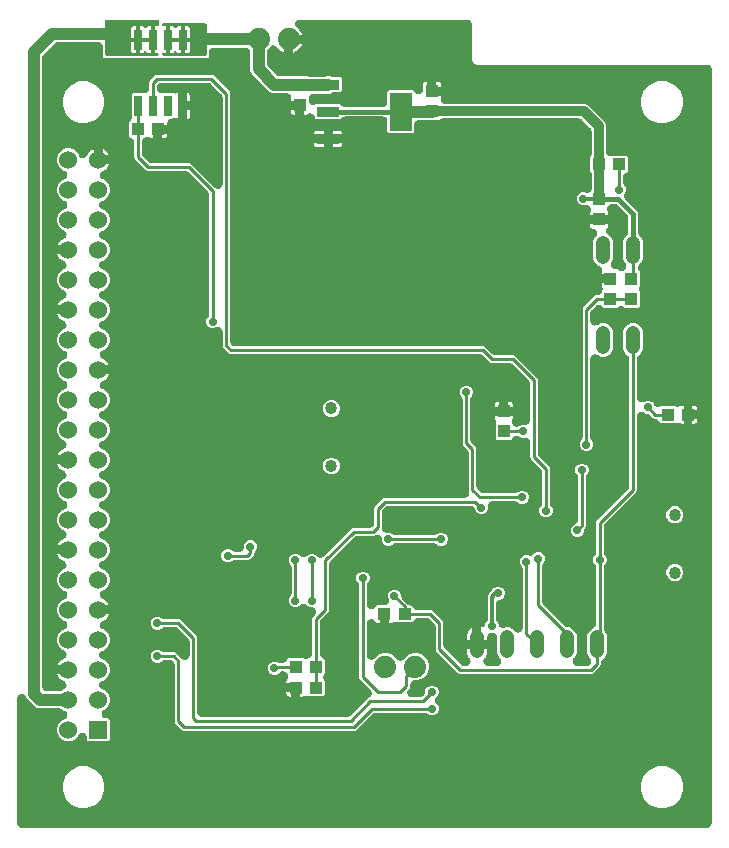
<source format=gbr>
G04 EAGLE Gerber X2 export*
%TF.Part,Single*%
%TF.FileFunction,Copper,L2,Bot,Mixed*%
%TF.FilePolarity,Positive*%
%TF.GenerationSoftware,Autodesk,EAGLE,8.6.1*%
%TF.CreationDate,2018-11-15T20:20:10Z*%
G75*
%MOMM*%
%FSLAX34Y34*%
%LPD*%
%AMOC8*
5,1,8,0,0,1.08239X$1,22.5*%
G01*
%ADD10R,1.000000X1.100000*%
%ADD11C,1.219200*%
%ADD12C,1.030000*%
%ADD13C,1.879600*%
%ADD14R,1.524000X1.524000*%
%ADD15C,1.524000*%
%ADD16R,1.100000X1.000000*%
%ADD17R,0.650000X1.750000*%
%ADD18R,1.860000X0.900000*%
%ADD19R,1.860000X3.190000*%
%ADD20C,0.705600*%
%ADD21C,0.254000*%
%ADD22C,0.406400*%
%ADD23C,0.304800*%
%ADD24C,1.016000*%
%ADD25C,0.812800*%

G36*
X593643Y8386D02*
X593643Y8386D01*
X593688Y8384D01*
X593918Y8406D01*
X594148Y8423D01*
X594192Y8432D01*
X594237Y8437D01*
X594461Y8492D01*
X594687Y8542D01*
X594729Y8558D01*
X594773Y8568D01*
X594987Y8655D01*
X595203Y8737D01*
X595242Y8759D01*
X595284Y8776D01*
X595483Y8893D01*
X595685Y9005D01*
X595721Y9033D01*
X595760Y9056D01*
X595940Y9200D01*
X596123Y9340D01*
X596155Y9372D01*
X596190Y9401D01*
X596348Y9571D01*
X596509Y9735D01*
X596535Y9771D01*
X596566Y9804D01*
X596698Y9995D01*
X596833Y10181D01*
X596854Y10221D01*
X596880Y10258D01*
X596983Y10466D01*
X597090Y10669D01*
X597105Y10712D01*
X597125Y10752D01*
X597196Y10972D01*
X597273Y11190D01*
X597282Y11234D01*
X597296Y11277D01*
X597335Y11505D01*
X597379Y11731D01*
X597381Y11776D01*
X597389Y11821D01*
X597407Y12192D01*
X597407Y650748D01*
X597404Y650793D01*
X597406Y650838D01*
X597384Y651068D01*
X597367Y651298D01*
X597358Y651342D01*
X597353Y651387D01*
X597298Y651611D01*
X597248Y651837D01*
X597232Y651879D01*
X597222Y651923D01*
X597135Y652137D01*
X597053Y652353D01*
X597031Y652392D01*
X597014Y652434D01*
X596897Y652633D01*
X596785Y652835D01*
X596757Y652871D01*
X596734Y652910D01*
X596590Y653090D01*
X596450Y653273D01*
X596418Y653305D01*
X596389Y653340D01*
X596219Y653498D01*
X596055Y653659D01*
X596019Y653685D01*
X595986Y653716D01*
X595795Y653848D01*
X595609Y653983D01*
X595569Y654004D01*
X595532Y654030D01*
X595324Y654133D01*
X595121Y654240D01*
X595078Y654255D01*
X595038Y654275D01*
X594818Y654346D01*
X594600Y654423D01*
X594556Y654432D01*
X594513Y654446D01*
X594285Y654485D01*
X594059Y654529D01*
X594014Y654531D01*
X593969Y654539D01*
X593598Y654557D01*
X398888Y654557D01*
X396740Y655447D01*
X395097Y657090D01*
X394207Y659238D01*
X394207Y688848D01*
X394204Y688893D01*
X394206Y688938D01*
X394184Y689168D01*
X394167Y689398D01*
X394158Y689442D01*
X394153Y689487D01*
X394098Y689711D01*
X394048Y689937D01*
X394032Y689979D01*
X394022Y690023D01*
X393935Y690237D01*
X393853Y690453D01*
X393831Y690492D01*
X393814Y690534D01*
X393697Y690733D01*
X393585Y690935D01*
X393557Y690971D01*
X393534Y691010D01*
X393390Y691190D01*
X393250Y691373D01*
X393218Y691405D01*
X393189Y691440D01*
X393019Y691598D01*
X392855Y691759D01*
X392819Y691785D01*
X392786Y691816D01*
X392595Y691948D01*
X392409Y692083D01*
X392369Y692104D01*
X392332Y692130D01*
X392124Y692233D01*
X391921Y692340D01*
X391878Y692355D01*
X391838Y692375D01*
X391618Y692446D01*
X391400Y692523D01*
X391356Y692532D01*
X391313Y692546D01*
X391085Y692585D01*
X390859Y692629D01*
X390814Y692631D01*
X390769Y692639D01*
X390398Y692657D01*
X248618Y692657D01*
X248435Y692644D01*
X248252Y692640D01*
X248161Y692624D01*
X248068Y692617D01*
X247889Y692578D01*
X247708Y692547D01*
X247620Y692518D01*
X247529Y692498D01*
X247358Y692433D01*
X247183Y692376D01*
X247100Y692336D01*
X247014Y692303D01*
X246853Y692213D01*
X246688Y692132D01*
X246612Y692080D01*
X246531Y692035D01*
X246385Y691923D01*
X246234Y691819D01*
X246166Y691756D01*
X246093Y691700D01*
X245965Y691569D01*
X245830Y691443D01*
X245772Y691371D01*
X245708Y691305D01*
X245600Y691157D01*
X245484Y691013D01*
X245437Y690934D01*
X245383Y690859D01*
X245298Y690697D01*
X245205Y690538D01*
X245170Y690452D01*
X245127Y690371D01*
X245066Y690197D01*
X244996Y690027D01*
X244974Y689937D01*
X244943Y689850D01*
X244908Y689670D01*
X244864Y689492D01*
X244855Y689400D01*
X244837Y689309D01*
X244828Y689125D01*
X244810Y688943D01*
X244815Y688850D01*
X244810Y688758D01*
X244828Y688575D01*
X244837Y688392D01*
X244854Y688301D01*
X244863Y688209D01*
X244907Y688031D01*
X244942Y687850D01*
X244973Y687763D01*
X244995Y687673D01*
X245064Y687503D01*
X245125Y687330D01*
X245168Y687248D01*
X245203Y687162D01*
X245296Y687004D01*
X245381Y686841D01*
X245435Y686766D01*
X245482Y686686D01*
X245597Y686543D01*
X245705Y686394D01*
X245769Y686328D01*
X245827Y686256D01*
X245962Y686130D01*
X246090Y685999D01*
X246185Y685923D01*
X246231Y685880D01*
X246283Y685844D01*
X246379Y685766D01*
X247178Y685186D01*
X248506Y683858D01*
X249611Y682337D01*
X250464Y680663D01*
X250715Y679889D01*
X239400Y679889D01*
X239355Y679886D01*
X239310Y679888D01*
X239081Y679866D01*
X238850Y679849D01*
X238806Y679840D01*
X238761Y679835D01*
X238538Y679780D01*
X238311Y679730D01*
X238269Y679714D01*
X238225Y679704D01*
X238011Y679617D01*
X237796Y679535D01*
X237756Y679513D01*
X237714Y679496D01*
X237515Y679379D01*
X237313Y679267D01*
X237277Y679239D01*
X237239Y679217D01*
X237058Y679072D01*
X236875Y678932D01*
X236874Y678932D01*
X236843Y678900D01*
X236808Y678871D01*
X236650Y678701D01*
X236489Y678537D01*
X236463Y678501D01*
X236432Y678467D01*
X236300Y678276D01*
X236165Y678091D01*
X236144Y678051D01*
X236118Y678014D01*
X236015Y677806D01*
X235908Y677602D01*
X235893Y677560D01*
X235873Y677519D01*
X235801Y677299D01*
X235725Y677082D01*
X235716Y677038D01*
X235702Y676995D01*
X235663Y676766D01*
X235619Y676541D01*
X235616Y676496D01*
X235609Y676451D01*
X235591Y676080D01*
X235591Y664765D01*
X234817Y665016D01*
X233143Y665869D01*
X231622Y666974D01*
X230294Y668302D01*
X229588Y669273D01*
X229544Y669325D01*
X229506Y669382D01*
X229367Y669536D01*
X229233Y669695D01*
X229182Y669740D01*
X229136Y669791D01*
X228975Y669923D01*
X228820Y670061D01*
X228763Y670098D01*
X228710Y670141D01*
X228532Y670249D01*
X228358Y670363D01*
X228297Y670392D01*
X228238Y670427D01*
X228046Y670508D01*
X227858Y670596D01*
X227793Y670615D01*
X227730Y670642D01*
X227529Y670694D01*
X227330Y670753D01*
X227262Y670763D01*
X227196Y670780D01*
X226989Y670803D01*
X226784Y670833D01*
X226716Y670833D01*
X226648Y670841D01*
X226440Y670833D01*
X226232Y670833D01*
X226164Y670824D01*
X226096Y670821D01*
X225892Y670784D01*
X225686Y670754D01*
X225621Y670734D01*
X225553Y670722D01*
X225356Y670656D01*
X225157Y670596D01*
X225096Y670568D01*
X225031Y670546D01*
X224845Y670452D01*
X224657Y670364D01*
X224600Y670327D01*
X224539Y670296D01*
X224369Y670176D01*
X224195Y670062D01*
X224144Y670017D01*
X224088Y669977D01*
X223813Y669728D01*
X222228Y668143D01*
X222095Y667988D01*
X221954Y667837D01*
X221914Y667779D01*
X221868Y667726D01*
X221757Y667553D01*
X221640Y667383D01*
X221609Y667320D01*
X221571Y667261D01*
X221487Y667073D01*
X221395Y666889D01*
X221373Y666822D01*
X221344Y666758D01*
X221288Y666560D01*
X221224Y666364D01*
X221212Y666295D01*
X221193Y666227D01*
X221166Y666023D01*
X221131Y665821D01*
X221126Y665730D01*
X221120Y665680D01*
X221121Y665610D01*
X221113Y665449D01*
X221113Y655394D01*
X221128Y655189D01*
X221135Y654984D01*
X221148Y654914D01*
X221153Y654844D01*
X221197Y654643D01*
X221234Y654441D01*
X221256Y654374D01*
X221272Y654305D01*
X221345Y654113D01*
X221410Y653918D01*
X221442Y653855D01*
X221467Y653789D01*
X221567Y653610D01*
X221660Y653426D01*
X221701Y653369D01*
X221735Y653307D01*
X221860Y653144D01*
X221979Y652976D01*
X222039Y652909D01*
X222070Y652869D01*
X222121Y652819D01*
X222228Y652701D01*
X229161Y645768D01*
X229315Y645635D01*
X229466Y645494D01*
X229525Y645454D01*
X229578Y645408D01*
X229751Y645297D01*
X229920Y645180D01*
X229983Y645149D01*
X230043Y645111D01*
X230230Y645027D01*
X230415Y644935D01*
X230482Y644913D01*
X230546Y644884D01*
X230744Y644828D01*
X230939Y644764D01*
X231009Y644752D01*
X231076Y644733D01*
X231280Y644706D01*
X231483Y644671D01*
X231573Y644666D01*
X231623Y644660D01*
X231694Y644661D01*
X231854Y644653D01*
X241470Y644653D01*
X241675Y644668D01*
X241881Y644675D01*
X241923Y644683D01*
X247012Y644683D01*
X247022Y644683D01*
X247032Y644683D01*
X247295Y644703D01*
X247562Y644723D01*
X247572Y644725D01*
X247582Y644726D01*
X247839Y644784D01*
X247879Y644793D01*
X250982Y644793D01*
X251238Y644749D01*
X251497Y644703D01*
X251507Y644703D01*
X251517Y644701D01*
X251888Y644683D01*
X255033Y644683D01*
X255136Y644637D01*
X255320Y644545D01*
X255387Y644523D01*
X255452Y644494D01*
X255649Y644438D01*
X255845Y644374D01*
X255914Y644362D01*
X255982Y644343D01*
X256186Y644316D01*
X256389Y644281D01*
X256479Y644276D01*
X256529Y644270D01*
X256599Y644271D01*
X256760Y644263D01*
X269328Y644263D01*
X269338Y644263D01*
X269348Y644263D01*
X269610Y644283D01*
X269878Y644303D01*
X269888Y644305D01*
X269898Y644306D01*
X270155Y644364D01*
X270417Y644422D01*
X270426Y644425D01*
X270436Y644427D01*
X270786Y644553D01*
X271365Y644793D01*
X274195Y644793D01*
X274895Y644503D01*
X274904Y644500D01*
X274913Y644495D01*
X275166Y644413D01*
X275419Y644329D01*
X275428Y644327D01*
X275438Y644324D01*
X275702Y644279D01*
X275962Y644233D01*
X275971Y644233D01*
X275981Y644231D01*
X276353Y644213D01*
X282922Y644213D01*
X284113Y643022D01*
X284113Y632338D01*
X282922Y631147D01*
X277102Y631147D01*
X277092Y631147D01*
X277083Y631147D01*
X276819Y631127D01*
X276552Y631107D01*
X276542Y631105D01*
X276533Y631104D01*
X276274Y631046D01*
X276013Y630988D01*
X276004Y630985D01*
X275994Y630983D01*
X275645Y630857D01*
X273665Y630037D01*
X260270Y630037D01*
X260225Y630034D01*
X260180Y630036D01*
X259950Y630014D01*
X259720Y629997D01*
X259676Y629988D01*
X259631Y629983D01*
X259407Y629928D01*
X259181Y629878D01*
X259139Y629862D01*
X259095Y629852D01*
X258881Y629765D01*
X258665Y629683D01*
X258626Y629661D01*
X258584Y629644D01*
X258385Y629527D01*
X258183Y629415D01*
X258147Y629387D01*
X258108Y629364D01*
X257928Y629220D01*
X257745Y629080D01*
X257713Y629048D01*
X257678Y629019D01*
X257520Y628849D01*
X257359Y628685D01*
X257333Y628649D01*
X257302Y628616D01*
X257170Y628425D01*
X257035Y628239D01*
X257014Y628199D01*
X256988Y628162D01*
X256885Y627954D01*
X256778Y627751D01*
X256763Y627708D01*
X256743Y627668D01*
X256672Y627448D01*
X256595Y627230D01*
X256586Y627186D01*
X256572Y627143D01*
X256533Y626915D01*
X256489Y626689D01*
X256487Y626644D01*
X256479Y626599D01*
X256461Y626228D01*
X256461Y624232D01*
X256472Y624072D01*
X256474Y623911D01*
X256492Y623797D01*
X256501Y623682D01*
X256535Y623525D01*
X256560Y623366D01*
X256595Y623256D01*
X256620Y623143D01*
X256677Y622993D01*
X256724Y622839D01*
X256774Y622735D01*
X256815Y622627D01*
X256893Y622487D01*
X256963Y622342D01*
X257027Y622246D01*
X257083Y622145D01*
X257181Y622017D01*
X257270Y621884D01*
X257348Y621798D01*
X257418Y621706D01*
X257533Y621594D01*
X257641Y621475D01*
X257730Y621402D01*
X257813Y621321D01*
X257943Y621227D01*
X258067Y621124D01*
X258166Y621064D01*
X258259Y620997D01*
X258401Y620922D01*
X258539Y620839D01*
X258645Y620794D01*
X258747Y620740D01*
X258899Y620687D01*
X259047Y620624D01*
X259159Y620595D01*
X259268Y620557D01*
X259425Y620526D01*
X259581Y620485D01*
X259696Y620473D01*
X259809Y620451D01*
X259969Y620443D01*
X260129Y620425D01*
X260245Y620429D01*
X260360Y620424D01*
X260520Y620439D01*
X260681Y620445D01*
X260794Y620465D01*
X260909Y620477D01*
X261065Y620515D01*
X261223Y620544D01*
X261333Y620581D01*
X261445Y620608D01*
X261594Y620669D01*
X261746Y620720D01*
X261849Y620772D01*
X261956Y620816D01*
X262095Y620897D01*
X262238Y620970D01*
X262332Y621037D01*
X262432Y621095D01*
X262557Y621196D01*
X262581Y621213D01*
X282922Y621213D01*
X284274Y619860D01*
X284429Y619727D01*
X284580Y619586D01*
X284638Y619546D01*
X284692Y619500D01*
X284865Y619389D01*
X285034Y619272D01*
X285097Y619241D01*
X285157Y619203D01*
X285344Y619119D01*
X285528Y619027D01*
X285595Y619005D01*
X285660Y618976D01*
X285857Y618920D01*
X286053Y618856D01*
X286122Y618844D01*
X286190Y618825D01*
X286394Y618798D01*
X286597Y618763D01*
X286687Y618758D01*
X286737Y618752D01*
X286807Y618753D01*
X286968Y618745D01*
X319138Y618745D01*
X319183Y618748D01*
X319228Y618746D01*
X319458Y618768D01*
X319688Y618785D01*
X319732Y618794D01*
X319777Y618799D01*
X320001Y618854D01*
X320227Y618904D01*
X320269Y618920D01*
X320313Y618930D01*
X320527Y619017D01*
X320743Y619099D01*
X320782Y619121D01*
X320824Y619138D01*
X321023Y619255D01*
X321225Y619367D01*
X321261Y619395D01*
X321300Y619418D01*
X321480Y619562D01*
X321663Y619702D01*
X321695Y619734D01*
X321730Y619763D01*
X321888Y619933D01*
X322049Y620097D01*
X322075Y620133D01*
X322106Y620166D01*
X322238Y620357D01*
X322373Y620543D01*
X322394Y620583D01*
X322420Y620620D01*
X322523Y620828D01*
X322630Y621031D01*
X322645Y621074D01*
X322665Y621114D01*
X322736Y621334D01*
X322813Y621552D01*
X322822Y621596D01*
X322836Y621639D01*
X322875Y621867D01*
X322919Y622093D01*
X322921Y622138D01*
X322929Y622183D01*
X322947Y622554D01*
X322947Y631472D01*
X324138Y632663D01*
X344422Y632663D01*
X346636Y630448D01*
X346758Y630343D01*
X346873Y630231D01*
X346966Y630163D01*
X347054Y630087D01*
X347189Y630001D01*
X347319Y629907D01*
X347421Y629853D01*
X347519Y629791D01*
X347666Y629725D01*
X347807Y629650D01*
X347916Y629612D01*
X348022Y629564D01*
X348177Y629520D01*
X348328Y629467D01*
X348441Y629445D01*
X348552Y629413D01*
X348712Y629391D01*
X348869Y629361D01*
X348984Y629355D01*
X349099Y629340D01*
X349260Y629341D01*
X349420Y629334D01*
X349535Y629345D01*
X349651Y629346D01*
X349810Y629371D01*
X349969Y629387D01*
X350081Y629414D01*
X350196Y629432D01*
X350349Y629480D01*
X350505Y629518D01*
X350612Y629562D01*
X350722Y629596D01*
X350867Y629666D01*
X351016Y629726D01*
X351116Y629785D01*
X351220Y629834D01*
X351353Y629924D01*
X351492Y630005D01*
X351582Y630078D01*
X351678Y630142D01*
X351797Y630250D01*
X351922Y630350D01*
X352001Y630435D01*
X352087Y630513D01*
X352188Y630636D01*
X352298Y630754D01*
X352364Y630849D01*
X352437Y630938D01*
X352520Y631076D01*
X352612Y631208D01*
X352663Y631312D01*
X352723Y631410D01*
X352785Y631558D01*
X352857Y631702D01*
X352893Y631812D01*
X352938Y631919D01*
X352978Y632074D01*
X353028Y632227D01*
X353047Y632341D01*
X353076Y632453D01*
X353094Y632612D01*
X353121Y632770D01*
X353129Y632931D01*
X353137Y633001D01*
X353135Y633052D01*
X353139Y633142D01*
X353139Y637820D01*
X353237Y638311D01*
X353428Y638774D01*
X353707Y639190D01*
X354060Y639543D01*
X354476Y639822D01*
X354939Y640013D01*
X355430Y640111D01*
X356871Y640111D01*
X356871Y632070D01*
X356874Y632025D01*
X356872Y631980D01*
X356894Y631751D01*
X356911Y631520D01*
X356920Y631476D01*
X356925Y631431D01*
X356980Y631208D01*
X357030Y630981D01*
X357046Y630939D01*
X357056Y630895D01*
X357143Y630681D01*
X357225Y630466D01*
X357247Y630426D01*
X357264Y630384D01*
X357381Y630185D01*
X357493Y629983D01*
X357521Y629947D01*
X357543Y629909D01*
X357688Y629728D01*
X357828Y629545D01*
X357828Y629544D01*
X357860Y629514D01*
X357889Y629478D01*
X358059Y629320D01*
X358223Y629159D01*
X358259Y629133D01*
X358293Y629102D01*
X358484Y628970D01*
X358669Y628835D01*
X358709Y628814D01*
X358746Y628788D01*
X358954Y628685D01*
X359158Y628578D01*
X359200Y628563D01*
X359241Y628543D01*
X359461Y628471D01*
X359678Y628395D01*
X359722Y628386D01*
X359765Y628372D01*
X359994Y628333D01*
X360219Y628289D01*
X360264Y628286D01*
X360309Y628279D01*
X360680Y628261D01*
X368221Y628261D01*
X368221Y626320D01*
X368101Y625719D01*
X368084Y625577D01*
X368056Y625437D01*
X368050Y625304D01*
X368033Y625172D01*
X368036Y625029D01*
X368029Y624886D01*
X368042Y624753D01*
X368045Y624620D01*
X368068Y624479D01*
X368082Y624337D01*
X368114Y624208D01*
X368136Y624076D01*
X368180Y623940D01*
X368214Y623801D01*
X368264Y623678D01*
X368305Y623551D01*
X368368Y623423D01*
X368421Y623290D01*
X368489Y623175D01*
X368548Y623056D01*
X368628Y622938D01*
X368701Y622814D01*
X368784Y622710D01*
X368859Y622601D01*
X368956Y622496D01*
X369046Y622384D01*
X369144Y622293D01*
X369234Y622195D01*
X369345Y622106D01*
X369450Y622008D01*
X369559Y621932D01*
X369663Y621848D01*
X369786Y621776D01*
X369903Y621694D01*
X370023Y621635D01*
X370137Y621567D01*
X370270Y621513D01*
X370398Y621449D01*
X370524Y621408D01*
X370647Y621357D01*
X370786Y621323D01*
X370922Y621278D01*
X371053Y621256D01*
X371183Y621223D01*
X371325Y621209D01*
X371466Y621185D01*
X371660Y621175D01*
X371732Y621168D01*
X371771Y621170D01*
X371837Y621167D01*
X490281Y621167D01*
X492522Y620239D01*
X507073Y605688D01*
X508001Y603447D01*
X508001Y581072D01*
X508004Y581027D01*
X508002Y580982D01*
X508024Y580752D01*
X508041Y580522D01*
X508050Y580478D01*
X508055Y580433D01*
X508110Y580209D01*
X508160Y579983D01*
X508176Y579941D01*
X508186Y579897D01*
X508273Y579683D01*
X508355Y579467D01*
X508377Y579428D01*
X508394Y579386D01*
X508511Y579187D01*
X508623Y578985D01*
X508651Y578949D01*
X508674Y578910D01*
X508818Y578730D01*
X508958Y578547D01*
X508990Y578515D01*
X509019Y578480D01*
X509189Y578322D01*
X509353Y578161D01*
X509389Y578135D01*
X509422Y578104D01*
X509613Y577972D01*
X509799Y577837D01*
X509839Y577816D01*
X509876Y577790D01*
X510084Y577687D01*
X510287Y577580D01*
X510330Y577565D01*
X510370Y577545D01*
X510590Y577474D01*
X510808Y577397D01*
X510852Y577388D01*
X510895Y577374D01*
X511123Y577335D01*
X511349Y577291D01*
X511394Y577289D01*
X511439Y577281D01*
X511810Y577263D01*
X525382Y577263D01*
X526573Y576072D01*
X526573Y564388D01*
X525268Y563084D01*
X525063Y563038D01*
X525021Y563022D01*
X524977Y563012D01*
X524763Y562925D01*
X524547Y562843D01*
X524508Y562821D01*
X524466Y562804D01*
X524267Y562687D01*
X524065Y562575D01*
X524029Y562547D01*
X523990Y562524D01*
X523810Y562380D01*
X523627Y562240D01*
X523595Y562208D01*
X523560Y562179D01*
X523402Y562009D01*
X523241Y561845D01*
X523215Y561809D01*
X523184Y561776D01*
X523052Y561585D01*
X522917Y561399D01*
X522896Y561359D01*
X522870Y561322D01*
X522767Y561114D01*
X522660Y560911D01*
X522645Y560868D01*
X522625Y560828D01*
X522554Y560608D01*
X522477Y560390D01*
X522468Y560346D01*
X522454Y560303D01*
X522415Y560075D01*
X522371Y559849D01*
X522369Y559804D01*
X522361Y559759D01*
X522343Y559388D01*
X522343Y555169D01*
X522358Y554964D01*
X522365Y554759D01*
X522378Y554689D01*
X522383Y554619D01*
X522427Y554418D01*
X522464Y554216D01*
X522486Y554149D01*
X522502Y554080D01*
X522575Y553888D01*
X522640Y553693D01*
X522672Y553630D01*
X522697Y553564D01*
X522797Y553385D01*
X522890Y553201D01*
X522931Y553144D01*
X522965Y553082D01*
X523090Y552919D01*
X523209Y552751D01*
X523269Y552684D01*
X523300Y552644D01*
X523351Y552595D01*
X523458Y552476D01*
X524144Y551790D01*
X524991Y549746D01*
X524991Y547534D01*
X524094Y545368D01*
X524071Y545341D01*
X523951Y545143D01*
X523827Y544949D01*
X523809Y544907D01*
X523785Y544869D01*
X523696Y544657D01*
X523601Y544446D01*
X523588Y544402D01*
X523571Y544360D01*
X523513Y544138D01*
X523449Y543915D01*
X523443Y543870D01*
X523432Y543826D01*
X523407Y543597D01*
X523376Y543368D01*
X523377Y543323D01*
X523372Y543278D01*
X523380Y543047D01*
X523383Y542817D01*
X523390Y542772D01*
X523391Y542727D01*
X523433Y542500D01*
X523469Y542272D01*
X523482Y542228D01*
X523490Y542184D01*
X523564Y541966D01*
X523633Y541745D01*
X523652Y541704D01*
X523667Y541661D01*
X523771Y541456D01*
X523871Y541247D01*
X523896Y541210D01*
X523917Y541169D01*
X524050Y540981D01*
X524178Y540790D01*
X524209Y540756D01*
X524235Y540719D01*
X524485Y540444D01*
X534416Y530512D01*
X535035Y529019D01*
X535035Y512715D01*
X535050Y512509D01*
X535057Y512304D01*
X535070Y512235D01*
X535075Y512165D01*
X535119Y511964D01*
X535156Y511762D01*
X535178Y511695D01*
X535194Y511626D01*
X535267Y511433D01*
X535332Y511239D01*
X535364Y511176D01*
X535389Y511110D01*
X535489Y510931D01*
X535582Y510747D01*
X535623Y510690D01*
X535657Y510628D01*
X535782Y510465D01*
X535901Y510297D01*
X535961Y510230D01*
X535992Y510190D01*
X536043Y510140D01*
X536150Y510021D01*
X537861Y508311D01*
X539099Y505323D01*
X539099Y489897D01*
X537861Y486909D01*
X536312Y485360D01*
X536282Y485326D01*
X536249Y485295D01*
X536102Y485117D01*
X535951Y484943D01*
X535927Y484905D01*
X535898Y484870D01*
X535779Y484672D01*
X535654Y484478D01*
X535636Y484436D01*
X535612Y484398D01*
X535522Y484185D01*
X535428Y483975D01*
X535415Y483931D01*
X535398Y483890D01*
X535340Y483666D01*
X535276Y483444D01*
X535270Y483399D01*
X535259Y483356D01*
X535234Y483126D01*
X535203Y482897D01*
X535204Y482852D01*
X535199Y482807D01*
X535207Y482576D01*
X535210Y482346D01*
X535217Y482301D01*
X535218Y482256D01*
X535260Y482029D01*
X535296Y481801D01*
X535309Y481758D01*
X535317Y481713D01*
X535391Y481495D01*
X535460Y481274D01*
X535479Y481233D01*
X535494Y481191D01*
X535598Y480986D01*
X535698Y480776D01*
X535723Y480739D01*
X535744Y480699D01*
X535877Y480511D01*
X536006Y480319D01*
X536036Y480285D01*
X536062Y480248D01*
X536312Y479973D01*
X536623Y479662D01*
X536623Y466822D01*
X536501Y466631D01*
X536482Y466590D01*
X536459Y466551D01*
X536369Y466339D01*
X536274Y466128D01*
X536262Y466085D01*
X536244Y466043D01*
X536186Y465820D01*
X536123Y465598D01*
X536117Y465553D01*
X536105Y465509D01*
X536080Y465279D01*
X536050Y465051D01*
X536050Y465006D01*
X536045Y464961D01*
X536053Y464730D01*
X536056Y464499D01*
X536063Y464455D01*
X536065Y464409D01*
X536106Y464183D01*
X536142Y463954D01*
X536156Y463911D01*
X536164Y463867D01*
X536237Y463649D01*
X536306Y463428D01*
X536326Y463387D01*
X536340Y463344D01*
X536444Y463139D01*
X536544Y462930D01*
X536570Y462892D01*
X536590Y462852D01*
X536623Y462806D01*
X536623Y449978D01*
X535432Y448787D01*
X523748Y448787D01*
X523394Y449142D01*
X523359Y449171D01*
X523329Y449205D01*
X523204Y449308D01*
X523089Y449415D01*
X523033Y449454D01*
X522976Y449503D01*
X522938Y449527D01*
X522903Y449556D01*
X522760Y449643D01*
X522636Y449728D01*
X522577Y449757D01*
X522511Y449799D01*
X522470Y449818D01*
X522431Y449841D01*
X522272Y449909D01*
X522141Y449973D01*
X522082Y449993D01*
X522008Y450026D01*
X521965Y450038D01*
X521923Y450056D01*
X521750Y450101D01*
X521617Y450144D01*
X521558Y450154D01*
X521478Y450177D01*
X521433Y450183D01*
X521389Y450195D01*
X521207Y450215D01*
X521073Y450238D01*
X521000Y450241D01*
X520931Y450250D01*
X520886Y450250D01*
X520841Y450255D01*
X520771Y450252D01*
X520702Y450256D01*
X520698Y450256D01*
X520566Y450246D01*
X520379Y450244D01*
X520335Y450237D01*
X520290Y450235D01*
X520206Y450220D01*
X520148Y450216D01*
X520014Y450186D01*
X519834Y450158D01*
X519791Y450144D01*
X519747Y450136D01*
X519669Y450110D01*
X519609Y450097D01*
X519477Y450046D01*
X519308Y449994D01*
X519267Y449974D01*
X519224Y449960D01*
X519153Y449924D01*
X519094Y449901D01*
X518965Y449830D01*
X518810Y449756D01*
X518773Y449730D01*
X518732Y449710D01*
X518670Y449666D01*
X518611Y449633D01*
X518490Y449540D01*
X518352Y449448D01*
X518319Y449418D01*
X518282Y449391D01*
X518212Y449328D01*
X518173Y449298D01*
X518125Y449249D01*
X518006Y449142D01*
X517652Y448787D01*
X505968Y448787D01*
X504632Y450124D01*
X504598Y450153D01*
X504567Y450187D01*
X504388Y450334D01*
X504214Y450485D01*
X504176Y450509D01*
X504141Y450538D01*
X503944Y450657D01*
X503749Y450781D01*
X503708Y450800D01*
X503669Y450823D01*
X503457Y450913D01*
X503246Y451008D01*
X503203Y451020D01*
X503161Y451038D01*
X502938Y451096D01*
X502716Y451159D01*
X502671Y451165D01*
X502627Y451177D01*
X502398Y451202D01*
X502169Y451232D01*
X502124Y451232D01*
X502079Y451237D01*
X501848Y451229D01*
X501617Y451226D01*
X501573Y451219D01*
X501528Y451217D01*
X501301Y451176D01*
X501072Y451140D01*
X501029Y451126D01*
X500985Y451118D01*
X500766Y451045D01*
X500546Y450976D01*
X500505Y450956D01*
X500462Y450942D01*
X500257Y450838D01*
X500048Y450738D01*
X500010Y450712D01*
X499970Y450692D01*
X499782Y450559D01*
X499590Y450430D01*
X499557Y450399D01*
X499520Y450373D01*
X499244Y450124D01*
X495908Y446788D01*
X495774Y446633D01*
X495634Y446482D01*
X495594Y446424D01*
X495548Y446370D01*
X495437Y446197D01*
X495320Y446028D01*
X495289Y445965D01*
X495251Y445905D01*
X495167Y445718D01*
X495075Y445534D01*
X495053Y445466D01*
X495024Y445402D01*
X494968Y445205D01*
X494904Y445009D01*
X494892Y444940D01*
X494873Y444872D01*
X494846Y444668D01*
X494811Y444465D01*
X494806Y444375D01*
X494800Y444325D01*
X494801Y444255D01*
X494793Y444094D01*
X494793Y437421D01*
X494804Y437260D01*
X494806Y437100D01*
X494824Y436986D01*
X494833Y436871D01*
X494867Y436714D01*
X494892Y436555D01*
X494927Y436445D01*
X494952Y436332D01*
X495009Y436182D01*
X495056Y436028D01*
X495106Y435924D01*
X495147Y435816D01*
X495225Y435676D01*
X495295Y435531D01*
X495359Y435435D01*
X495415Y435334D01*
X495513Y435206D01*
X495603Y435073D01*
X495680Y434987D01*
X495750Y434895D01*
X495865Y434783D01*
X495973Y434664D01*
X496062Y434591D01*
X496145Y434510D01*
X496275Y434416D01*
X496399Y434313D01*
X496498Y434253D01*
X496591Y434186D01*
X496733Y434111D01*
X496871Y434028D01*
X496977Y433983D01*
X497079Y433929D01*
X497231Y433876D01*
X497379Y433813D01*
X497491Y433784D01*
X497600Y433746D01*
X497757Y433715D01*
X497913Y433674D01*
X498028Y433662D01*
X498141Y433640D01*
X498301Y433632D01*
X498461Y433614D01*
X498577Y433618D01*
X498692Y433613D01*
X498852Y433628D01*
X499013Y433634D01*
X499126Y433655D01*
X499241Y433666D01*
X499397Y433704D01*
X499555Y433733D01*
X499665Y433770D01*
X499777Y433797D01*
X499926Y433858D01*
X500078Y433909D01*
X500181Y433962D01*
X500288Y434005D01*
X500427Y434087D01*
X500570Y434159D01*
X500664Y434226D01*
X500764Y434284D01*
X500839Y434345D01*
X503953Y435635D01*
X507187Y435635D01*
X510175Y434397D01*
X512461Y432111D01*
X513699Y429123D01*
X513699Y413697D01*
X512461Y410709D01*
X510175Y408423D01*
X507187Y407185D01*
X503953Y407185D01*
X500854Y408469D01*
X500743Y408540D01*
X500613Y408634D01*
X500511Y408688D01*
X500413Y408750D01*
X500267Y408816D01*
X500125Y408891D01*
X500016Y408929D01*
X499910Y408977D01*
X499756Y409021D01*
X499604Y409074D01*
X499491Y409096D01*
X499380Y409128D01*
X499220Y409150D01*
X499063Y409180D01*
X498948Y409186D01*
X498833Y409201D01*
X498672Y409200D01*
X498512Y409207D01*
X498397Y409196D01*
X498282Y409195D01*
X498123Y409170D01*
X497963Y409154D01*
X497851Y409127D01*
X497737Y409109D01*
X497583Y409061D01*
X497427Y409023D01*
X497320Y408979D01*
X497210Y408945D01*
X497065Y408876D01*
X496916Y408815D01*
X496816Y408756D01*
X496712Y408707D01*
X496579Y408617D01*
X496440Y408536D01*
X496350Y408463D01*
X496254Y408399D01*
X496135Y408291D01*
X496010Y408190D01*
X495931Y408106D01*
X495846Y408028D01*
X495744Y407905D01*
X495634Y407787D01*
X495568Y407692D01*
X495495Y407603D01*
X495412Y407465D01*
X495320Y407333D01*
X495269Y407230D01*
X495209Y407131D01*
X495147Y406983D01*
X495075Y406839D01*
X495039Y406729D01*
X494995Y406623D01*
X494954Y406467D01*
X494904Y406314D01*
X494885Y406200D01*
X494856Y406089D01*
X494838Y405929D01*
X494811Y405770D01*
X494803Y405610D01*
X494795Y405540D01*
X494797Y405490D01*
X494793Y405399D01*
X494793Y338879D01*
X494808Y338674D01*
X494815Y338469D01*
X494828Y338399D01*
X494833Y338329D01*
X494877Y338128D01*
X494914Y337926D01*
X494936Y337859D01*
X494952Y337790D01*
X495025Y337598D01*
X495090Y337403D01*
X495122Y337340D01*
X495147Y337274D01*
X495247Y337095D01*
X495340Y336911D01*
X495381Y336854D01*
X495415Y336792D01*
X495540Y336629D01*
X495659Y336461D01*
X495719Y336394D01*
X495750Y336354D01*
X495801Y336305D01*
X495908Y336186D01*
X496204Y335890D01*
X497051Y333846D01*
X497051Y331634D01*
X496204Y329590D01*
X494640Y328026D01*
X492596Y327179D01*
X490384Y327179D01*
X488340Y328026D01*
X486776Y329590D01*
X485929Y331634D01*
X485929Y333846D01*
X486776Y335890D01*
X487072Y336186D01*
X487205Y336340D01*
X487346Y336492D01*
X487386Y336550D01*
X487432Y336603D01*
X487543Y336776D01*
X487660Y336945D01*
X487691Y337009D01*
X487729Y337068D01*
X487813Y337255D01*
X487905Y337440D01*
X487927Y337507D01*
X487956Y337571D01*
X488012Y337769D01*
X488076Y337964D01*
X488088Y338034D01*
X488107Y338102D01*
X488134Y338305D01*
X488169Y338508D01*
X488174Y338598D01*
X488180Y338648D01*
X488179Y338719D01*
X488187Y338879D01*
X488187Y447697D01*
X488690Y448911D01*
X498899Y459120D01*
X500113Y459623D01*
X500968Y459623D01*
X501013Y459626D01*
X501058Y459624D01*
X501288Y459646D01*
X501518Y459663D01*
X501562Y459672D01*
X501607Y459677D01*
X501831Y459732D01*
X502057Y459782D01*
X502099Y459798D01*
X502143Y459808D01*
X502357Y459895D01*
X502573Y459977D01*
X502612Y459999D01*
X502654Y460016D01*
X502853Y460133D01*
X503055Y460245D01*
X503091Y460273D01*
X503130Y460296D01*
X503310Y460440D01*
X503493Y460580D01*
X503525Y460612D01*
X503560Y460641D01*
X503718Y460811D01*
X503879Y460975D01*
X503905Y461011D01*
X503936Y461044D01*
X504068Y461235D01*
X504203Y461421D01*
X504224Y461461D01*
X504250Y461498D01*
X504353Y461706D01*
X504460Y461909D01*
X504475Y461952D01*
X504495Y461992D01*
X504566Y462212D01*
X504643Y462430D01*
X504652Y462474D01*
X504666Y462517D01*
X504705Y462745D01*
X504741Y462928D01*
X504769Y462990D01*
X504866Y463191D01*
X504882Y463241D01*
X504904Y463290D01*
X504965Y463504D01*
X505032Y463717D01*
X505040Y463769D01*
X505055Y463820D01*
X505085Y464041D01*
X505120Y464262D01*
X505121Y464315D01*
X505128Y464367D01*
X505126Y464590D01*
X505129Y464813D01*
X505122Y464866D01*
X505122Y464919D01*
X505087Y465139D01*
X505058Y465360D01*
X505044Y465411D01*
X505036Y465463D01*
X504969Y465677D01*
X504909Y465891D01*
X504887Y465940D01*
X504872Y465990D01*
X504775Y466192D01*
X504684Y466395D01*
X504650Y466452D01*
X504633Y466488D01*
X504593Y466547D01*
X504573Y466581D01*
X504367Y467079D01*
X504269Y467570D01*
X504269Y469511D01*
X511810Y469511D01*
X511855Y469514D01*
X511900Y469512D01*
X512129Y469534D01*
X512360Y469551D01*
X512404Y469560D01*
X512449Y469565D01*
X512672Y469620D01*
X512899Y469670D01*
X512941Y469686D01*
X512985Y469696D01*
X513199Y469783D01*
X513414Y469865D01*
X513454Y469887D01*
X513496Y469904D01*
X513695Y470021D01*
X513897Y470133D01*
X513933Y470161D01*
X513971Y470183D01*
X514152Y470328D01*
X514335Y470468D01*
X514366Y470500D01*
X514402Y470529D01*
X514560Y470698D01*
X514720Y470863D01*
X514747Y470899D01*
X514778Y470932D01*
X514910Y471123D01*
X515045Y471309D01*
X515066Y471349D01*
X515092Y471386D01*
X515194Y471594D01*
X515301Y471797D01*
X515316Y471840D01*
X515336Y471880D01*
X515408Y472100D01*
X515485Y472318D01*
X515493Y472362D01*
X515507Y472405D01*
X515547Y472633D01*
X515591Y472859D01*
X515593Y472904D01*
X515601Y472949D01*
X515619Y473320D01*
X515616Y473365D01*
X515618Y473410D01*
X515596Y473640D01*
X515579Y473870D01*
X515569Y473915D01*
X515565Y473959D01*
X515510Y474183D01*
X515460Y474409D01*
X515444Y474451D01*
X515433Y474495D01*
X515346Y474709D01*
X515264Y474925D01*
X515243Y474964D01*
X515225Y475006D01*
X515108Y475205D01*
X514996Y475407D01*
X514969Y475443D01*
X514946Y475482D01*
X514802Y475662D01*
X514662Y475845D01*
X514629Y475877D01*
X514601Y475912D01*
X514431Y476070D01*
X514267Y476231D01*
X514231Y476257D01*
X514197Y476288D01*
X514006Y476420D01*
X513821Y476555D01*
X513781Y476576D01*
X513744Y476602D01*
X513536Y476705D01*
X513332Y476812D01*
X513290Y476827D01*
X513249Y476847D01*
X513029Y476919D01*
X512812Y476995D01*
X512768Y477004D01*
X512725Y477018D01*
X512496Y477057D01*
X512271Y477101D01*
X512226Y477104D01*
X512181Y477111D01*
X511810Y477129D01*
X504269Y477129D01*
X504269Y479070D01*
X504428Y479870D01*
X504456Y480091D01*
X504490Y480312D01*
X504490Y480365D01*
X504496Y480417D01*
X504492Y480640D01*
X504493Y480863D01*
X504486Y480916D01*
X504485Y480969D01*
X504448Y481189D01*
X504417Y481410D01*
X504402Y481461D01*
X504394Y481513D01*
X504325Y481725D01*
X504263Y481940D01*
X504241Y481988D01*
X504225Y482038D01*
X504127Y482238D01*
X504034Y482441D01*
X504005Y482486D01*
X503982Y482533D01*
X503856Y482717D01*
X503735Y482905D01*
X503700Y482945D01*
X503670Y482988D01*
X503519Y483152D01*
X503372Y483320D01*
X503332Y483355D01*
X503296Y483394D01*
X503122Y483534D01*
X502953Y483679D01*
X502908Y483707D01*
X502867Y483740D01*
X502675Y483854D01*
X502486Y483973D01*
X502426Y484002D01*
X502392Y484022D01*
X502326Y484049D01*
X502150Y484132D01*
X500965Y484623D01*
X498679Y486909D01*
X497441Y489897D01*
X497441Y505323D01*
X498679Y508311D01*
X499455Y509086D01*
X499560Y509208D01*
X499672Y509323D01*
X499740Y509416D01*
X499816Y509504D01*
X499902Y509639D01*
X499996Y509769D01*
X500050Y509871D01*
X500112Y509969D01*
X500178Y510115D01*
X500253Y510257D01*
X500291Y510366D01*
X500339Y510472D01*
X500383Y510626D01*
X500436Y510778D01*
X500458Y510891D01*
X500490Y511002D01*
X500512Y511162D01*
X500542Y511319D01*
X500548Y511434D01*
X500563Y511549D01*
X500562Y511710D01*
X500569Y511870D01*
X500558Y511985D01*
X500557Y512101D01*
X500532Y512259D01*
X500516Y512419D01*
X500489Y512531D01*
X500471Y512646D01*
X500423Y512799D01*
X500385Y512955D01*
X500341Y513062D01*
X500307Y513172D01*
X500238Y513317D01*
X500177Y513466D01*
X500118Y513566D01*
X500069Y513670D01*
X499979Y513803D01*
X499898Y513942D01*
X499825Y514032D01*
X499761Y514128D01*
X499653Y514247D01*
X499552Y514372D01*
X499468Y514451D01*
X499390Y514537D01*
X499266Y514639D01*
X499149Y514748D01*
X499054Y514814D01*
X498965Y514887D01*
X498827Y514970D01*
X498695Y515062D01*
X498591Y515113D01*
X498493Y515173D01*
X498345Y515235D01*
X498201Y515307D01*
X498091Y515343D01*
X497984Y515388D01*
X497829Y515428D01*
X497676Y515478D01*
X497562Y515497D01*
X497450Y515526D01*
X497291Y515544D01*
X497132Y515571D01*
X496972Y515579D01*
X496944Y515582D01*
X496417Y515687D01*
X495954Y515878D01*
X495538Y516157D01*
X495185Y516510D01*
X494906Y516926D01*
X494715Y517389D01*
X494617Y517880D01*
X494617Y519821D01*
X502158Y519821D01*
X509699Y519821D01*
X509699Y517880D01*
X509601Y517389D01*
X509410Y516926D01*
X509068Y516415D01*
X508969Y516304D01*
X508949Y516275D01*
X508926Y516249D01*
X508797Y516047D01*
X508663Y515845D01*
X508648Y515813D01*
X508630Y515784D01*
X508530Y515564D01*
X508428Y515346D01*
X508417Y515313D01*
X508403Y515281D01*
X508337Y515049D01*
X508266Y514819D01*
X508261Y514784D01*
X508252Y514750D01*
X508220Y514512D01*
X508183Y514273D01*
X508183Y514238D01*
X508178Y514204D01*
X508181Y513962D01*
X508179Y513722D01*
X508184Y513687D01*
X508185Y513652D01*
X508222Y513413D01*
X508256Y513175D01*
X508265Y513142D01*
X508271Y513107D01*
X508343Y512876D01*
X508410Y512645D01*
X508424Y512614D01*
X508435Y512580D01*
X508539Y512363D01*
X508639Y512144D01*
X508658Y512114D01*
X508673Y512083D01*
X508808Y511882D01*
X508938Y511680D01*
X508961Y511654D01*
X508980Y511625D01*
X509143Y511446D01*
X509301Y511265D01*
X509328Y511242D01*
X509351Y511216D01*
X509538Y511062D01*
X509720Y510906D01*
X509750Y510888D01*
X509777Y510865D01*
X509983Y510740D01*
X510114Y510657D01*
X512461Y508311D01*
X513699Y505323D01*
X513699Y489897D01*
X512345Y486628D01*
X512269Y486399D01*
X512189Y486172D01*
X512182Y486138D01*
X512171Y486104D01*
X512129Y485867D01*
X512083Y485631D01*
X512081Y485596D01*
X512075Y485561D01*
X512067Y485320D01*
X512056Y485080D01*
X512059Y485045D01*
X512058Y485009D01*
X512086Y484770D01*
X512109Y484531D01*
X512117Y484497D01*
X512121Y484461D01*
X512183Y484228D01*
X512240Y483995D01*
X512254Y483963D01*
X512263Y483928D01*
X512357Y483707D01*
X512448Y483484D01*
X512466Y483453D01*
X512480Y483421D01*
X512605Y483216D01*
X512727Y483008D01*
X512749Y482981D01*
X512768Y482951D01*
X512921Y482766D01*
X513072Y482578D01*
X513098Y482554D01*
X513121Y482527D01*
X513300Y482366D01*
X513476Y482202D01*
X513505Y482182D01*
X513531Y482158D01*
X513732Y482025D01*
X513930Y481888D01*
X513962Y481872D01*
X513991Y481853D01*
X514208Y481750D01*
X514424Y481643D01*
X514458Y481632D01*
X514490Y481617D01*
X514720Y481547D01*
X514949Y481472D01*
X514984Y481466D01*
X515017Y481456D01*
X515254Y481420D01*
X515492Y481379D01*
X515536Y481377D01*
X515563Y481373D01*
X515628Y481372D01*
X515864Y481361D01*
X517060Y481361D01*
X517551Y481263D01*
X518014Y481072D01*
X518439Y480788D01*
X518609Y480647D01*
X518783Y480497D01*
X518821Y480472D01*
X518856Y480444D01*
X519053Y480324D01*
X519248Y480200D01*
X519289Y480181D01*
X519328Y480158D01*
X519540Y480068D01*
X519751Y479973D01*
X519795Y479961D01*
X519836Y479943D01*
X520059Y479885D01*
X520282Y479822D01*
X520326Y479816D01*
X520370Y479805D01*
X520599Y479779D01*
X520828Y479749D01*
X520873Y479749D01*
X520918Y479744D01*
X521149Y479753D01*
X521380Y479755D01*
X521425Y479762D01*
X521470Y479764D01*
X521696Y479805D01*
X521925Y479841D01*
X521968Y479855D01*
X522012Y479863D01*
X522231Y479937D01*
X522452Y480005D01*
X522492Y480025D01*
X522535Y480039D01*
X522741Y480144D01*
X522949Y480244D01*
X522987Y480269D01*
X523027Y480289D01*
X523215Y480423D01*
X523407Y480551D01*
X523440Y480582D01*
X523477Y480608D01*
X523753Y480857D01*
X524248Y481353D01*
X524278Y481387D01*
X524311Y481417D01*
X524459Y481596D01*
X524609Y481770D01*
X524633Y481808D01*
X524662Y481843D01*
X524782Y482041D01*
X524906Y482235D01*
X524924Y482276D01*
X524948Y482315D01*
X525037Y482527D01*
X525132Y482738D01*
X525145Y482782D01*
X525162Y482823D01*
X525220Y483046D01*
X525284Y483269D01*
X525290Y483314D01*
X525301Y483357D01*
X525326Y483587D01*
X525357Y483816D01*
X525356Y483861D01*
X525361Y483906D01*
X525353Y484137D01*
X525350Y484367D01*
X525343Y484412D01*
X525342Y484457D01*
X525300Y484684D01*
X525264Y484912D01*
X525251Y484955D01*
X525243Y485000D01*
X525169Y485218D01*
X525100Y485439D01*
X525081Y485480D01*
X525066Y485522D01*
X524962Y485728D01*
X524862Y485936D01*
X524837Y485974D01*
X524816Y486014D01*
X524683Y486203D01*
X524554Y486394D01*
X524524Y486428D01*
X524498Y486465D01*
X524248Y486740D01*
X524079Y486909D01*
X522841Y489897D01*
X522841Y505323D01*
X524079Y508311D01*
X525790Y510021D01*
X525923Y510176D01*
X526064Y510327D01*
X526104Y510385D01*
X526150Y510439D01*
X526261Y510612D01*
X526378Y510781D01*
X526409Y510844D01*
X526447Y510904D01*
X526531Y511091D01*
X526623Y511275D01*
X526645Y511342D01*
X526674Y511407D01*
X526730Y511604D01*
X526794Y511800D01*
X526806Y511869D01*
X526825Y511937D01*
X526852Y512141D01*
X526887Y512344D01*
X526892Y512434D01*
X526898Y512484D01*
X526897Y512554D01*
X526905Y512715D01*
X526905Y524948D01*
X526890Y525154D01*
X526883Y525359D01*
X526870Y525428D01*
X526865Y525499D01*
X526821Y525700D01*
X526784Y525902D01*
X526762Y525968D01*
X526746Y526037D01*
X526673Y526230D01*
X526608Y526424D01*
X526576Y526487D01*
X526551Y526553D01*
X526451Y526733D01*
X526358Y526916D01*
X526317Y526974D01*
X526283Y527035D01*
X526158Y527199D01*
X526039Y527367D01*
X525979Y527434D01*
X525948Y527474D01*
X525897Y527523D01*
X525790Y527642D01*
X517982Y535450D01*
X517827Y535583D01*
X517676Y535724D01*
X517618Y535764D01*
X517565Y535810D01*
X517392Y535921D01*
X517222Y536038D01*
X517159Y536069D01*
X517100Y536107D01*
X516912Y536191D01*
X516728Y536283D01*
X516661Y536305D01*
X516597Y536334D01*
X516399Y536390D01*
X516203Y536454D01*
X516134Y536466D01*
X516066Y536485D01*
X515862Y536512D01*
X515660Y536547D01*
X515570Y536552D01*
X515519Y536558D01*
X515449Y536557D01*
X515288Y536565D01*
X513000Y536565D01*
X512955Y536562D01*
X512910Y536564D01*
X512680Y536542D01*
X512450Y536525D01*
X512406Y536516D01*
X512361Y536511D01*
X512137Y536456D01*
X511911Y536406D01*
X511869Y536390D01*
X511825Y536380D01*
X511611Y536293D01*
X511395Y536211D01*
X511356Y536189D01*
X511314Y536172D01*
X511115Y536055D01*
X510913Y535943D01*
X510877Y535915D01*
X510838Y535892D01*
X510658Y535748D01*
X510475Y535608D01*
X510443Y535576D01*
X510408Y535547D01*
X510250Y535377D01*
X510089Y535213D01*
X510063Y535177D01*
X510032Y535144D01*
X509999Y535097D01*
X509949Y535046D01*
X509802Y534877D01*
X509652Y534712D01*
X509622Y534668D01*
X509588Y534629D01*
X509468Y534440D01*
X509342Y534255D01*
X509319Y534208D01*
X509291Y534164D01*
X509200Y533960D01*
X509102Y533759D01*
X509086Y533708D01*
X509064Y533661D01*
X509003Y533445D01*
X508936Y533233D01*
X508927Y533181D01*
X508913Y533130D01*
X508883Y532908D01*
X508848Y532688D01*
X508847Y532635D01*
X508840Y532583D01*
X508842Y532359D01*
X508839Y532136D01*
X508846Y532084D01*
X508846Y532032D01*
X508881Y531810D01*
X508910Y531589D01*
X508924Y531539D01*
X508932Y531487D01*
X508999Y531273D01*
X509059Y531058D01*
X509081Y531010D01*
X509096Y530960D01*
X509193Y530759D01*
X509284Y530554D01*
X509318Y530498D01*
X509335Y530462D01*
X509375Y530403D01*
X509395Y530369D01*
X509601Y529871D01*
X509699Y529380D01*
X509699Y527439D01*
X502158Y527439D01*
X494617Y527439D01*
X494617Y529380D01*
X494715Y529871D01*
X494955Y530450D01*
X495005Y530602D01*
X495065Y530751D01*
X495092Y530864D01*
X495128Y530973D01*
X495156Y531131D01*
X495194Y531288D01*
X495204Y531403D01*
X495224Y531517D01*
X495229Y531677D01*
X495244Y531837D01*
X495238Y531952D01*
X495241Y532068D01*
X495223Y532228D01*
X495214Y532388D01*
X495191Y532501D01*
X495178Y532616D01*
X495137Y532771D01*
X495105Y532929D01*
X495066Y533037D01*
X495036Y533149D01*
X494973Y533297D01*
X494919Y533448D01*
X494865Y533550D01*
X494819Y533656D01*
X494735Y533793D01*
X494660Y533935D01*
X494592Y534028D01*
X494531Y534127D01*
X494428Y534250D01*
X494333Y534380D01*
X494252Y534462D01*
X494178Y534551D01*
X494059Y534658D01*
X493946Y534772D01*
X493854Y534842D01*
X493768Y534919D01*
X493634Y535008D01*
X493506Y535105D01*
X493404Y535161D01*
X493308Y535224D01*
X493163Y535293D01*
X493022Y535370D01*
X492914Y535411D01*
X492809Y535460D01*
X492656Y535507D01*
X492505Y535563D01*
X492392Y535588D01*
X492282Y535621D01*
X492123Y535646D01*
X491966Y535680D01*
X491851Y535687D01*
X491736Y535705D01*
X491576Y535706D01*
X491416Y535717D01*
X491300Y535708D01*
X491185Y535708D01*
X491026Y535686D01*
X490866Y535674D01*
X490753Y535648D01*
X490638Y535632D01*
X490484Y535588D01*
X490327Y535552D01*
X490176Y535498D01*
X490109Y535478D01*
X490067Y535459D01*
X487844Y535459D01*
X485800Y536306D01*
X484236Y537870D01*
X483389Y539914D01*
X483389Y542126D01*
X484236Y544170D01*
X485800Y545734D01*
X487844Y546581D01*
X490056Y546581D01*
X490676Y546324D01*
X490905Y546248D01*
X491132Y546168D01*
X491166Y546161D01*
X491200Y546150D01*
X491437Y546108D01*
X491673Y546062D01*
X491708Y546060D01*
X491743Y546054D01*
X491984Y546047D01*
X492224Y546035D01*
X492259Y546038D01*
X492294Y546037D01*
X492534Y546065D01*
X492773Y546088D01*
X492807Y546096D01*
X492843Y546100D01*
X493076Y546162D01*
X493309Y546220D01*
X493342Y546233D01*
X493376Y546242D01*
X493597Y546337D01*
X493820Y546427D01*
X493850Y546445D01*
X493883Y546459D01*
X494088Y546584D01*
X494296Y546707D01*
X494323Y546729D01*
X494353Y546747D01*
X494537Y546900D01*
X494726Y547052D01*
X494750Y547078D01*
X494777Y547100D01*
X494937Y547278D01*
X495102Y547455D01*
X495122Y547485D01*
X495146Y547511D01*
X495278Y547710D01*
X495416Y547909D01*
X495432Y547941D01*
X495451Y547970D01*
X495554Y548188D01*
X495661Y548404D01*
X495672Y548437D01*
X495687Y548469D01*
X495757Y548699D01*
X495832Y548928D01*
X495838Y548963D01*
X495848Y548997D01*
X495884Y549234D01*
X495925Y549472D01*
X495927Y549515D01*
X495931Y549542D01*
X495932Y549608D01*
X495943Y549843D01*
X495943Y561374D01*
X495928Y561579D01*
X495921Y561785D01*
X495908Y561854D01*
X495903Y561924D01*
X495859Y562126D01*
X495822Y562327D01*
X495800Y562394D01*
X495784Y562463D01*
X495711Y562655D01*
X495646Y562850D01*
X495614Y562913D01*
X495589Y562979D01*
X495489Y563158D01*
X495396Y563342D01*
X495355Y563399D01*
X495321Y563461D01*
X495196Y563624D01*
X495077Y563792D01*
X495017Y563859D01*
X494986Y563900D01*
X494935Y563949D01*
X494828Y564068D01*
X494507Y564388D01*
X494507Y576072D01*
X494692Y576256D01*
X494825Y576411D01*
X494966Y576562D01*
X495006Y576620D01*
X495052Y576674D01*
X495163Y576847D01*
X495280Y577016D01*
X495311Y577079D01*
X495349Y577139D01*
X495433Y577326D01*
X495525Y577510D01*
X495547Y577577D01*
X495576Y577642D01*
X495632Y577839D01*
X495696Y578035D01*
X495708Y578104D01*
X495727Y578172D01*
X495754Y578376D01*
X495789Y578579D01*
X495794Y578669D01*
X495800Y578719D01*
X495799Y578789D01*
X495807Y578950D01*
X495807Y598131D01*
X495792Y598336D01*
X495785Y598541D01*
X495772Y598611D01*
X495767Y598681D01*
X495723Y598882D01*
X495686Y599084D01*
X495664Y599151D01*
X495648Y599220D01*
X495575Y599412D01*
X495510Y599607D01*
X495478Y599670D01*
X495453Y599736D01*
X495353Y599915D01*
X495260Y600098D01*
X495219Y600156D01*
X495185Y600218D01*
X495060Y600381D01*
X494941Y600549D01*
X494881Y600616D01*
X494850Y600656D01*
X494799Y600705D01*
X494692Y600824D01*
X487658Y607858D01*
X487504Y607991D01*
X487352Y608132D01*
X487294Y608172D01*
X487241Y608218D01*
X487068Y608329D01*
X486899Y608446D01*
X486835Y608477D01*
X486776Y608515D01*
X486589Y608599D01*
X486404Y608691D01*
X486337Y608713D01*
X486273Y608742D01*
X486075Y608798D01*
X485880Y608862D01*
X485810Y608874D01*
X485742Y608893D01*
X485539Y608920D01*
X485336Y608955D01*
X485246Y608960D01*
X485196Y608966D01*
X485125Y608965D01*
X484965Y608973D01*
X369536Y608973D01*
X369331Y608958D01*
X369125Y608951D01*
X369056Y608938D01*
X368986Y608933D01*
X368785Y608889D01*
X368583Y608852D01*
X368516Y608830D01*
X368447Y608814D01*
X368254Y608741D01*
X368060Y608676D01*
X367997Y608644D01*
X367931Y608619D01*
X367751Y608519D01*
X367568Y608426D01*
X367511Y608385D01*
X367449Y608351D01*
X367285Y608226D01*
X367118Y608107D01*
X367051Y608047D01*
X367010Y608016D01*
X366961Y607966D01*
X366842Y607858D01*
X366522Y607537D01*
X353671Y607537D01*
X353602Y607549D01*
X353513Y607553D01*
X353463Y607560D01*
X353393Y607559D01*
X353230Y607567D01*
X349422Y607567D01*
X349377Y607564D01*
X349332Y607566D01*
X349102Y607544D01*
X348872Y607527D01*
X348828Y607518D01*
X348783Y607513D01*
X348559Y607458D01*
X348333Y607408D01*
X348291Y607392D01*
X348247Y607382D01*
X348033Y607295D01*
X347817Y607213D01*
X347778Y607191D01*
X347736Y607174D01*
X347537Y607057D01*
X347335Y606945D01*
X347299Y606917D01*
X347260Y606894D01*
X347080Y606750D01*
X346897Y606610D01*
X346865Y606578D01*
X346830Y606549D01*
X346672Y606379D01*
X346511Y606215D01*
X346485Y606179D01*
X346454Y606146D01*
X346322Y605955D01*
X346187Y605769D01*
X346166Y605729D01*
X346140Y605692D01*
X346037Y605484D01*
X345930Y605281D01*
X345915Y605238D01*
X345895Y605198D01*
X345824Y604978D01*
X345747Y604760D01*
X345738Y604716D01*
X345724Y604673D01*
X345685Y604445D01*
X345641Y604219D01*
X345639Y604174D01*
X345631Y604129D01*
X345613Y603758D01*
X345613Y597888D01*
X344422Y596697D01*
X324138Y596697D01*
X322947Y597888D01*
X322947Y606806D01*
X322944Y606851D01*
X322946Y606896D01*
X322924Y607125D01*
X322907Y607356D01*
X322898Y607400D01*
X322893Y607445D01*
X322838Y607669D01*
X322788Y607895D01*
X322772Y607937D01*
X322762Y607981D01*
X322675Y608194D01*
X322593Y608411D01*
X322571Y608450D01*
X322554Y608492D01*
X322437Y608691D01*
X322325Y608893D01*
X322297Y608929D01*
X322274Y608968D01*
X322130Y609148D01*
X321990Y609331D01*
X321958Y609363D01*
X321929Y609398D01*
X321759Y609556D01*
X321595Y609717D01*
X321559Y609743D01*
X321526Y609774D01*
X321335Y609906D01*
X321149Y610041D01*
X321109Y610062D01*
X321072Y610088D01*
X320864Y610191D01*
X320661Y610298D01*
X320618Y610313D01*
X320578Y610333D01*
X320358Y610404D01*
X320140Y610481D01*
X320096Y610490D01*
X320053Y610504D01*
X319825Y610543D01*
X319599Y610587D01*
X319554Y610589D01*
X319509Y610597D01*
X319138Y610615D01*
X286968Y610615D01*
X286763Y610600D01*
X286557Y610593D01*
X286488Y610580D01*
X286418Y610575D01*
X286216Y610531D01*
X286015Y610494D01*
X285948Y610472D01*
X285879Y610456D01*
X285687Y610383D01*
X285492Y610318D01*
X285429Y610286D01*
X285363Y610261D01*
X285184Y610161D01*
X285000Y610068D01*
X284943Y610027D01*
X284881Y609993D01*
X284718Y609868D01*
X284550Y609749D01*
X284483Y609689D01*
X284442Y609658D01*
X284393Y609607D01*
X284274Y609500D01*
X282922Y608147D01*
X262638Y608147D01*
X261447Y609338D01*
X261447Y609497D01*
X261443Y609560D01*
X261445Y609623D01*
X261423Y609835D01*
X261407Y610047D01*
X261394Y610109D01*
X261387Y610171D01*
X261334Y610378D01*
X261288Y610586D01*
X261266Y610645D01*
X261250Y610706D01*
X261168Y610902D01*
X261093Y611102D01*
X261062Y611157D01*
X261038Y611215D01*
X260928Y611398D01*
X260825Y611584D01*
X260787Y611634D01*
X260754Y611688D01*
X260619Y611853D01*
X260490Y612023D01*
X260445Y612066D01*
X260405Y612115D01*
X260248Y612259D01*
X260095Y612408D01*
X260044Y612445D01*
X259998Y612487D01*
X259822Y612607D01*
X259649Y612732D01*
X259593Y612762D01*
X259541Y612797D01*
X259349Y612890D01*
X259161Y612989D01*
X259101Y613010D01*
X259045Y613037D01*
X258841Y613101D01*
X258640Y613172D01*
X258579Y613184D01*
X258519Y613203D01*
X258308Y613237D01*
X258099Y613278D01*
X258036Y613282D01*
X257974Y613292D01*
X257761Y613295D01*
X257548Y613305D01*
X257485Y613299D01*
X257423Y613300D01*
X257211Y613273D01*
X256999Y613252D01*
X256938Y613237D01*
X256875Y613229D01*
X256670Y613172D01*
X256463Y613121D01*
X256405Y613097D01*
X256344Y613080D01*
X256150Y612993D01*
X255952Y612913D01*
X255898Y612881D01*
X255840Y612856D01*
X255522Y612664D01*
X255123Y612398D01*
X254661Y612207D01*
X254170Y612109D01*
X252729Y612109D01*
X252729Y620150D01*
X252726Y620195D01*
X252728Y620240D01*
X252706Y620469D01*
X252689Y620700D01*
X252680Y620744D01*
X252675Y620789D01*
X252620Y621012D01*
X252570Y621239D01*
X252554Y621281D01*
X252544Y621325D01*
X252457Y621538D01*
X252375Y621754D01*
X252353Y621794D01*
X252336Y621836D01*
X252219Y622035D01*
X252107Y622237D01*
X252079Y622273D01*
X252057Y622311D01*
X251912Y622492D01*
X251772Y622675D01*
X251740Y622706D01*
X251711Y622742D01*
X251541Y622900D01*
X251377Y623061D01*
X251341Y623087D01*
X251307Y623118D01*
X251116Y623250D01*
X250931Y623385D01*
X250891Y623406D01*
X250854Y623432D01*
X250646Y623535D01*
X250442Y623642D01*
X250400Y623657D01*
X250359Y623677D01*
X250139Y623749D01*
X249922Y623825D01*
X249878Y623834D01*
X249835Y623848D01*
X249606Y623887D01*
X249381Y623931D01*
X249336Y623934D01*
X249291Y623941D01*
X248920Y623959D01*
X241379Y623959D01*
X241379Y625915D01*
X241392Y626017D01*
X241419Y626157D01*
X241426Y626290D01*
X241442Y626422D01*
X241439Y626565D01*
X241446Y626708D01*
X241434Y626841D01*
X241431Y626974D01*
X241407Y627115D01*
X241393Y627257D01*
X241362Y627387D01*
X241340Y627518D01*
X241296Y627654D01*
X241262Y627793D01*
X241212Y627916D01*
X241171Y628043D01*
X241108Y628171D01*
X241054Y628304D01*
X240987Y628419D01*
X240928Y628538D01*
X240847Y628656D01*
X240775Y628780D01*
X240691Y628884D01*
X240616Y628993D01*
X240519Y629098D01*
X240429Y629210D01*
X240332Y629301D01*
X240242Y629399D01*
X240131Y629488D01*
X240026Y629586D01*
X239916Y629662D01*
X239813Y629746D01*
X239690Y629818D01*
X239572Y629900D01*
X239453Y629959D01*
X239338Y630027D01*
X239206Y630081D01*
X239078Y630145D01*
X238951Y630186D01*
X238828Y630237D01*
X238689Y630271D01*
X238553Y630316D01*
X238422Y630338D01*
X238293Y630371D01*
X238151Y630385D01*
X238009Y630409D01*
X237815Y630419D01*
X237744Y630426D01*
X237704Y630424D01*
X237638Y630427D01*
X225915Y630427D01*
X223301Y631510D01*
X207970Y646841D01*
X206887Y649455D01*
X206887Y665158D01*
X206884Y665203D01*
X206886Y665248D01*
X206864Y665478D01*
X206847Y665708D01*
X206838Y665752D01*
X206833Y665797D01*
X206778Y666021D01*
X206728Y666247D01*
X206712Y666289D01*
X206702Y666333D01*
X206615Y666547D01*
X206533Y666763D01*
X206511Y666802D01*
X206494Y666844D01*
X206377Y667043D01*
X206265Y667245D01*
X206237Y667281D01*
X206214Y667320D01*
X206070Y667500D01*
X205930Y667683D01*
X205898Y667715D01*
X205869Y667750D01*
X205699Y667908D01*
X205535Y668069D01*
X205499Y668095D01*
X205466Y668126D01*
X205275Y668258D01*
X205089Y668393D01*
X205049Y668414D01*
X205012Y668440D01*
X204804Y668543D01*
X204601Y668650D01*
X204558Y668665D01*
X204518Y668685D01*
X204298Y668756D01*
X204080Y668833D01*
X204036Y668842D01*
X203993Y668856D01*
X203765Y668895D01*
X203539Y668939D01*
X203494Y668941D01*
X203449Y668949D01*
X203078Y668967D01*
X175768Y668967D01*
X175723Y668964D01*
X175678Y668966D01*
X175448Y668944D01*
X175218Y668927D01*
X175174Y668918D01*
X175129Y668913D01*
X174905Y668858D01*
X174679Y668808D01*
X174637Y668792D01*
X174593Y668782D01*
X174379Y668695D01*
X174163Y668613D01*
X174124Y668591D01*
X174082Y668574D01*
X173883Y668457D01*
X173681Y668345D01*
X173645Y668317D01*
X173606Y668294D01*
X173426Y668150D01*
X173243Y668010D01*
X173211Y667978D01*
X173176Y667949D01*
X173018Y667779D01*
X172857Y667615D01*
X172831Y667579D01*
X172800Y667546D01*
X172668Y667355D01*
X172533Y667169D01*
X172512Y667129D01*
X172486Y667092D01*
X172383Y666884D01*
X172276Y666681D01*
X172261Y666638D01*
X172241Y666598D01*
X172170Y666378D01*
X172093Y666160D01*
X172084Y666116D01*
X172070Y666073D01*
X172031Y665845D01*
X171987Y665619D01*
X171985Y665574D01*
X171977Y665529D01*
X171959Y665158D01*
X171959Y662334D01*
X171495Y661213D01*
X170637Y660355D01*
X169516Y659891D01*
X132744Y659891D01*
X132268Y660088D01*
X132073Y660153D01*
X131880Y660225D01*
X131811Y660240D01*
X131744Y660262D01*
X131541Y660298D01*
X131341Y660341D01*
X131270Y660346D01*
X131201Y660358D01*
X130995Y660364D01*
X130790Y660378D01*
X130720Y660373D01*
X130649Y660375D01*
X130445Y660351D01*
X130240Y660335D01*
X130172Y660320D01*
X130101Y660312D01*
X129903Y660259D01*
X129702Y660214D01*
X129617Y660183D01*
X129568Y660170D01*
X129504Y660143D01*
X129352Y660088D01*
X128876Y659891D01*
X84484Y659891D01*
X83363Y660355D01*
X82505Y661213D01*
X82041Y662334D01*
X82041Y669798D01*
X82038Y669843D01*
X82040Y669888D01*
X82018Y670118D01*
X82001Y670348D01*
X81992Y670392D01*
X81987Y670437D01*
X81932Y670661D01*
X81882Y670887D01*
X81866Y670929D01*
X81856Y670973D01*
X81769Y671187D01*
X81687Y671403D01*
X81665Y671442D01*
X81648Y671484D01*
X81531Y671683D01*
X81419Y671885D01*
X81391Y671921D01*
X81368Y671960D01*
X81224Y672140D01*
X81084Y672323D01*
X81052Y672355D01*
X81023Y672390D01*
X80853Y672548D01*
X80689Y672709D01*
X80653Y672735D01*
X80620Y672766D01*
X80429Y672898D01*
X80243Y673033D01*
X80203Y673054D01*
X80166Y673080D01*
X79958Y673183D01*
X79755Y673290D01*
X79712Y673305D01*
X79672Y673325D01*
X79452Y673396D01*
X79234Y673473D01*
X79190Y673482D01*
X79147Y673496D01*
X78919Y673535D01*
X78693Y673579D01*
X78648Y673581D01*
X78603Y673589D01*
X78232Y673607D01*
X43894Y673607D01*
X43689Y673592D01*
X43484Y673585D01*
X43414Y673572D01*
X43344Y673567D01*
X43143Y673523D01*
X42941Y673486D01*
X42874Y673464D01*
X42805Y673448D01*
X42613Y673375D01*
X42418Y673310D01*
X42355Y673278D01*
X42289Y673253D01*
X42110Y673153D01*
X41926Y673060D01*
X41869Y673019D01*
X41807Y672985D01*
X41644Y672860D01*
X41476Y672741D01*
X41409Y672681D01*
X41369Y672650D01*
X41319Y672599D01*
X41201Y672492D01*
X31870Y663161D01*
X31737Y663007D01*
X31596Y662856D01*
X31556Y662797D01*
X31510Y662744D01*
X31399Y662571D01*
X31282Y662402D01*
X31251Y662339D01*
X31213Y662279D01*
X31129Y662092D01*
X31037Y661907D01*
X31015Y661840D01*
X30986Y661776D01*
X30930Y661578D01*
X30866Y661383D01*
X30854Y661313D01*
X30835Y661246D01*
X30808Y661042D01*
X30773Y660839D01*
X30768Y660749D01*
X30762Y660699D01*
X30763Y660628D01*
X30755Y660468D01*
X30755Y127618D01*
X30758Y127573D01*
X30756Y127528D01*
X30778Y127298D01*
X30795Y127068D01*
X30804Y127024D01*
X30809Y126979D01*
X30864Y126755D01*
X30914Y126529D01*
X30930Y126487D01*
X30940Y126443D01*
X31027Y126229D01*
X31109Y126013D01*
X31131Y125974D01*
X31148Y125932D01*
X31265Y125733D01*
X31377Y125531D01*
X31405Y125495D01*
X31428Y125456D01*
X31572Y125276D01*
X31712Y125093D01*
X31744Y125061D01*
X31773Y125026D01*
X31943Y124868D01*
X32107Y124707D01*
X32143Y124681D01*
X32176Y124650D01*
X32367Y124518D01*
X32553Y124383D01*
X32593Y124362D01*
X32630Y124336D01*
X32838Y124233D01*
X33041Y124126D01*
X33084Y124111D01*
X33124Y124091D01*
X33344Y124020D01*
X33562Y123943D01*
X33606Y123934D01*
X33649Y123920D01*
X33877Y123881D01*
X34103Y123837D01*
X34148Y123835D01*
X34193Y123827D01*
X34564Y123809D01*
X44606Y123809D01*
X44811Y123824D01*
X45016Y123831D01*
X45086Y123844D01*
X45156Y123849D01*
X45357Y123893D01*
X45559Y123930D01*
X45626Y123952D01*
X45695Y123968D01*
X45887Y124041D01*
X46082Y124106D01*
X46145Y124138D01*
X46211Y124163D01*
X46390Y124263D01*
X46574Y124356D01*
X46631Y124397D01*
X46693Y124431D01*
X46856Y124556D01*
X47024Y124675D01*
X47091Y124735D01*
X47131Y124766D01*
X47180Y124816D01*
X47246Y124876D01*
X48957Y125585D01*
X48988Y125600D01*
X49020Y125611D01*
X49234Y125723D01*
X49450Y125832D01*
X49479Y125852D01*
X49509Y125868D01*
X49704Y126009D01*
X49903Y126148D01*
X49928Y126172D01*
X49955Y126192D01*
X50128Y126360D01*
X50304Y126526D01*
X50326Y126553D01*
X50350Y126577D01*
X50497Y126769D01*
X50647Y126958D01*
X50664Y126988D01*
X50685Y127015D01*
X50802Y127226D01*
X50924Y127436D01*
X50937Y127468D01*
X50953Y127497D01*
X51039Y127722D01*
X51129Y127948D01*
X51137Y127981D01*
X51149Y128013D01*
X51202Y128249D01*
X51258Y128484D01*
X51261Y128518D01*
X51269Y128552D01*
X51286Y128793D01*
X51308Y129033D01*
X51306Y129068D01*
X51309Y129102D01*
X51292Y129343D01*
X51278Y129584D01*
X51272Y129618D01*
X51269Y129652D01*
X51217Y129888D01*
X51169Y130125D01*
X51158Y130157D01*
X51151Y130191D01*
X51065Y130418D01*
X50983Y130645D01*
X50967Y130675D01*
X50955Y130707D01*
X50838Y130918D01*
X50724Y131132D01*
X50704Y131159D01*
X50687Y131189D01*
X50541Y131381D01*
X50398Y131576D01*
X50374Y131600D01*
X50353Y131628D01*
X50180Y131796D01*
X50010Y131969D01*
X49983Y131990D01*
X49958Y132013D01*
X49764Y132155D01*
X49570Y132301D01*
X49540Y132318D01*
X49512Y132338D01*
X49299Y132451D01*
X49087Y132567D01*
X49054Y132579D01*
X49024Y132595D01*
X48883Y132648D01*
X47397Y133406D01*
X46103Y134346D01*
X44972Y135477D01*
X44032Y136771D01*
X43306Y138196D01*
X43276Y138287D01*
X52722Y138287D01*
X52767Y138290D01*
X52812Y138288D01*
X53041Y138310D01*
X53272Y138327D01*
X53316Y138336D01*
X53361Y138341D01*
X53584Y138396D01*
X53811Y138446D01*
X53853Y138462D01*
X53897Y138472D01*
X54111Y138559D01*
X54326Y138641D01*
X54366Y138663D01*
X54408Y138680D01*
X54607Y138797D01*
X54809Y138909D01*
X54845Y138937D01*
X54883Y138959D01*
X55064Y139104D01*
X55247Y139244D01*
X55278Y139276D01*
X55314Y139305D01*
X55472Y139474D01*
X55632Y139639D01*
X55659Y139675D01*
X55690Y139708D01*
X55822Y139899D01*
X55957Y140085D01*
X55978Y140125D01*
X56004Y140162D01*
X56106Y140370D01*
X56213Y140573D01*
X56228Y140616D01*
X56248Y140656D01*
X56320Y140876D01*
X56397Y141094D01*
X56405Y141138D01*
X56419Y141181D01*
X56459Y141409D01*
X56503Y141635D01*
X56505Y141680D01*
X56513Y141725D01*
X56531Y142096D01*
X56528Y142141D01*
X56530Y142186D01*
X56508Y142416D01*
X56491Y142646D01*
X56481Y142691D01*
X56477Y142735D01*
X56422Y142959D01*
X56372Y143185D01*
X56356Y143227D01*
X56345Y143271D01*
X56258Y143485D01*
X56176Y143701D01*
X56155Y143740D01*
X56137Y143782D01*
X56020Y143981D01*
X55908Y144183D01*
X55881Y144219D01*
X55858Y144258D01*
X55714Y144438D01*
X55574Y144621D01*
X55541Y144653D01*
X55513Y144688D01*
X55343Y144846D01*
X55179Y145007D01*
X55143Y145033D01*
X55109Y145064D01*
X54918Y145196D01*
X54733Y145331D01*
X54693Y145352D01*
X54656Y145378D01*
X54448Y145481D01*
X54244Y145588D01*
X54202Y145603D01*
X54161Y145623D01*
X53941Y145695D01*
X53724Y145771D01*
X53680Y145780D01*
X53637Y145794D01*
X53408Y145833D01*
X53183Y145877D01*
X53138Y145880D01*
X53093Y145887D01*
X52722Y145905D01*
X43276Y145905D01*
X43306Y145996D01*
X44032Y147421D01*
X44972Y148715D01*
X46103Y149846D01*
X47397Y150786D01*
X48931Y151568D01*
X48964Y151582D01*
X49188Y151673D01*
X49217Y151691D01*
X49249Y151704D01*
X49455Y151830D01*
X49663Y151953D01*
X49690Y151974D01*
X49719Y151992D01*
X49905Y152147D01*
X50093Y152298D01*
X50117Y152323D01*
X50143Y152345D01*
X50305Y152525D01*
X50469Y152702D01*
X50488Y152730D01*
X50511Y152756D01*
X50646Y152958D01*
X50783Y153156D01*
X50798Y153187D01*
X50817Y153215D01*
X50920Y153434D01*
X51027Y153650D01*
X51038Y153683D01*
X51052Y153714D01*
X51123Y153945D01*
X51198Y154175D01*
X51204Y154209D01*
X51214Y154242D01*
X51250Y154481D01*
X51291Y154719D01*
X51292Y154753D01*
X51297Y154787D01*
X51299Y155029D01*
X51305Y155270D01*
X51300Y155304D01*
X51301Y155339D01*
X51267Y155578D01*
X51238Y155818D01*
X51229Y155851D01*
X51225Y155885D01*
X51157Y156117D01*
X51094Y156350D01*
X51080Y156382D01*
X51070Y156415D01*
X50970Y156635D01*
X50874Y156856D01*
X50856Y156885D01*
X50841Y156917D01*
X50710Y157120D01*
X50583Y157325D01*
X50561Y157351D01*
X50542Y157380D01*
X50383Y157563D01*
X50227Y157747D01*
X50202Y157770D01*
X50179Y157796D01*
X49995Y157953D01*
X49815Y158113D01*
X49786Y158132D01*
X49760Y158154D01*
X49556Y158283D01*
X49353Y158416D01*
X49322Y158430D01*
X49293Y158449D01*
X48957Y158607D01*
X47254Y159313D01*
X44539Y162028D01*
X43069Y165576D01*
X43069Y169416D01*
X44539Y172964D01*
X47254Y175679D01*
X49662Y176677D01*
X49806Y176749D01*
X49954Y176812D01*
X50052Y176872D01*
X50155Y176924D01*
X50287Y177016D01*
X50424Y177100D01*
X50513Y177174D01*
X50608Y177240D01*
X50724Y177350D01*
X50848Y177453D01*
X50925Y177539D01*
X51009Y177618D01*
X51109Y177744D01*
X51216Y177864D01*
X51280Y177960D01*
X51352Y178050D01*
X51433Y178189D01*
X51522Y178323D01*
X51571Y178428D01*
X51629Y178528D01*
X51689Y178677D01*
X51757Y178822D01*
X51791Y178932D01*
X51834Y179040D01*
X51872Y179196D01*
X51919Y179349D01*
X51936Y179464D01*
X51963Y179576D01*
X51978Y179736D01*
X52002Y179895D01*
X52003Y180010D01*
X52013Y180126D01*
X52005Y180286D01*
X52006Y180446D01*
X51990Y180561D01*
X51984Y180676D01*
X51952Y180834D01*
X51930Y180993D01*
X51897Y181104D01*
X51874Y181217D01*
X51820Y181368D01*
X51775Y181523D01*
X51727Y181628D01*
X51688Y181737D01*
X51613Y181878D01*
X51546Y182024D01*
X51484Y182122D01*
X51429Y182224D01*
X51334Y182353D01*
X51247Y182488D01*
X51171Y182575D01*
X51103Y182668D01*
X50990Y182782D01*
X50884Y182903D01*
X50796Y182979D01*
X50715Y183061D01*
X50587Y183158D01*
X50465Y183262D01*
X50367Y183324D01*
X50275Y183393D01*
X50134Y183471D01*
X49999Y183556D01*
X49853Y183625D01*
X49792Y183659D01*
X49744Y183677D01*
X49662Y183715D01*
X47254Y184713D01*
X44539Y187428D01*
X43069Y190976D01*
X43069Y194816D01*
X44539Y198364D01*
X47254Y201079D01*
X49662Y202077D01*
X49806Y202149D01*
X49954Y202212D01*
X50052Y202272D01*
X50155Y202324D01*
X50287Y202416D01*
X50424Y202500D01*
X50513Y202574D01*
X50608Y202640D01*
X50724Y202750D01*
X50848Y202853D01*
X50925Y202939D01*
X51009Y203018D01*
X51109Y203144D01*
X51216Y203264D01*
X51280Y203360D01*
X51352Y203450D01*
X51433Y203589D01*
X51522Y203723D01*
X51571Y203828D01*
X51629Y203928D01*
X51689Y204077D01*
X51757Y204222D01*
X51791Y204332D01*
X51834Y204440D01*
X51872Y204596D01*
X51919Y204749D01*
X51936Y204864D01*
X51963Y204976D01*
X51978Y205136D01*
X52002Y205295D01*
X52003Y205410D01*
X52013Y205526D01*
X52005Y205686D01*
X52006Y205846D01*
X51990Y205961D01*
X51984Y206076D01*
X51952Y206234D01*
X51930Y206393D01*
X51897Y206504D01*
X51874Y206617D01*
X51820Y206768D01*
X51775Y206923D01*
X51727Y207028D01*
X51688Y207137D01*
X51613Y207278D01*
X51546Y207424D01*
X51484Y207522D01*
X51429Y207624D01*
X51334Y207753D01*
X51247Y207888D01*
X51171Y207975D01*
X51103Y208068D01*
X50990Y208182D01*
X50884Y208303D01*
X50796Y208379D01*
X50715Y208461D01*
X50587Y208558D01*
X50465Y208662D01*
X50367Y208724D01*
X50275Y208793D01*
X50134Y208871D01*
X49999Y208956D01*
X49853Y209025D01*
X49792Y209059D01*
X49744Y209077D01*
X49662Y209115D01*
X47254Y210113D01*
X44539Y212828D01*
X43069Y216376D01*
X43069Y220216D01*
X44539Y223764D01*
X47254Y226479D01*
X48957Y227185D01*
X48988Y227200D01*
X49020Y227211D01*
X49234Y227323D01*
X49450Y227432D01*
X49479Y227452D01*
X49509Y227468D01*
X49704Y227609D01*
X49903Y227748D01*
X49928Y227772D01*
X49955Y227792D01*
X50128Y227960D01*
X50304Y228126D01*
X50326Y228153D01*
X50350Y228177D01*
X50497Y228369D01*
X50647Y228558D01*
X50664Y228588D01*
X50685Y228615D01*
X50802Y228826D01*
X50924Y229036D01*
X50937Y229068D01*
X50953Y229097D01*
X51039Y229322D01*
X51129Y229548D01*
X51137Y229581D01*
X51149Y229613D01*
X51202Y229849D01*
X51258Y230084D01*
X51261Y230118D01*
X51269Y230152D01*
X51286Y230392D01*
X51308Y230633D01*
X51306Y230668D01*
X51309Y230702D01*
X51292Y230943D01*
X51278Y231184D01*
X51272Y231218D01*
X51269Y231252D01*
X51217Y231488D01*
X51169Y231725D01*
X51158Y231757D01*
X51151Y231791D01*
X51065Y232018D01*
X50983Y232245D01*
X50967Y232275D01*
X50955Y232307D01*
X50838Y232518D01*
X50724Y232732D01*
X50704Y232759D01*
X50687Y232789D01*
X50541Y232981D01*
X50398Y233176D01*
X50374Y233200D01*
X50353Y233228D01*
X50180Y233396D01*
X50010Y233569D01*
X49983Y233590D01*
X49958Y233613D01*
X49764Y233755D01*
X49570Y233901D01*
X49540Y233918D01*
X49512Y233938D01*
X49299Y234051D01*
X49087Y234167D01*
X49054Y234179D01*
X49024Y234195D01*
X48883Y234248D01*
X47397Y235006D01*
X46103Y235946D01*
X44972Y237077D01*
X44032Y238371D01*
X43306Y239796D01*
X43276Y239887D01*
X52722Y239887D01*
X52767Y239890D01*
X52812Y239888D01*
X53041Y239910D01*
X53272Y239927D01*
X53316Y239936D01*
X53361Y239941D01*
X53584Y239996D01*
X53811Y240046D01*
X53853Y240062D01*
X53897Y240072D01*
X54111Y240159D01*
X54326Y240241D01*
X54366Y240263D01*
X54408Y240280D01*
X54607Y240397D01*
X54809Y240509D01*
X54845Y240537D01*
X54883Y240559D01*
X55064Y240704D01*
X55247Y240844D01*
X55278Y240876D01*
X55314Y240905D01*
X55472Y241074D01*
X55632Y241239D01*
X55659Y241275D01*
X55690Y241308D01*
X55822Y241499D01*
X55957Y241685D01*
X55978Y241725D01*
X56004Y241762D01*
X56106Y241970D01*
X56213Y242173D01*
X56228Y242216D01*
X56248Y242256D01*
X56320Y242476D01*
X56397Y242694D01*
X56405Y242738D01*
X56419Y242781D01*
X56459Y243009D01*
X56503Y243235D01*
X56505Y243280D01*
X56513Y243325D01*
X56531Y243696D01*
X56528Y243741D01*
X56530Y243786D01*
X56508Y244016D01*
X56491Y244246D01*
X56481Y244291D01*
X56477Y244335D01*
X56422Y244559D01*
X56372Y244785D01*
X56356Y244827D01*
X56345Y244871D01*
X56258Y245085D01*
X56176Y245301D01*
X56155Y245340D01*
X56137Y245382D01*
X56020Y245581D01*
X55908Y245783D01*
X55881Y245819D01*
X55858Y245858D01*
X55714Y246038D01*
X55574Y246221D01*
X55541Y246253D01*
X55513Y246288D01*
X55343Y246446D01*
X55179Y246607D01*
X55143Y246633D01*
X55109Y246664D01*
X54918Y246796D01*
X54733Y246931D01*
X54693Y246952D01*
X54656Y246978D01*
X54448Y247081D01*
X54244Y247188D01*
X54202Y247203D01*
X54161Y247223D01*
X53941Y247295D01*
X53724Y247371D01*
X53680Y247380D01*
X53637Y247394D01*
X53408Y247433D01*
X53183Y247477D01*
X53138Y247480D01*
X53093Y247487D01*
X52722Y247505D01*
X43276Y247505D01*
X43306Y247596D01*
X44032Y249021D01*
X44972Y250315D01*
X46103Y251446D01*
X47397Y252386D01*
X48931Y253168D01*
X48964Y253182D01*
X49188Y253273D01*
X49217Y253291D01*
X49249Y253304D01*
X49455Y253430D01*
X49663Y253553D01*
X49690Y253574D01*
X49719Y253592D01*
X49905Y253747D01*
X50093Y253898D01*
X50117Y253923D01*
X50143Y253945D01*
X50305Y254125D01*
X50469Y254302D01*
X50488Y254330D01*
X50511Y254356D01*
X50646Y254558D01*
X50783Y254756D01*
X50798Y254787D01*
X50817Y254815D01*
X50920Y255034D01*
X51027Y255250D01*
X51038Y255283D01*
X51052Y255314D01*
X51123Y255545D01*
X51198Y255775D01*
X51204Y255809D01*
X51214Y255842D01*
X51250Y256081D01*
X51291Y256319D01*
X51292Y256353D01*
X51297Y256387D01*
X51299Y256629D01*
X51305Y256870D01*
X51300Y256904D01*
X51301Y256939D01*
X51267Y257178D01*
X51238Y257418D01*
X51229Y257451D01*
X51225Y257485D01*
X51157Y257717D01*
X51094Y257950D01*
X51080Y257982D01*
X51070Y258015D01*
X50970Y258235D01*
X50874Y258456D01*
X50856Y258485D01*
X50841Y258517D01*
X50710Y258720D01*
X50583Y258925D01*
X50561Y258951D01*
X50542Y258980D01*
X50382Y259163D01*
X50227Y259347D01*
X50202Y259370D01*
X50179Y259396D01*
X49995Y259553D01*
X49815Y259713D01*
X49786Y259732D01*
X49760Y259754D01*
X49556Y259883D01*
X49353Y260016D01*
X49322Y260030D01*
X49293Y260049D01*
X48957Y260207D01*
X47254Y260913D01*
X44539Y263628D01*
X43069Y267176D01*
X43069Y271016D01*
X44539Y274564D01*
X47254Y277279D01*
X49662Y278277D01*
X49806Y278349D01*
X49954Y278412D01*
X50052Y278472D01*
X50155Y278524D01*
X50287Y278616D01*
X50424Y278700D01*
X50513Y278774D01*
X50608Y278840D01*
X50724Y278950D01*
X50848Y279053D01*
X50925Y279139D01*
X51009Y279218D01*
X51109Y279344D01*
X51216Y279464D01*
X51280Y279560D01*
X51352Y279650D01*
X51433Y279789D01*
X51522Y279923D01*
X51571Y280028D01*
X51629Y280128D01*
X51689Y280277D01*
X51757Y280422D01*
X51791Y280532D01*
X51834Y280640D01*
X51872Y280796D01*
X51919Y280949D01*
X51936Y281064D01*
X51963Y281176D01*
X51978Y281336D01*
X52002Y281495D01*
X52003Y281610D01*
X52013Y281726D01*
X52005Y281886D01*
X52006Y282046D01*
X51990Y282161D01*
X51984Y282276D01*
X51952Y282434D01*
X51930Y282593D01*
X51897Y282704D01*
X51874Y282817D01*
X51820Y282968D01*
X51775Y283123D01*
X51727Y283228D01*
X51688Y283337D01*
X51613Y283478D01*
X51546Y283624D01*
X51484Y283722D01*
X51429Y283824D01*
X51334Y283953D01*
X51247Y284088D01*
X51171Y284175D01*
X51103Y284268D01*
X50990Y284382D01*
X50884Y284503D01*
X50796Y284579D01*
X50715Y284661D01*
X50587Y284758D01*
X50465Y284862D01*
X50367Y284924D01*
X50275Y284993D01*
X50134Y285071D01*
X49999Y285156D01*
X49853Y285225D01*
X49792Y285259D01*
X49744Y285277D01*
X49662Y285315D01*
X47254Y286313D01*
X44539Y289028D01*
X43069Y292576D01*
X43069Y296416D01*
X44539Y299964D01*
X47254Y302679D01*
X48957Y303385D01*
X48988Y303400D01*
X49020Y303411D01*
X49235Y303524D01*
X49450Y303632D01*
X49478Y303652D01*
X49509Y303668D01*
X49705Y303810D01*
X49903Y303948D01*
X49927Y303972D01*
X49955Y303992D01*
X50128Y304160D01*
X50304Y304326D01*
X50326Y304353D01*
X50350Y304377D01*
X50497Y304569D01*
X50647Y304758D01*
X50664Y304788D01*
X50685Y304815D01*
X50803Y305027D01*
X50924Y305236D01*
X50937Y305267D01*
X50953Y305297D01*
X51039Y305523D01*
X51129Y305748D01*
X51137Y305781D01*
X51149Y305813D01*
X51202Y306049D01*
X51258Y306284D01*
X51261Y306318D01*
X51269Y306351D01*
X51286Y306593D01*
X51308Y306834D01*
X51306Y306868D01*
X51309Y306902D01*
X51292Y307142D01*
X51278Y307384D01*
X51272Y307418D01*
X51269Y307452D01*
X51217Y307687D01*
X51169Y307925D01*
X51158Y307957D01*
X51151Y307991D01*
X51065Y308217D01*
X50983Y308445D01*
X50967Y308475D01*
X50955Y308507D01*
X50838Y308718D01*
X50724Y308932D01*
X50704Y308959D01*
X50688Y308989D01*
X50541Y309181D01*
X50398Y309376D01*
X50374Y309400D01*
X50353Y309428D01*
X50180Y309596D01*
X50010Y309769D01*
X49983Y309789D01*
X49959Y309813D01*
X49763Y309956D01*
X49570Y310101D01*
X49540Y310118D01*
X49513Y310138D01*
X49297Y310251D01*
X49086Y310367D01*
X49055Y310379D01*
X49024Y310395D01*
X48883Y310448D01*
X47397Y311206D01*
X46103Y312146D01*
X44972Y313277D01*
X44032Y314571D01*
X43306Y315996D01*
X43276Y316087D01*
X52722Y316087D01*
X52767Y316090D01*
X52812Y316088D01*
X53041Y316110D01*
X53272Y316127D01*
X53316Y316136D01*
X53361Y316141D01*
X53584Y316196D01*
X53811Y316246D01*
X53853Y316262D01*
X53897Y316272D01*
X54111Y316359D01*
X54326Y316441D01*
X54366Y316463D01*
X54408Y316480D01*
X54607Y316597D01*
X54809Y316709D01*
X54845Y316737D01*
X54883Y316759D01*
X55064Y316904D01*
X55247Y317044D01*
X55278Y317076D01*
X55314Y317105D01*
X55472Y317274D01*
X55632Y317439D01*
X55659Y317475D01*
X55690Y317508D01*
X55822Y317699D01*
X55957Y317885D01*
X55978Y317925D01*
X56004Y317962D01*
X56106Y318170D01*
X56213Y318373D01*
X56228Y318416D01*
X56248Y318456D01*
X56320Y318676D01*
X56397Y318894D01*
X56405Y318938D01*
X56419Y318981D01*
X56459Y319209D01*
X56503Y319435D01*
X56505Y319480D01*
X56513Y319525D01*
X56531Y319896D01*
X56528Y319941D01*
X56530Y319982D01*
X56530Y319986D01*
X56508Y320216D01*
X56491Y320446D01*
X56481Y320491D01*
X56477Y320535D01*
X56422Y320759D01*
X56372Y320985D01*
X56356Y321027D01*
X56345Y321071D01*
X56258Y321285D01*
X56176Y321501D01*
X56155Y321540D01*
X56137Y321582D01*
X56020Y321781D01*
X55908Y321983D01*
X55881Y322019D01*
X55858Y322058D01*
X55714Y322238D01*
X55574Y322421D01*
X55541Y322453D01*
X55513Y322488D01*
X55343Y322646D01*
X55179Y322807D01*
X55143Y322833D01*
X55109Y322864D01*
X54918Y322996D01*
X54733Y323131D01*
X54693Y323152D01*
X54656Y323178D01*
X54448Y323281D01*
X54244Y323388D01*
X54202Y323403D01*
X54161Y323423D01*
X53941Y323495D01*
X53724Y323571D01*
X53680Y323580D01*
X53637Y323594D01*
X53408Y323633D01*
X53183Y323677D01*
X53138Y323680D01*
X53093Y323687D01*
X52722Y323705D01*
X43276Y323705D01*
X43306Y323796D01*
X44032Y325221D01*
X44972Y326515D01*
X46103Y327646D01*
X47397Y328586D01*
X48931Y329368D01*
X48964Y329382D01*
X49188Y329473D01*
X49217Y329491D01*
X49249Y329504D01*
X49455Y329630D01*
X49663Y329753D01*
X49690Y329774D01*
X49719Y329792D01*
X49905Y329947D01*
X50093Y330098D01*
X50117Y330123D01*
X50143Y330145D01*
X50305Y330325D01*
X50469Y330502D01*
X50488Y330530D01*
X50511Y330556D01*
X50646Y330758D01*
X50783Y330956D01*
X50798Y330987D01*
X50817Y331015D01*
X50920Y331234D01*
X51027Y331450D01*
X51038Y331483D01*
X51052Y331514D01*
X51123Y331745D01*
X51198Y331975D01*
X51204Y332009D01*
X51214Y332042D01*
X51250Y332281D01*
X51291Y332519D01*
X51292Y332553D01*
X51297Y332587D01*
X51299Y332829D01*
X51305Y333070D01*
X51300Y333104D01*
X51301Y333139D01*
X51267Y333378D01*
X51238Y333618D01*
X51229Y333651D01*
X51225Y333685D01*
X51157Y333917D01*
X51094Y334150D01*
X51080Y334182D01*
X51070Y334215D01*
X50970Y334435D01*
X50874Y334656D01*
X50856Y334685D01*
X50841Y334717D01*
X50710Y334920D01*
X50583Y335125D01*
X50561Y335151D01*
X50542Y335180D01*
X50382Y335363D01*
X50227Y335547D01*
X50202Y335570D01*
X50179Y335596D01*
X49995Y335753D01*
X49815Y335913D01*
X49786Y335932D01*
X49760Y335954D01*
X49556Y336083D01*
X49353Y336216D01*
X49322Y336230D01*
X49293Y336249D01*
X48957Y336407D01*
X47254Y337113D01*
X44539Y339828D01*
X43069Y343376D01*
X43069Y347216D01*
X44539Y350764D01*
X47254Y353479D01*
X49662Y354477D01*
X49806Y354549D01*
X49954Y354612D01*
X50052Y354672D01*
X50155Y354724D01*
X50287Y354816D01*
X50424Y354900D01*
X50513Y354974D01*
X50608Y355040D01*
X50725Y355150D01*
X50848Y355253D01*
X50925Y355339D01*
X51009Y355418D01*
X51109Y355544D01*
X51216Y355664D01*
X51280Y355760D01*
X51352Y355850D01*
X51433Y355989D01*
X51522Y356123D01*
X51571Y356228D01*
X51629Y356328D01*
X51689Y356477D01*
X51757Y356622D01*
X51791Y356732D01*
X51834Y356840D01*
X51872Y356996D01*
X51919Y357150D01*
X51936Y357264D01*
X51963Y357376D01*
X51978Y357536D01*
X52002Y357695D01*
X52003Y357811D01*
X52013Y357926D01*
X52005Y358086D01*
X52006Y358247D01*
X51990Y358361D01*
X51984Y358476D01*
X51952Y358634D01*
X51930Y358793D01*
X51897Y358904D01*
X51875Y359017D01*
X51820Y359168D01*
X51775Y359323D01*
X51728Y359428D01*
X51689Y359537D01*
X51613Y359679D01*
X51546Y359824D01*
X51484Y359921D01*
X51429Y360024D01*
X51334Y360153D01*
X51247Y360288D01*
X51171Y360375D01*
X51103Y360468D01*
X50990Y360582D01*
X50884Y360703D01*
X50796Y360779D01*
X50715Y360861D01*
X50587Y360958D01*
X50465Y361062D01*
X50367Y361124D01*
X50275Y361193D01*
X50134Y361271D01*
X49999Y361356D01*
X49854Y361425D01*
X49792Y361459D01*
X49744Y361477D01*
X49662Y361515D01*
X47254Y362513D01*
X44539Y365228D01*
X43069Y368776D01*
X43069Y372616D01*
X44539Y376164D01*
X47254Y378879D01*
X49662Y379877D01*
X49806Y379949D01*
X49954Y380012D01*
X50052Y380072D01*
X50155Y380124D01*
X50287Y380216D01*
X50424Y380300D01*
X50513Y380374D01*
X50608Y380440D01*
X50725Y380550D01*
X50848Y380653D01*
X50925Y380739D01*
X51009Y380818D01*
X51109Y380944D01*
X51216Y381064D01*
X51280Y381160D01*
X51352Y381250D01*
X51433Y381389D01*
X51522Y381523D01*
X51571Y381628D01*
X51629Y381728D01*
X51689Y381877D01*
X51757Y382022D01*
X51791Y382132D01*
X51834Y382240D01*
X51872Y382396D01*
X51919Y382550D01*
X51936Y382664D01*
X51963Y382776D01*
X51978Y382936D01*
X52002Y383095D01*
X52003Y383211D01*
X52013Y383326D01*
X52005Y383486D01*
X52006Y383647D01*
X51990Y383761D01*
X51984Y383876D01*
X51952Y384034D01*
X51930Y384193D01*
X51897Y384304D01*
X51875Y384417D01*
X51820Y384568D01*
X51775Y384723D01*
X51728Y384828D01*
X51689Y384937D01*
X51613Y385079D01*
X51546Y385224D01*
X51484Y385321D01*
X51429Y385424D01*
X51334Y385553D01*
X51247Y385688D01*
X51171Y385775D01*
X51103Y385868D01*
X50990Y385982D01*
X50884Y386103D01*
X50796Y386179D01*
X50715Y386261D01*
X50587Y386358D01*
X50465Y386462D01*
X50367Y386524D01*
X50275Y386593D01*
X50134Y386671D01*
X49999Y386756D01*
X49854Y386825D01*
X49792Y386859D01*
X49744Y386877D01*
X49662Y386915D01*
X47254Y387913D01*
X44539Y390628D01*
X43069Y394176D01*
X43069Y398016D01*
X44539Y401564D01*
X47254Y404279D01*
X49662Y405277D01*
X49806Y405349D01*
X49954Y405412D01*
X50052Y405472D01*
X50155Y405524D01*
X50287Y405616D01*
X50424Y405700D01*
X50513Y405774D01*
X50608Y405840D01*
X50725Y405950D01*
X50848Y406053D01*
X50925Y406139D01*
X51009Y406218D01*
X51109Y406344D01*
X51216Y406464D01*
X51280Y406560D01*
X51352Y406650D01*
X51433Y406789D01*
X51522Y406923D01*
X51571Y407028D01*
X51629Y407128D01*
X51689Y407277D01*
X51757Y407422D01*
X51791Y407532D01*
X51834Y407640D01*
X51872Y407796D01*
X51919Y407950D01*
X51936Y408064D01*
X51963Y408176D01*
X51978Y408336D01*
X52002Y408495D01*
X52003Y408611D01*
X52013Y408726D01*
X52005Y408886D01*
X52006Y409047D01*
X51990Y409161D01*
X51984Y409276D01*
X51952Y409434D01*
X51930Y409593D01*
X51897Y409704D01*
X51875Y409817D01*
X51820Y409968D01*
X51775Y410123D01*
X51728Y410228D01*
X51689Y410337D01*
X51613Y410479D01*
X51546Y410624D01*
X51484Y410721D01*
X51429Y410824D01*
X51334Y410953D01*
X51247Y411088D01*
X51171Y411175D01*
X51103Y411268D01*
X50990Y411382D01*
X50884Y411503D01*
X50796Y411579D01*
X50715Y411661D01*
X50587Y411758D01*
X50465Y411862D01*
X50367Y411924D01*
X50275Y411993D01*
X50134Y412071D01*
X49999Y412156D01*
X49854Y412225D01*
X49792Y412259D01*
X49744Y412277D01*
X49662Y412315D01*
X47254Y413313D01*
X44539Y416028D01*
X43069Y419576D01*
X43069Y423416D01*
X44539Y426964D01*
X47254Y429679D01*
X48957Y430385D01*
X48988Y430400D01*
X49020Y430411D01*
X49234Y430523D01*
X49450Y430632D01*
X49479Y430652D01*
X49509Y430668D01*
X49704Y430809D01*
X49903Y430948D01*
X49928Y430972D01*
X49955Y430992D01*
X50128Y431160D01*
X50304Y431326D01*
X50326Y431353D01*
X50350Y431377D01*
X50497Y431569D01*
X50647Y431758D01*
X50664Y431788D01*
X50685Y431815D01*
X50802Y432026D01*
X50924Y432236D01*
X50937Y432268D01*
X50953Y432297D01*
X51039Y432522D01*
X51129Y432748D01*
X51137Y432781D01*
X51149Y432813D01*
X51202Y433049D01*
X51258Y433284D01*
X51261Y433318D01*
X51269Y433352D01*
X51286Y433593D01*
X51308Y433833D01*
X51306Y433868D01*
X51309Y433902D01*
X51292Y434143D01*
X51278Y434384D01*
X51272Y434418D01*
X51269Y434452D01*
X51217Y434688D01*
X51169Y434925D01*
X51158Y434957D01*
X51151Y434991D01*
X51065Y435218D01*
X50983Y435445D01*
X50967Y435475D01*
X50955Y435507D01*
X50838Y435718D01*
X50724Y435932D01*
X50704Y435959D01*
X50687Y435989D01*
X50541Y436181D01*
X50398Y436376D01*
X50374Y436400D01*
X50353Y436428D01*
X50180Y436596D01*
X50010Y436769D01*
X49983Y436790D01*
X49958Y436813D01*
X49764Y436955D01*
X49570Y437101D01*
X49540Y437118D01*
X49512Y437138D01*
X49299Y437251D01*
X49087Y437367D01*
X49054Y437379D01*
X49024Y437395D01*
X48883Y437448D01*
X47397Y438206D01*
X46103Y439146D01*
X44972Y440277D01*
X44032Y441571D01*
X43306Y442996D01*
X43276Y443087D01*
X52722Y443087D01*
X52767Y443090D01*
X52812Y443088D01*
X53041Y443110D01*
X53272Y443127D01*
X53316Y443136D01*
X53361Y443141D01*
X53584Y443196D01*
X53811Y443246D01*
X53853Y443262D01*
X53897Y443272D01*
X54111Y443359D01*
X54326Y443441D01*
X54366Y443463D01*
X54408Y443480D01*
X54607Y443597D01*
X54809Y443709D01*
X54845Y443737D01*
X54883Y443759D01*
X55064Y443904D01*
X55247Y444044D01*
X55278Y444076D01*
X55314Y444105D01*
X55472Y444274D01*
X55632Y444439D01*
X55659Y444475D01*
X55690Y444508D01*
X55822Y444699D01*
X55957Y444885D01*
X55978Y444925D01*
X56004Y444962D01*
X56106Y445170D01*
X56213Y445373D01*
X56228Y445416D01*
X56248Y445456D01*
X56320Y445676D01*
X56397Y445894D01*
X56405Y445938D01*
X56419Y445981D01*
X56459Y446209D01*
X56503Y446435D01*
X56505Y446480D01*
X56513Y446525D01*
X56531Y446896D01*
X56528Y446941D01*
X56530Y446986D01*
X56508Y447216D01*
X56491Y447446D01*
X56481Y447491D01*
X56477Y447535D01*
X56422Y447759D01*
X56372Y447985D01*
X56356Y448027D01*
X56345Y448071D01*
X56258Y448285D01*
X56176Y448501D01*
X56155Y448540D01*
X56137Y448582D01*
X56020Y448781D01*
X55908Y448983D01*
X55881Y449019D01*
X55858Y449058D01*
X55714Y449238D01*
X55574Y449421D01*
X55541Y449453D01*
X55513Y449488D01*
X55343Y449646D01*
X55179Y449807D01*
X55143Y449833D01*
X55109Y449864D01*
X54918Y449996D01*
X54733Y450131D01*
X54693Y450152D01*
X54656Y450178D01*
X54448Y450281D01*
X54244Y450388D01*
X54202Y450403D01*
X54161Y450423D01*
X53941Y450495D01*
X53724Y450571D01*
X53680Y450580D01*
X53637Y450594D01*
X53408Y450633D01*
X53183Y450677D01*
X53138Y450680D01*
X53093Y450687D01*
X52722Y450705D01*
X43276Y450705D01*
X43306Y450796D01*
X44032Y452221D01*
X44972Y453515D01*
X46103Y454646D01*
X47397Y455586D01*
X48931Y456368D01*
X48964Y456382D01*
X49188Y456473D01*
X49217Y456491D01*
X49249Y456504D01*
X49455Y456630D01*
X49663Y456753D01*
X49690Y456774D01*
X49719Y456792D01*
X49905Y456947D01*
X50093Y457098D01*
X50117Y457123D01*
X50143Y457145D01*
X50305Y457325D01*
X50469Y457502D01*
X50488Y457530D01*
X50511Y457556D01*
X50646Y457758D01*
X50783Y457956D01*
X50798Y457987D01*
X50817Y458015D01*
X50920Y458234D01*
X51027Y458450D01*
X51038Y458483D01*
X51052Y458514D01*
X51123Y458745D01*
X51198Y458975D01*
X51204Y459009D01*
X51214Y459042D01*
X51250Y459281D01*
X51291Y459519D01*
X51292Y459553D01*
X51297Y459587D01*
X51299Y459829D01*
X51305Y460070D01*
X51300Y460104D01*
X51301Y460139D01*
X51267Y460378D01*
X51238Y460618D01*
X51229Y460651D01*
X51225Y460685D01*
X51157Y460917D01*
X51094Y461150D01*
X51080Y461182D01*
X51070Y461215D01*
X50970Y461435D01*
X50874Y461656D01*
X50856Y461685D01*
X50841Y461717D01*
X50710Y461920D01*
X50583Y462125D01*
X50561Y462151D01*
X50542Y462180D01*
X50382Y462363D01*
X50227Y462547D01*
X50202Y462570D01*
X50179Y462596D01*
X49995Y462753D01*
X49815Y462913D01*
X49786Y462932D01*
X49760Y462954D01*
X49556Y463083D01*
X49353Y463216D01*
X49322Y463230D01*
X49293Y463249D01*
X48957Y463407D01*
X47254Y464113D01*
X44539Y466828D01*
X43069Y470376D01*
X43069Y474216D01*
X44539Y477764D01*
X47254Y480479D01*
X48957Y481185D01*
X48988Y481200D01*
X49020Y481211D01*
X49234Y481323D01*
X49450Y481432D01*
X49479Y481452D01*
X49509Y481468D01*
X49704Y481609D01*
X49903Y481748D01*
X49928Y481772D01*
X49955Y481792D01*
X50128Y481960D01*
X50304Y482126D01*
X50326Y482153D01*
X50350Y482177D01*
X50497Y482369D01*
X50647Y482558D01*
X50664Y482588D01*
X50685Y482615D01*
X50802Y482826D01*
X50924Y483036D01*
X50937Y483068D01*
X50953Y483097D01*
X51039Y483322D01*
X51129Y483548D01*
X51137Y483581D01*
X51149Y483613D01*
X51202Y483849D01*
X51258Y484084D01*
X51261Y484118D01*
X51269Y484152D01*
X51286Y484393D01*
X51308Y484633D01*
X51306Y484668D01*
X51309Y484702D01*
X51292Y484943D01*
X51278Y485184D01*
X51272Y485218D01*
X51269Y485252D01*
X51217Y485488D01*
X51169Y485725D01*
X51158Y485757D01*
X51151Y485791D01*
X51065Y486018D01*
X50983Y486245D01*
X50967Y486275D01*
X50955Y486307D01*
X50838Y486518D01*
X50724Y486732D01*
X50704Y486759D01*
X50687Y486789D01*
X50541Y486981D01*
X50398Y487176D01*
X50374Y487200D01*
X50353Y487228D01*
X50180Y487396D01*
X50010Y487569D01*
X49983Y487590D01*
X49958Y487613D01*
X49764Y487755D01*
X49570Y487901D01*
X49540Y487918D01*
X49512Y487938D01*
X49299Y488050D01*
X49087Y488167D01*
X49054Y488179D01*
X49024Y488195D01*
X48883Y488248D01*
X47397Y489006D01*
X46103Y489946D01*
X44972Y491077D01*
X44032Y492371D01*
X43306Y493796D01*
X43276Y493887D01*
X52722Y493887D01*
X52767Y493890D01*
X52812Y493888D01*
X53041Y493910D01*
X53272Y493927D01*
X53316Y493936D01*
X53361Y493941D01*
X53584Y493996D01*
X53811Y494046D01*
X53853Y494062D01*
X53897Y494072D01*
X54111Y494159D01*
X54326Y494241D01*
X54366Y494263D01*
X54408Y494280D01*
X54607Y494397D01*
X54809Y494509D01*
X54845Y494537D01*
X54883Y494559D01*
X55064Y494704D01*
X55247Y494844D01*
X55278Y494876D01*
X55314Y494905D01*
X55472Y495074D01*
X55632Y495239D01*
X55659Y495275D01*
X55690Y495308D01*
X55822Y495499D01*
X55957Y495685D01*
X55978Y495725D01*
X56004Y495762D01*
X56106Y495970D01*
X56213Y496173D01*
X56228Y496216D01*
X56248Y496256D01*
X56320Y496476D01*
X56397Y496694D01*
X56405Y496738D01*
X56419Y496781D01*
X56459Y497009D01*
X56503Y497235D01*
X56505Y497280D01*
X56513Y497325D01*
X56531Y497696D01*
X56528Y497741D01*
X56530Y497786D01*
X56508Y498016D01*
X56491Y498246D01*
X56481Y498291D01*
X56477Y498335D01*
X56422Y498559D01*
X56372Y498785D01*
X56356Y498827D01*
X56345Y498871D01*
X56258Y499085D01*
X56176Y499301D01*
X56155Y499340D01*
X56137Y499382D01*
X56020Y499581D01*
X55908Y499783D01*
X55881Y499819D01*
X55858Y499858D01*
X55714Y500038D01*
X55574Y500221D01*
X55541Y500253D01*
X55513Y500288D01*
X55343Y500446D01*
X55179Y500607D01*
X55143Y500633D01*
X55109Y500664D01*
X54918Y500796D01*
X54733Y500931D01*
X54693Y500952D01*
X54656Y500978D01*
X54448Y501081D01*
X54244Y501188D01*
X54202Y501203D01*
X54161Y501223D01*
X53941Y501295D01*
X53724Y501371D01*
X53680Y501380D01*
X53637Y501394D01*
X53408Y501433D01*
X53183Y501477D01*
X53138Y501480D01*
X53093Y501487D01*
X52722Y501505D01*
X43276Y501505D01*
X43306Y501596D01*
X44032Y503021D01*
X44972Y504315D01*
X46103Y505446D01*
X47397Y506386D01*
X48931Y507168D01*
X48964Y507182D01*
X49188Y507273D01*
X49217Y507291D01*
X49249Y507304D01*
X49455Y507430D01*
X49663Y507553D01*
X49690Y507574D01*
X49719Y507592D01*
X49905Y507747D01*
X50093Y507898D01*
X50117Y507923D01*
X50143Y507945D01*
X50305Y508125D01*
X50469Y508302D01*
X50488Y508330D01*
X50511Y508356D01*
X50646Y508558D01*
X50783Y508756D01*
X50798Y508787D01*
X50817Y508815D01*
X50920Y509034D01*
X51027Y509250D01*
X51038Y509283D01*
X51052Y509314D01*
X51123Y509545D01*
X51198Y509775D01*
X51204Y509809D01*
X51214Y509842D01*
X51250Y510080D01*
X51291Y510319D01*
X51292Y510353D01*
X51297Y510387D01*
X51299Y510629D01*
X51305Y510870D01*
X51300Y510904D01*
X51301Y510939D01*
X51267Y511178D01*
X51238Y511418D01*
X51229Y511451D01*
X51225Y511485D01*
X51157Y511717D01*
X51094Y511950D01*
X51080Y511982D01*
X51070Y512015D01*
X50970Y512235D01*
X50874Y512456D01*
X50856Y512485D01*
X50841Y512517D01*
X50710Y512720D01*
X50583Y512925D01*
X50561Y512951D01*
X50542Y512980D01*
X50382Y513163D01*
X50227Y513347D01*
X50202Y513370D01*
X50179Y513396D01*
X49995Y513553D01*
X49815Y513713D01*
X49786Y513732D01*
X49760Y513754D01*
X49556Y513883D01*
X49353Y514016D01*
X49322Y514030D01*
X49293Y514049D01*
X48957Y514207D01*
X47254Y514913D01*
X44539Y517628D01*
X43069Y521176D01*
X43069Y525016D01*
X44539Y528564D01*
X47254Y531279D01*
X49662Y532277D01*
X49806Y532349D01*
X49954Y532412D01*
X50052Y532472D01*
X50155Y532524D01*
X50287Y532616D01*
X50424Y532700D01*
X50513Y532774D01*
X50608Y532840D01*
X50724Y532950D01*
X50848Y533053D01*
X50925Y533139D01*
X51009Y533218D01*
X51109Y533344D01*
X51216Y533464D01*
X51280Y533560D01*
X51352Y533650D01*
X51433Y533789D01*
X51522Y533923D01*
X51571Y534028D01*
X51629Y534128D01*
X51689Y534277D01*
X51757Y534422D01*
X51791Y534532D01*
X51834Y534640D01*
X51872Y534796D01*
X51919Y534949D01*
X51936Y535064D01*
X51963Y535176D01*
X51978Y535336D01*
X52002Y535495D01*
X52003Y535610D01*
X52013Y535726D01*
X52005Y535886D01*
X52006Y536046D01*
X51990Y536161D01*
X51984Y536276D01*
X51952Y536434D01*
X51930Y536593D01*
X51897Y536704D01*
X51874Y536817D01*
X51820Y536968D01*
X51775Y537123D01*
X51727Y537228D01*
X51688Y537337D01*
X51613Y537478D01*
X51546Y537624D01*
X51484Y537722D01*
X51429Y537824D01*
X51334Y537953D01*
X51247Y538088D01*
X51171Y538175D01*
X51103Y538268D01*
X50990Y538382D01*
X50884Y538503D01*
X50796Y538579D01*
X50715Y538661D01*
X50587Y538758D01*
X50465Y538862D01*
X50367Y538924D01*
X50275Y538993D01*
X50134Y539071D01*
X49999Y539156D01*
X49853Y539225D01*
X49792Y539259D01*
X49744Y539277D01*
X49662Y539315D01*
X47254Y540313D01*
X44539Y543028D01*
X43069Y546576D01*
X43069Y550416D01*
X44539Y553964D01*
X47254Y556679D01*
X49662Y557677D01*
X49806Y557749D01*
X49954Y557812D01*
X50052Y557872D01*
X50155Y557924D01*
X50287Y558016D01*
X50424Y558100D01*
X50513Y558174D01*
X50608Y558240D01*
X50724Y558350D01*
X50848Y558453D01*
X50925Y558539D01*
X51009Y558618D01*
X51109Y558744D01*
X51216Y558864D01*
X51280Y558960D01*
X51352Y559050D01*
X51433Y559189D01*
X51522Y559323D01*
X51571Y559428D01*
X51629Y559528D01*
X51689Y559677D01*
X51757Y559822D01*
X51791Y559932D01*
X51834Y560040D01*
X51872Y560196D01*
X51919Y560349D01*
X51936Y560464D01*
X51963Y560576D01*
X51978Y560736D01*
X52002Y560895D01*
X52003Y561010D01*
X52013Y561126D01*
X52005Y561286D01*
X52006Y561446D01*
X51990Y561561D01*
X51984Y561676D01*
X51952Y561834D01*
X51930Y561993D01*
X51897Y562104D01*
X51874Y562217D01*
X51820Y562368D01*
X51775Y562523D01*
X51727Y562628D01*
X51688Y562737D01*
X51613Y562878D01*
X51546Y563024D01*
X51484Y563122D01*
X51429Y563224D01*
X51334Y563353D01*
X51247Y563488D01*
X51171Y563575D01*
X51103Y563668D01*
X50990Y563782D01*
X50884Y563903D01*
X50796Y563979D01*
X50715Y564061D01*
X50587Y564158D01*
X50465Y564262D01*
X50367Y564324D01*
X50275Y564393D01*
X50134Y564471D01*
X49999Y564556D01*
X49853Y564625D01*
X49792Y564659D01*
X49744Y564677D01*
X49662Y564715D01*
X47254Y565713D01*
X44539Y568428D01*
X43069Y571976D01*
X43069Y575816D01*
X44539Y579364D01*
X47254Y582079D01*
X50802Y583549D01*
X54642Y583549D01*
X58190Y582079D01*
X60905Y579364D01*
X61611Y577661D01*
X61626Y577630D01*
X61637Y577598D01*
X61750Y577383D01*
X61858Y577168D01*
X61878Y577140D01*
X61894Y577109D01*
X62036Y576913D01*
X62174Y576715D01*
X62198Y576691D01*
X62218Y576663D01*
X62386Y576490D01*
X62552Y576314D01*
X62579Y576292D01*
X62603Y576268D01*
X62795Y576121D01*
X62984Y575971D01*
X63014Y575954D01*
X63041Y575933D01*
X63253Y575815D01*
X63462Y575694D01*
X63493Y575681D01*
X63523Y575665D01*
X63749Y575579D01*
X63974Y575489D01*
X64007Y575481D01*
X64039Y575469D01*
X64275Y575416D01*
X64510Y575360D01*
X64544Y575357D01*
X64577Y575349D01*
X64819Y575332D01*
X65060Y575310D01*
X65094Y575312D01*
X65128Y575309D01*
X65368Y575326D01*
X65610Y575340D01*
X65644Y575346D01*
X65678Y575349D01*
X65913Y575401D01*
X66151Y575449D01*
X66183Y575460D01*
X66217Y575467D01*
X66443Y575553D01*
X66671Y575635D01*
X66701Y575651D01*
X66733Y575663D01*
X66944Y575780D01*
X67158Y575894D01*
X67185Y575914D01*
X67215Y575930D01*
X67407Y576077D01*
X67602Y576220D01*
X67626Y576244D01*
X67654Y576265D01*
X67823Y576438D01*
X67995Y576608D01*
X68015Y576635D01*
X68039Y576659D01*
X68182Y576855D01*
X68327Y577048D01*
X68344Y577078D01*
X68364Y577105D01*
X68477Y577321D01*
X68593Y577532D01*
X68605Y577563D01*
X68621Y577594D01*
X68674Y577735D01*
X69432Y579221D01*
X70372Y580515D01*
X71503Y581646D01*
X72797Y582586D01*
X74222Y583312D01*
X74313Y583342D01*
X74313Y573896D01*
X74316Y573851D01*
X74314Y573806D01*
X74336Y573577D01*
X74353Y573346D01*
X74362Y573302D01*
X74367Y573257D01*
X74422Y573034D01*
X74472Y572807D01*
X74488Y572765D01*
X74498Y572721D01*
X74585Y572507D01*
X74667Y572292D01*
X74689Y572252D01*
X74706Y572210D01*
X74823Y572011D01*
X74935Y571809D01*
X74963Y571773D01*
X74985Y571735D01*
X75130Y571554D01*
X75270Y571371D01*
X75270Y571370D01*
X75302Y571340D01*
X75331Y571304D01*
X75501Y571146D01*
X75665Y570985D01*
X75701Y570959D01*
X75735Y570928D01*
X75926Y570796D01*
X76111Y570661D01*
X76151Y570640D01*
X76188Y570614D01*
X76396Y570511D01*
X76600Y570404D01*
X76642Y570389D01*
X76683Y570369D01*
X76903Y570297D01*
X77120Y570221D01*
X77164Y570212D01*
X77207Y570198D01*
X77436Y570159D01*
X77661Y570115D01*
X77706Y570112D01*
X77751Y570105D01*
X78122Y570087D01*
X87568Y570087D01*
X87538Y569996D01*
X86812Y568571D01*
X85872Y567277D01*
X84741Y566146D01*
X83447Y565206D01*
X81913Y564424D01*
X81880Y564410D01*
X81656Y564319D01*
X81627Y564301D01*
X81595Y564288D01*
X81389Y564162D01*
X81181Y564039D01*
X81154Y564018D01*
X81125Y564000D01*
X80939Y563845D01*
X80751Y563694D01*
X80727Y563669D01*
X80701Y563647D01*
X80539Y563467D01*
X80375Y563290D01*
X80356Y563262D01*
X80333Y563236D01*
X80198Y563034D01*
X80061Y562836D01*
X80046Y562805D01*
X80027Y562777D01*
X79924Y562558D01*
X79817Y562342D01*
X79806Y562309D01*
X79792Y562278D01*
X79721Y562047D01*
X79646Y561817D01*
X79640Y561783D01*
X79630Y561750D01*
X79594Y561511D01*
X79553Y561273D01*
X79552Y561239D01*
X79547Y561205D01*
X79545Y560963D01*
X79539Y560722D01*
X79544Y560688D01*
X79543Y560653D01*
X79577Y560414D01*
X79606Y560174D01*
X79615Y560141D01*
X79619Y560107D01*
X79687Y559875D01*
X79750Y559642D01*
X79764Y559610D01*
X79774Y559577D01*
X79874Y559357D01*
X79970Y559136D01*
X79988Y559107D01*
X80003Y559075D01*
X80134Y558872D01*
X80261Y558667D01*
X80283Y558641D01*
X80302Y558612D01*
X80462Y558429D01*
X80617Y558245D01*
X80642Y558222D01*
X80665Y558196D01*
X80849Y558039D01*
X81029Y557879D01*
X81058Y557860D01*
X81084Y557838D01*
X81288Y557709D01*
X81491Y557576D01*
X81522Y557562D01*
X81551Y557543D01*
X81887Y557385D01*
X83590Y556679D01*
X86305Y553964D01*
X87775Y550416D01*
X87775Y546576D01*
X86305Y543028D01*
X83590Y540313D01*
X81182Y539315D01*
X81038Y539243D01*
X80890Y539180D01*
X80792Y539120D01*
X80689Y539068D01*
X80557Y538976D01*
X80420Y538892D01*
X80331Y538818D01*
X80236Y538752D01*
X80120Y538642D01*
X79996Y538539D01*
X79919Y538453D01*
X79835Y538374D01*
X79735Y538248D01*
X79628Y538128D01*
X79563Y538032D01*
X79492Y537941D01*
X79411Y537803D01*
X79322Y537669D01*
X79273Y537564D01*
X79215Y537464D01*
X79155Y537315D01*
X79087Y537170D01*
X79053Y537059D01*
X79010Y536952D01*
X78972Y536796D01*
X78925Y536642D01*
X78908Y536528D01*
X78881Y536416D01*
X78866Y536256D01*
X78842Y536097D01*
X78841Y535981D01*
X78831Y535866D01*
X78839Y535706D01*
X78838Y535545D01*
X78854Y535431D01*
X78860Y535316D01*
X78892Y535158D01*
X78914Y534999D01*
X78947Y534888D01*
X78970Y534775D01*
X79024Y534624D01*
X79069Y534469D01*
X79117Y534364D01*
X79156Y534255D01*
X79231Y534113D01*
X79298Y533967D01*
X79360Y533871D01*
X79415Y533768D01*
X79510Y533639D01*
X79597Y533504D01*
X79673Y533417D01*
X79741Y533324D01*
X79854Y533209D01*
X79960Y533089D01*
X80047Y533014D01*
X80129Y532931D01*
X80257Y532834D01*
X80379Y532730D01*
X80476Y532668D01*
X80569Y532599D01*
X80710Y532521D01*
X80846Y532436D01*
X80991Y532367D01*
X81052Y532333D01*
X81100Y532315D01*
X81182Y532277D01*
X83590Y531279D01*
X86305Y528564D01*
X87775Y525016D01*
X87775Y521176D01*
X86305Y517628D01*
X83590Y514913D01*
X81182Y513915D01*
X81038Y513843D01*
X80890Y513780D01*
X80792Y513720D01*
X80689Y513668D01*
X80557Y513576D01*
X80420Y513492D01*
X80331Y513418D01*
X80236Y513352D01*
X80120Y513242D01*
X79996Y513139D01*
X79919Y513053D01*
X79835Y512974D01*
X79735Y512848D01*
X79628Y512728D01*
X79563Y512632D01*
X79492Y512541D01*
X79411Y512403D01*
X79322Y512269D01*
X79273Y512164D01*
X79215Y512064D01*
X79155Y511915D01*
X79087Y511770D01*
X79053Y511659D01*
X79010Y511552D01*
X78972Y511396D01*
X78925Y511242D01*
X78908Y511128D01*
X78881Y511016D01*
X78866Y510856D01*
X78842Y510697D01*
X78841Y510581D01*
X78831Y510466D01*
X78839Y510306D01*
X78838Y510145D01*
X78854Y510031D01*
X78860Y509916D01*
X78892Y509758D01*
X78914Y509599D01*
X78947Y509488D01*
X78970Y509375D01*
X79024Y509223D01*
X79069Y509069D01*
X79117Y508964D01*
X79156Y508855D01*
X79231Y508713D01*
X79298Y508567D01*
X79360Y508471D01*
X79415Y508368D01*
X79510Y508239D01*
X79597Y508104D01*
X79673Y508017D01*
X79741Y507924D01*
X79854Y507809D01*
X79960Y507689D01*
X80047Y507614D01*
X80129Y507531D01*
X80257Y507434D01*
X80379Y507330D01*
X80476Y507268D01*
X80569Y507199D01*
X80710Y507121D01*
X80846Y507036D01*
X80991Y506967D01*
X81052Y506933D01*
X81100Y506915D01*
X81182Y506877D01*
X83590Y505879D01*
X86305Y503164D01*
X87775Y499616D01*
X87775Y495776D01*
X86305Y492228D01*
X83590Y489513D01*
X81182Y488515D01*
X81038Y488443D01*
X80890Y488380D01*
X80792Y488320D01*
X80689Y488268D01*
X80557Y488176D01*
X80420Y488092D01*
X80331Y488018D01*
X80236Y487952D01*
X80120Y487842D01*
X79996Y487739D01*
X79919Y487653D01*
X79835Y487574D01*
X79735Y487448D01*
X79628Y487328D01*
X79563Y487232D01*
X79492Y487141D01*
X79411Y487003D01*
X79322Y486869D01*
X79273Y486764D01*
X79215Y486664D01*
X79155Y486515D01*
X79087Y486370D01*
X79053Y486259D01*
X79010Y486152D01*
X78972Y485996D01*
X78925Y485842D01*
X78908Y485728D01*
X78881Y485616D01*
X78866Y485456D01*
X78842Y485297D01*
X78841Y485181D01*
X78831Y485066D01*
X78839Y484906D01*
X78838Y484745D01*
X78854Y484631D01*
X78860Y484516D01*
X78892Y484358D01*
X78914Y484199D01*
X78947Y484088D01*
X78970Y483975D01*
X79024Y483824D01*
X79069Y483669D01*
X79117Y483564D01*
X79156Y483455D01*
X79231Y483313D01*
X79298Y483167D01*
X79360Y483071D01*
X79415Y482968D01*
X79510Y482839D01*
X79597Y482704D01*
X79673Y482617D01*
X79741Y482524D01*
X79854Y482409D01*
X79960Y482289D01*
X80047Y482214D01*
X80129Y482131D01*
X80257Y482034D01*
X80379Y481930D01*
X80476Y481868D01*
X80569Y481799D01*
X80710Y481721D01*
X80846Y481636D01*
X80991Y481567D01*
X81052Y481533D01*
X81100Y481515D01*
X81182Y481477D01*
X83590Y480479D01*
X86305Y477764D01*
X87775Y474216D01*
X87775Y470376D01*
X86305Y466828D01*
X83590Y464113D01*
X81182Y463115D01*
X81038Y463043D01*
X80890Y462980D01*
X80792Y462920D01*
X80689Y462868D01*
X80557Y462776D01*
X80420Y462692D01*
X80331Y462618D01*
X80236Y462552D01*
X80120Y462442D01*
X79996Y462339D01*
X79919Y462253D01*
X79835Y462174D01*
X79735Y462048D01*
X79628Y461928D01*
X79563Y461832D01*
X79492Y461741D01*
X79411Y461603D01*
X79322Y461469D01*
X79273Y461364D01*
X79215Y461264D01*
X79155Y461115D01*
X79087Y460970D01*
X79053Y460859D01*
X79010Y460752D01*
X78972Y460596D01*
X78925Y460442D01*
X78908Y460328D01*
X78881Y460216D01*
X78866Y460056D01*
X78842Y459897D01*
X78841Y459781D01*
X78831Y459666D01*
X78839Y459506D01*
X78838Y459345D01*
X78854Y459231D01*
X78860Y459116D01*
X78892Y458958D01*
X78914Y458799D01*
X78947Y458688D01*
X78970Y458575D01*
X79024Y458424D01*
X79069Y458269D01*
X79117Y458164D01*
X79156Y458055D01*
X79231Y457913D01*
X79298Y457767D01*
X79360Y457671D01*
X79415Y457568D01*
X79510Y457439D01*
X79597Y457304D01*
X79673Y457217D01*
X79741Y457124D01*
X79854Y457009D01*
X79960Y456889D01*
X80047Y456814D01*
X80129Y456731D01*
X80257Y456634D01*
X80379Y456530D01*
X80476Y456468D01*
X80569Y456399D01*
X80710Y456321D01*
X80846Y456236D01*
X80991Y456167D01*
X81052Y456133D01*
X81100Y456115D01*
X81182Y456077D01*
X83590Y455079D01*
X86305Y452364D01*
X87775Y448816D01*
X87775Y444976D01*
X86305Y441428D01*
X83590Y438713D01*
X81182Y437715D01*
X81038Y437643D01*
X80890Y437580D01*
X80792Y437520D01*
X80689Y437468D01*
X80557Y437376D01*
X80420Y437292D01*
X80331Y437218D01*
X80236Y437152D01*
X80120Y437042D01*
X79996Y436939D01*
X79919Y436853D01*
X79835Y436774D01*
X79735Y436648D01*
X79628Y436528D01*
X79564Y436432D01*
X79492Y436341D01*
X79411Y436203D01*
X79322Y436069D01*
X79273Y435964D01*
X79215Y435864D01*
X79155Y435715D01*
X79086Y435570D01*
X79053Y435459D01*
X79010Y435352D01*
X78972Y435196D01*
X78925Y435042D01*
X78908Y434928D01*
X78881Y434816D01*
X78866Y434656D01*
X78842Y434497D01*
X78841Y434381D01*
X78831Y434266D01*
X78839Y434106D01*
X78838Y433945D01*
X78854Y433831D01*
X78860Y433716D01*
X78892Y433558D01*
X78914Y433399D01*
X78947Y433288D01*
X78969Y433175D01*
X79024Y433024D01*
X79069Y432869D01*
X79117Y432764D01*
X79155Y432655D01*
X79231Y432514D01*
X79298Y432367D01*
X79360Y432270D01*
X79415Y432168D01*
X79510Y432039D01*
X79597Y431904D01*
X79673Y431817D01*
X79741Y431724D01*
X79854Y431610D01*
X79960Y431489D01*
X80048Y431413D01*
X80129Y431331D01*
X80257Y431234D01*
X80379Y431130D01*
X80477Y431068D01*
X80569Y430999D01*
X80709Y430921D01*
X80845Y430836D01*
X80991Y430767D01*
X81052Y430733D01*
X81100Y430715D01*
X81182Y430677D01*
X83590Y429679D01*
X86305Y426964D01*
X87775Y423416D01*
X87775Y419576D01*
X86305Y416028D01*
X83590Y413313D01*
X81887Y412607D01*
X81856Y412592D01*
X81824Y412581D01*
X81610Y412469D01*
X81394Y412360D01*
X81365Y412340D01*
X81335Y412324D01*
X81140Y412183D01*
X80941Y412044D01*
X80916Y412020D01*
X80889Y412000D01*
X80716Y411832D01*
X80540Y411666D01*
X80518Y411639D01*
X80494Y411615D01*
X80347Y411423D01*
X80197Y411234D01*
X80180Y411204D01*
X80159Y411177D01*
X80042Y410966D01*
X79920Y410756D01*
X79907Y410724D01*
X79891Y410695D01*
X79805Y410470D01*
X79715Y410244D01*
X79707Y410211D01*
X79695Y410179D01*
X79642Y409943D01*
X79586Y409708D01*
X79583Y409674D01*
X79575Y409640D01*
X79558Y409398D01*
X79536Y409159D01*
X79538Y409124D01*
X79535Y409090D01*
X79552Y408849D01*
X79566Y408608D01*
X79572Y408574D01*
X79575Y408540D01*
X79627Y408304D01*
X79675Y408067D01*
X79686Y408035D01*
X79693Y408001D01*
X79779Y407774D01*
X79861Y407547D01*
X79877Y407517D01*
X79889Y407485D01*
X80006Y407274D01*
X80120Y407060D01*
X80140Y407033D01*
X80157Y407003D01*
X80303Y406811D01*
X80446Y406616D01*
X80470Y406592D01*
X80491Y406564D01*
X80664Y406395D01*
X80834Y406223D01*
X80861Y406202D01*
X80886Y406179D01*
X81080Y406037D01*
X81274Y405891D01*
X81304Y405874D01*
X81332Y405854D01*
X81545Y405741D01*
X81757Y405625D01*
X81790Y405613D01*
X81820Y405597D01*
X81961Y405544D01*
X83447Y404786D01*
X84741Y403846D01*
X85872Y402715D01*
X86812Y401421D01*
X87538Y399996D01*
X87568Y399905D01*
X78122Y399905D01*
X78077Y399902D01*
X78032Y399904D01*
X77803Y399882D01*
X77572Y399865D01*
X77528Y399856D01*
X77483Y399851D01*
X77260Y399796D01*
X77033Y399746D01*
X76991Y399730D01*
X76947Y399720D01*
X76733Y399633D01*
X76518Y399551D01*
X76478Y399529D01*
X76436Y399512D01*
X76237Y399395D01*
X76035Y399283D01*
X75999Y399255D01*
X75961Y399233D01*
X75780Y399088D01*
X75597Y398948D01*
X75566Y398916D01*
X75530Y398887D01*
X75372Y398718D01*
X75212Y398553D01*
X75185Y398517D01*
X75154Y398484D01*
X75022Y398293D01*
X74887Y398107D01*
X74866Y398067D01*
X74840Y398030D01*
X74738Y397822D01*
X74631Y397619D01*
X74616Y397576D01*
X74596Y397536D01*
X74524Y397316D01*
X74447Y397098D01*
X74439Y397054D01*
X74425Y397011D01*
X74385Y396783D01*
X74341Y396557D01*
X74339Y396512D01*
X74331Y396467D01*
X74313Y396096D01*
X74316Y396051D01*
X74314Y396006D01*
X74336Y395776D01*
X74353Y395546D01*
X74363Y395501D01*
X74367Y395457D01*
X74422Y395233D01*
X74472Y395007D01*
X74488Y394965D01*
X74499Y394921D01*
X74586Y394707D01*
X74668Y394491D01*
X74689Y394452D01*
X74707Y394410D01*
X74824Y394211D01*
X74936Y394009D01*
X74963Y393973D01*
X74986Y393934D01*
X75130Y393754D01*
X75270Y393570D01*
X75303Y393539D01*
X75331Y393504D01*
X75501Y393346D01*
X75665Y393185D01*
X75701Y393159D01*
X75735Y393128D01*
X75926Y392996D01*
X76111Y392861D01*
X76151Y392840D01*
X76188Y392814D01*
X76396Y392711D01*
X76600Y392604D01*
X76642Y392589D01*
X76683Y392569D01*
X76903Y392497D01*
X77120Y392421D01*
X77164Y392412D01*
X77207Y392398D01*
X77436Y392359D01*
X77661Y392315D01*
X77706Y392312D01*
X77751Y392305D01*
X78122Y392287D01*
X87568Y392287D01*
X87538Y392196D01*
X86812Y390771D01*
X85872Y389477D01*
X84741Y388346D01*
X83447Y387406D01*
X81913Y386624D01*
X81880Y386610D01*
X81656Y386519D01*
X81627Y386501D01*
X81595Y386488D01*
X81389Y386362D01*
X81181Y386239D01*
X81154Y386218D01*
X81125Y386200D01*
X80939Y386045D01*
X80751Y385894D01*
X80727Y385869D01*
X80701Y385847D01*
X80539Y385667D01*
X80375Y385490D01*
X80356Y385462D01*
X80333Y385436D01*
X80198Y385234D01*
X80061Y385036D01*
X80046Y385005D01*
X80027Y384977D01*
X79924Y384758D01*
X79817Y384542D01*
X79806Y384509D01*
X79792Y384478D01*
X79721Y384247D01*
X79646Y384017D01*
X79640Y383983D01*
X79630Y383950D01*
X79594Y383711D01*
X79553Y383473D01*
X79552Y383439D01*
X79547Y383405D01*
X79545Y383163D01*
X79539Y382922D01*
X79544Y382888D01*
X79543Y382853D01*
X79577Y382614D01*
X79606Y382374D01*
X79615Y382341D01*
X79619Y382307D01*
X79687Y382075D01*
X79750Y381842D01*
X79764Y381810D01*
X79774Y381777D01*
X79874Y381557D01*
X79970Y381336D01*
X79988Y381307D01*
X80003Y381275D01*
X80134Y381072D01*
X80261Y380867D01*
X80283Y380841D01*
X80302Y380812D01*
X80462Y380629D01*
X80617Y380445D01*
X80642Y380422D01*
X80665Y380396D01*
X80849Y380239D01*
X81029Y380079D01*
X81058Y380060D01*
X81084Y380038D01*
X81288Y379909D01*
X81491Y379776D01*
X81522Y379762D01*
X81551Y379743D01*
X81887Y379585D01*
X83590Y378879D01*
X86305Y376164D01*
X87775Y372616D01*
X87775Y368776D01*
X86305Y365228D01*
X83590Y362513D01*
X81182Y361515D01*
X81038Y361443D01*
X80890Y361380D01*
X80792Y361320D01*
X80689Y361268D01*
X80557Y361176D01*
X80420Y361092D01*
X80331Y361018D01*
X80236Y360952D01*
X80120Y360842D01*
X79996Y360739D01*
X79919Y360653D01*
X79835Y360574D01*
X79735Y360448D01*
X79628Y360328D01*
X79564Y360232D01*
X79492Y360141D01*
X79411Y360003D01*
X79322Y359869D01*
X79273Y359764D01*
X79215Y359664D01*
X79155Y359515D01*
X79086Y359370D01*
X79053Y359259D01*
X79010Y359152D01*
X78972Y358996D01*
X78925Y358842D01*
X78908Y358728D01*
X78881Y358616D01*
X78866Y358456D01*
X78842Y358297D01*
X78841Y358181D01*
X78831Y358066D01*
X78839Y357906D01*
X78838Y357745D01*
X78854Y357631D01*
X78860Y357516D01*
X78892Y357358D01*
X78914Y357199D01*
X78947Y357088D01*
X78969Y356975D01*
X79024Y356824D01*
X79069Y356669D01*
X79117Y356564D01*
X79155Y356455D01*
X79231Y356314D01*
X79298Y356167D01*
X79360Y356070D01*
X79415Y355968D01*
X79510Y355839D01*
X79597Y355704D01*
X79673Y355617D01*
X79741Y355524D01*
X79854Y355410D01*
X79960Y355289D01*
X80048Y355213D01*
X80129Y355131D01*
X80257Y355034D01*
X80379Y354930D01*
X80477Y354868D01*
X80569Y354799D01*
X80709Y354721D01*
X80845Y354636D01*
X80991Y354567D01*
X81052Y354533D01*
X81100Y354515D01*
X81182Y354477D01*
X83590Y353479D01*
X86305Y350764D01*
X87775Y347216D01*
X87775Y343376D01*
X86305Y339828D01*
X83590Y337113D01*
X81182Y336115D01*
X81038Y336043D01*
X80890Y335980D01*
X80792Y335920D01*
X80689Y335868D01*
X80557Y335776D01*
X80420Y335692D01*
X80331Y335618D01*
X80236Y335552D01*
X80120Y335442D01*
X79996Y335339D01*
X79919Y335253D01*
X79835Y335174D01*
X79735Y335048D01*
X79628Y334928D01*
X79564Y334832D01*
X79492Y334742D01*
X79411Y334603D01*
X79322Y334469D01*
X79273Y334364D01*
X79215Y334264D01*
X79155Y334115D01*
X79087Y333970D01*
X79053Y333860D01*
X79010Y333752D01*
X78972Y333596D01*
X78925Y333443D01*
X78908Y333328D01*
X78881Y333216D01*
X78866Y333056D01*
X78842Y332897D01*
X78841Y332782D01*
X78831Y332666D01*
X78839Y332506D01*
X78838Y332346D01*
X78854Y332231D01*
X78860Y332116D01*
X78892Y331958D01*
X78914Y331799D01*
X78947Y331688D01*
X78970Y331575D01*
X79024Y331424D01*
X79069Y331269D01*
X79117Y331164D01*
X79156Y331055D01*
X79231Y330914D01*
X79298Y330768D01*
X79360Y330670D01*
X79415Y330568D01*
X79510Y330439D01*
X79597Y330304D01*
X79673Y330217D01*
X79741Y330124D01*
X79854Y330010D01*
X79960Y329889D01*
X80048Y329813D01*
X80129Y329731D01*
X80257Y329634D01*
X80379Y329530D01*
X80477Y329468D01*
X80569Y329399D01*
X80710Y329321D01*
X80845Y329236D01*
X80991Y329167D01*
X81052Y329133D01*
X81100Y329115D01*
X81182Y329077D01*
X83590Y328079D01*
X86305Y325364D01*
X87775Y321816D01*
X87775Y317976D01*
X86305Y314428D01*
X83590Y311713D01*
X81182Y310715D01*
X81038Y310643D01*
X80890Y310580D01*
X80792Y310520D01*
X80689Y310468D01*
X80557Y310376D01*
X80420Y310292D01*
X80331Y310218D01*
X80236Y310152D01*
X80120Y310042D01*
X79996Y309939D01*
X79919Y309853D01*
X79835Y309774D01*
X79735Y309648D01*
X79628Y309528D01*
X79563Y309432D01*
X79492Y309341D01*
X79411Y309203D01*
X79322Y309069D01*
X79273Y308964D01*
X79215Y308864D01*
X79155Y308715D01*
X79087Y308570D01*
X79053Y308459D01*
X79010Y308352D01*
X78972Y308196D01*
X78925Y308042D01*
X78908Y307928D01*
X78881Y307816D01*
X78866Y307656D01*
X78842Y307497D01*
X78841Y307381D01*
X78831Y307266D01*
X78839Y307106D01*
X78838Y306945D01*
X78854Y306831D01*
X78860Y306716D01*
X78892Y306558D01*
X78914Y306399D01*
X78947Y306288D01*
X78970Y306175D01*
X79024Y306024D01*
X79069Y305869D01*
X79117Y305764D01*
X79156Y305655D01*
X79231Y305513D01*
X79298Y305367D01*
X79360Y305271D01*
X79415Y305168D01*
X79510Y305039D01*
X79597Y304904D01*
X79673Y304817D01*
X79741Y304724D01*
X79854Y304609D01*
X79960Y304489D01*
X80047Y304414D01*
X80129Y304331D01*
X80257Y304234D01*
X80379Y304130D01*
X80476Y304068D01*
X80569Y303999D01*
X80710Y303921D01*
X80846Y303836D01*
X80991Y303767D01*
X81052Y303733D01*
X81100Y303715D01*
X81182Y303677D01*
X83590Y302679D01*
X86305Y299964D01*
X87775Y296416D01*
X87775Y292576D01*
X86305Y289028D01*
X83590Y286313D01*
X81182Y285315D01*
X81038Y285243D01*
X80890Y285180D01*
X80792Y285120D01*
X80689Y285068D01*
X80557Y284976D01*
X80420Y284892D01*
X80331Y284818D01*
X80236Y284752D01*
X80120Y284642D01*
X79996Y284539D01*
X79919Y284453D01*
X79835Y284374D01*
X79735Y284248D01*
X79628Y284128D01*
X79563Y284032D01*
X79492Y283941D01*
X79411Y283803D01*
X79322Y283669D01*
X79273Y283564D01*
X79215Y283464D01*
X79155Y283315D01*
X79087Y283170D01*
X79053Y283059D01*
X79010Y282952D01*
X78972Y282796D01*
X78925Y282642D01*
X78908Y282528D01*
X78881Y282416D01*
X78866Y282256D01*
X78842Y282097D01*
X78841Y281981D01*
X78831Y281866D01*
X78839Y281706D01*
X78838Y281545D01*
X78854Y281431D01*
X78860Y281316D01*
X78892Y281158D01*
X78914Y280999D01*
X78947Y280888D01*
X78970Y280775D01*
X79024Y280624D01*
X79069Y280469D01*
X79117Y280364D01*
X79156Y280255D01*
X79231Y280113D01*
X79298Y279967D01*
X79360Y279871D01*
X79415Y279768D01*
X79510Y279639D01*
X79597Y279504D01*
X79673Y279417D01*
X79741Y279324D01*
X79854Y279209D01*
X79960Y279089D01*
X80047Y279014D01*
X80129Y278931D01*
X80257Y278834D01*
X80379Y278730D01*
X80476Y278668D01*
X80569Y278599D01*
X80710Y278521D01*
X80846Y278436D01*
X80991Y278367D01*
X81052Y278333D01*
X81100Y278315D01*
X81182Y278277D01*
X83590Y277279D01*
X86305Y274564D01*
X87775Y271016D01*
X87775Y267176D01*
X86305Y263628D01*
X83590Y260913D01*
X81182Y259915D01*
X81038Y259843D01*
X80890Y259780D01*
X80792Y259720D01*
X80689Y259668D01*
X80557Y259576D01*
X80420Y259492D01*
X80331Y259418D01*
X80236Y259352D01*
X80120Y259242D01*
X79996Y259139D01*
X79919Y259053D01*
X79835Y258974D01*
X79735Y258848D01*
X79628Y258728D01*
X79563Y258632D01*
X79492Y258541D01*
X79411Y258403D01*
X79322Y258269D01*
X79273Y258164D01*
X79215Y258064D01*
X79155Y257915D01*
X79087Y257770D01*
X79053Y257659D01*
X79010Y257552D01*
X78972Y257396D01*
X78925Y257242D01*
X78908Y257128D01*
X78881Y257016D01*
X78866Y256856D01*
X78842Y256697D01*
X78841Y256581D01*
X78831Y256466D01*
X78839Y256306D01*
X78838Y256145D01*
X78854Y256031D01*
X78860Y255916D01*
X78892Y255758D01*
X78914Y255599D01*
X78947Y255488D01*
X78970Y255375D01*
X79024Y255224D01*
X79069Y255069D01*
X79117Y254964D01*
X79156Y254855D01*
X79231Y254713D01*
X79298Y254567D01*
X79360Y254471D01*
X79415Y254368D01*
X79510Y254239D01*
X79597Y254104D01*
X79673Y254017D01*
X79741Y253924D01*
X79854Y253809D01*
X79960Y253689D01*
X80047Y253614D01*
X80129Y253531D01*
X80257Y253434D01*
X80379Y253330D01*
X80476Y253268D01*
X80569Y253199D01*
X80710Y253121D01*
X80846Y253036D01*
X80991Y252967D01*
X81052Y252933D01*
X81100Y252915D01*
X81182Y252877D01*
X83590Y251879D01*
X86305Y249164D01*
X87775Y245616D01*
X87775Y241776D01*
X86305Y238228D01*
X83590Y235513D01*
X81182Y234515D01*
X81038Y234443D01*
X80890Y234380D01*
X80792Y234320D01*
X80689Y234268D01*
X80557Y234176D01*
X80420Y234092D01*
X80331Y234018D01*
X80236Y233952D01*
X80120Y233842D01*
X79996Y233739D01*
X79919Y233653D01*
X79835Y233574D01*
X79735Y233448D01*
X79628Y233328D01*
X79563Y233232D01*
X79492Y233141D01*
X79411Y233003D01*
X79322Y232869D01*
X79273Y232764D01*
X79215Y232664D01*
X79155Y232515D01*
X79087Y232370D01*
X79053Y232259D01*
X79010Y232152D01*
X78972Y231996D01*
X78925Y231842D01*
X78908Y231728D01*
X78881Y231616D01*
X78866Y231456D01*
X78842Y231297D01*
X78841Y231181D01*
X78831Y231066D01*
X78839Y230906D01*
X78838Y230745D01*
X78854Y230631D01*
X78860Y230516D01*
X78892Y230358D01*
X78914Y230199D01*
X78947Y230088D01*
X78970Y229975D01*
X79024Y229824D01*
X79069Y229669D01*
X79117Y229564D01*
X79156Y229455D01*
X79231Y229313D01*
X79298Y229167D01*
X79360Y229071D01*
X79415Y228968D01*
X79510Y228839D01*
X79597Y228704D01*
X79673Y228617D01*
X79741Y228524D01*
X79854Y228409D01*
X79960Y228289D01*
X80047Y228214D01*
X80129Y228131D01*
X80257Y228034D01*
X80379Y227930D01*
X80476Y227868D01*
X80569Y227799D01*
X80710Y227721D01*
X80846Y227636D01*
X80991Y227567D01*
X81052Y227533D01*
X81100Y227515D01*
X81182Y227477D01*
X83590Y226479D01*
X86305Y223764D01*
X87775Y220216D01*
X87775Y216376D01*
X86305Y212828D01*
X83590Y210113D01*
X81887Y209407D01*
X81856Y209392D01*
X81824Y209381D01*
X81610Y209269D01*
X81394Y209160D01*
X81365Y209140D01*
X81335Y209124D01*
X81140Y208983D01*
X80941Y208844D01*
X80916Y208820D01*
X80889Y208800D01*
X80716Y208632D01*
X80540Y208466D01*
X80518Y208439D01*
X80494Y208415D01*
X80347Y208223D01*
X80197Y208034D01*
X80180Y208004D01*
X80159Y207977D01*
X80042Y207766D01*
X79920Y207556D01*
X79907Y207524D01*
X79891Y207495D01*
X79805Y207270D01*
X79715Y207044D01*
X79707Y207011D01*
X79695Y206979D01*
X79642Y206743D01*
X79586Y206508D01*
X79583Y206474D01*
X79575Y206440D01*
X79558Y206198D01*
X79536Y205959D01*
X79538Y205924D01*
X79535Y205890D01*
X79552Y205649D01*
X79566Y205408D01*
X79572Y205374D01*
X79575Y205340D01*
X79627Y205104D01*
X79675Y204867D01*
X79686Y204835D01*
X79693Y204801D01*
X79779Y204574D01*
X79861Y204347D01*
X79877Y204317D01*
X79889Y204285D01*
X80006Y204073D01*
X80120Y203860D01*
X80140Y203833D01*
X80157Y203803D01*
X80303Y203611D01*
X80446Y203416D01*
X80470Y203392D01*
X80491Y203364D01*
X80664Y203195D01*
X80834Y203023D01*
X80861Y203002D01*
X80886Y202979D01*
X81080Y202837D01*
X81274Y202691D01*
X81304Y202674D01*
X81332Y202654D01*
X81545Y202541D01*
X81757Y202425D01*
X81790Y202413D01*
X81820Y202397D01*
X81961Y202344D01*
X83447Y201586D01*
X84741Y200646D01*
X85872Y199515D01*
X86812Y198221D01*
X87538Y196796D01*
X87568Y196705D01*
X78122Y196705D01*
X78077Y196702D01*
X78032Y196704D01*
X77803Y196682D01*
X77572Y196665D01*
X77528Y196656D01*
X77483Y196651D01*
X77260Y196596D01*
X77033Y196546D01*
X76991Y196530D01*
X76947Y196520D01*
X76733Y196433D01*
X76518Y196351D01*
X76478Y196329D01*
X76436Y196312D01*
X76237Y196195D01*
X76035Y196083D01*
X75999Y196055D01*
X75961Y196033D01*
X75780Y195888D01*
X75597Y195748D01*
X75566Y195716D01*
X75530Y195687D01*
X75372Y195518D01*
X75212Y195353D01*
X75185Y195317D01*
X75154Y195284D01*
X75022Y195093D01*
X74887Y194907D01*
X74866Y194867D01*
X74840Y194830D01*
X74738Y194622D01*
X74631Y194419D01*
X74616Y194376D01*
X74596Y194336D01*
X74524Y194116D01*
X74447Y193898D01*
X74439Y193854D01*
X74425Y193811D01*
X74385Y193583D01*
X74341Y193357D01*
X74339Y193312D01*
X74331Y193267D01*
X74313Y192896D01*
X74316Y192851D01*
X74314Y192806D01*
X74336Y192576D01*
X74353Y192346D01*
X74363Y192301D01*
X74367Y192257D01*
X74422Y192033D01*
X74472Y191807D01*
X74488Y191765D01*
X74499Y191721D01*
X74586Y191507D01*
X74668Y191291D01*
X74689Y191252D01*
X74707Y191210D01*
X74824Y191011D01*
X74936Y190809D01*
X74963Y190773D01*
X74986Y190734D01*
X75130Y190554D01*
X75270Y190370D01*
X75303Y190339D01*
X75331Y190304D01*
X75501Y190146D01*
X75665Y189985D01*
X75701Y189959D01*
X75735Y189928D01*
X75926Y189796D01*
X76111Y189661D01*
X76151Y189640D01*
X76188Y189614D01*
X76396Y189511D01*
X76600Y189404D01*
X76642Y189389D01*
X76683Y189369D01*
X76903Y189297D01*
X77120Y189221D01*
X77164Y189212D01*
X77207Y189198D01*
X77436Y189159D01*
X77661Y189115D01*
X77706Y189112D01*
X77751Y189105D01*
X78122Y189087D01*
X87568Y189087D01*
X87538Y188996D01*
X86812Y187571D01*
X85872Y186277D01*
X84741Y185146D01*
X83447Y184206D01*
X81913Y183424D01*
X81880Y183410D01*
X81656Y183319D01*
X81627Y183301D01*
X81595Y183288D01*
X81389Y183162D01*
X81181Y183039D01*
X81154Y183018D01*
X81125Y183000D01*
X80939Y182845D01*
X80751Y182694D01*
X80727Y182669D01*
X80701Y182647D01*
X80539Y182467D01*
X80375Y182290D01*
X80356Y182262D01*
X80333Y182236D01*
X80198Y182034D01*
X80061Y181836D01*
X80046Y181805D01*
X80027Y181777D01*
X79924Y181558D01*
X79817Y181342D01*
X79806Y181309D01*
X79792Y181278D01*
X79721Y181047D01*
X79646Y180817D01*
X79640Y180783D01*
X79630Y180750D01*
X79594Y180511D01*
X79553Y180273D01*
X79552Y180239D01*
X79547Y180205D01*
X79545Y179963D01*
X79539Y179722D01*
X79544Y179688D01*
X79543Y179653D01*
X79577Y179414D01*
X79606Y179174D01*
X79615Y179141D01*
X79619Y179107D01*
X79687Y178875D01*
X79750Y178642D01*
X79764Y178610D01*
X79774Y178577D01*
X79874Y178357D01*
X79970Y178136D01*
X79988Y178107D01*
X80003Y178075D01*
X80134Y177872D01*
X80261Y177667D01*
X80283Y177641D01*
X80302Y177612D01*
X80462Y177429D01*
X80617Y177245D01*
X80642Y177222D01*
X80665Y177196D01*
X80849Y177039D01*
X81029Y176879D01*
X81058Y176860D01*
X81084Y176838D01*
X81288Y176709D01*
X81491Y176576D01*
X81522Y176562D01*
X81551Y176543D01*
X81887Y176385D01*
X83590Y175679D01*
X86305Y172964D01*
X87775Y169416D01*
X87775Y165576D01*
X86305Y162028D01*
X83590Y159313D01*
X81182Y158315D01*
X81038Y158243D01*
X80890Y158180D01*
X80792Y158120D01*
X80689Y158068D01*
X80557Y157976D01*
X80420Y157892D01*
X80331Y157818D01*
X80236Y157752D01*
X80120Y157642D01*
X79996Y157539D01*
X79919Y157453D01*
X79835Y157374D01*
X79735Y157248D01*
X79628Y157128D01*
X79564Y157032D01*
X79492Y156941D01*
X79411Y156803D01*
X79322Y156669D01*
X79273Y156564D01*
X79215Y156464D01*
X79155Y156315D01*
X79086Y156170D01*
X79053Y156059D01*
X79010Y155952D01*
X78972Y155796D01*
X78925Y155642D01*
X78908Y155528D01*
X78881Y155416D01*
X78866Y155256D01*
X78842Y155097D01*
X78841Y154981D01*
X78831Y154866D01*
X78839Y154706D01*
X78838Y154545D01*
X78854Y154431D01*
X78860Y154316D01*
X78892Y154158D01*
X78914Y153999D01*
X78947Y153888D01*
X78969Y153775D01*
X79024Y153624D01*
X79069Y153469D01*
X79117Y153364D01*
X79155Y153255D01*
X79231Y153114D01*
X79298Y152967D01*
X79360Y152870D01*
X79415Y152768D01*
X79510Y152639D01*
X79597Y152504D01*
X79673Y152417D01*
X79741Y152324D01*
X79854Y152210D01*
X79960Y152089D01*
X80048Y152013D01*
X80129Y151931D01*
X80257Y151834D01*
X80379Y151730D01*
X80477Y151668D01*
X80569Y151599D01*
X80709Y151521D01*
X80845Y151436D01*
X80991Y151367D01*
X81052Y151333D01*
X81100Y151315D01*
X81182Y151277D01*
X83590Y150279D01*
X86305Y147564D01*
X87775Y144016D01*
X87775Y140176D01*
X86305Y136628D01*
X83590Y133913D01*
X81182Y132915D01*
X81038Y132843D01*
X80890Y132780D01*
X80792Y132720D01*
X80689Y132668D01*
X80557Y132576D01*
X80420Y132492D01*
X80331Y132418D01*
X80236Y132352D01*
X80120Y132242D01*
X79996Y132139D01*
X79919Y132053D01*
X79835Y131974D01*
X79735Y131848D01*
X79628Y131728D01*
X79564Y131632D01*
X79492Y131541D01*
X79411Y131403D01*
X79322Y131269D01*
X79273Y131164D01*
X79215Y131064D01*
X79155Y130915D01*
X79086Y130770D01*
X79053Y130659D01*
X79010Y130552D01*
X78972Y130396D01*
X78925Y130242D01*
X78908Y130128D01*
X78881Y130016D01*
X78866Y129856D01*
X78842Y129697D01*
X78841Y129581D01*
X78831Y129466D01*
X78839Y129306D01*
X78838Y129145D01*
X78854Y129031D01*
X78860Y128916D01*
X78892Y128758D01*
X78914Y128599D01*
X78947Y128488D01*
X78969Y128375D01*
X79024Y128224D01*
X79069Y128069D01*
X79117Y127964D01*
X79155Y127855D01*
X79231Y127714D01*
X79298Y127567D01*
X79360Y127470D01*
X79415Y127368D01*
X79510Y127239D01*
X79597Y127104D01*
X79673Y127017D01*
X79741Y126924D01*
X79854Y126810D01*
X79960Y126689D01*
X80048Y126613D01*
X80129Y126531D01*
X80257Y126434D01*
X80379Y126330D01*
X80477Y126268D01*
X80569Y126199D01*
X80709Y126121D01*
X80845Y126036D01*
X80991Y125967D01*
X81052Y125933D01*
X81100Y125915D01*
X81182Y125877D01*
X83590Y124879D01*
X86305Y122164D01*
X87775Y118616D01*
X87775Y114776D01*
X86305Y111228D01*
X83590Y108513D01*
X83345Y108411D01*
X83273Y108375D01*
X83198Y108347D01*
X83027Y108252D01*
X82852Y108164D01*
X82786Y108118D01*
X82715Y108079D01*
X82560Y107960D01*
X82400Y107848D01*
X82341Y107793D01*
X82277Y107744D01*
X82141Y107604D01*
X81998Y107470D01*
X81948Y107406D01*
X81892Y107349D01*
X81777Y107191D01*
X81655Y107038D01*
X81614Y106968D01*
X81567Y106903D01*
X81476Y106730D01*
X81378Y106560D01*
X81348Y106486D01*
X81311Y106415D01*
X81246Y106230D01*
X81173Y106048D01*
X81154Y105970D01*
X81127Y105894D01*
X81090Y105702D01*
X81044Y105512D01*
X81037Y105432D01*
X81021Y105353D01*
X81012Y105158D01*
X80994Y104963D01*
X80998Y104882D01*
X80994Y104802D01*
X81013Y104607D01*
X81024Y104412D01*
X81039Y104333D01*
X81047Y104253D01*
X81094Y104063D01*
X81133Y103871D01*
X81160Y103795D01*
X81179Y103717D01*
X81252Y103536D01*
X81318Y103352D01*
X81356Y103281D01*
X81387Y103206D01*
X81486Y103037D01*
X81578Y102864D01*
X81625Y102800D01*
X81666Y102730D01*
X81788Y102577D01*
X81904Y102420D01*
X81961Y102363D01*
X82011Y102300D01*
X82155Y102166D01*
X82292Y102027D01*
X82356Y101979D01*
X82415Y101924D01*
X82576Y101812D01*
X82732Y101695D01*
X82802Y101656D01*
X82869Y101610D01*
X83044Y101523D01*
X83215Y101429D01*
X83291Y101401D01*
X83363Y101365D01*
X83549Y101305D01*
X83732Y101236D01*
X83811Y101219D01*
X83887Y101194D01*
X84080Y101161D01*
X84272Y101120D01*
X84352Y101114D01*
X84431Y101101D01*
X84802Y101083D01*
X86602Y101083D01*
X87793Y99892D01*
X87793Y82968D01*
X86602Y81777D01*
X69678Y81777D01*
X68487Y82968D01*
X68487Y84983D01*
X68481Y85063D01*
X68484Y85143D01*
X68461Y85338D01*
X68447Y85533D01*
X68430Y85611D01*
X68421Y85691D01*
X68371Y85880D01*
X68328Y86072D01*
X68300Y86147D01*
X68279Y86224D01*
X68202Y86404D01*
X68133Y86587D01*
X68094Y86658D01*
X68062Y86732D01*
X67960Y86898D01*
X67865Y87070D01*
X67816Y87134D01*
X67774Y87202D01*
X67649Y87352D01*
X67530Y87508D01*
X67472Y87564D01*
X67421Y87626D01*
X67275Y87757D01*
X67135Y87893D01*
X67070Y87941D01*
X67010Y87994D01*
X66847Y88103D01*
X66689Y88218D01*
X66618Y88255D01*
X66551Y88300D01*
X66374Y88383D01*
X66201Y88474D01*
X66125Y88501D01*
X66052Y88535D01*
X65865Y88593D01*
X65680Y88658D01*
X65601Y88673D01*
X65524Y88697D01*
X65331Y88726D01*
X65139Y88764D01*
X65059Y88768D01*
X64979Y88780D01*
X64783Y88781D01*
X64588Y88791D01*
X64508Y88783D01*
X64427Y88784D01*
X64233Y88757D01*
X64039Y88738D01*
X63961Y88719D01*
X63881Y88708D01*
X63693Y88653D01*
X63503Y88606D01*
X63429Y88576D01*
X63351Y88553D01*
X63173Y88472D01*
X62992Y88398D01*
X62922Y88358D01*
X62849Y88324D01*
X62685Y88218D01*
X62516Y88119D01*
X62453Y88069D01*
X62386Y88025D01*
X62239Y87897D01*
X62086Y87774D01*
X62031Y87715D01*
X61971Y87662D01*
X61843Y87514D01*
X61710Y87370D01*
X61664Y87304D01*
X61612Y87243D01*
X61507Y87077D01*
X61396Y86916D01*
X61360Y86844D01*
X61318Y86776D01*
X61159Y86440D01*
X60905Y85828D01*
X58190Y83113D01*
X54642Y81643D01*
X50802Y81643D01*
X47254Y83113D01*
X44539Y85828D01*
X43069Y89376D01*
X43069Y93216D01*
X44539Y96764D01*
X47254Y99479D01*
X49662Y100477D01*
X49806Y100549D01*
X49954Y100612D01*
X50052Y100672D01*
X50155Y100724D01*
X50287Y100816D01*
X50424Y100900D01*
X50513Y100974D01*
X50608Y101040D01*
X50725Y101150D01*
X50848Y101253D01*
X50925Y101339D01*
X51009Y101418D01*
X51109Y101544D01*
X51216Y101664D01*
X51280Y101760D01*
X51352Y101850D01*
X51433Y101989D01*
X51522Y102123D01*
X51571Y102228D01*
X51629Y102328D01*
X51689Y102477D01*
X51757Y102622D01*
X51791Y102732D01*
X51834Y102840D01*
X51872Y102996D01*
X51919Y103150D01*
X51936Y103264D01*
X51963Y103376D01*
X51978Y103536D01*
X52002Y103695D01*
X52003Y103811D01*
X52013Y103926D01*
X52005Y104086D01*
X52006Y104247D01*
X51990Y104361D01*
X51984Y104476D01*
X51952Y104634D01*
X51930Y104793D01*
X51897Y104904D01*
X51875Y105017D01*
X51820Y105168D01*
X51775Y105323D01*
X51728Y105428D01*
X51689Y105537D01*
X51613Y105679D01*
X51546Y105824D01*
X51484Y105921D01*
X51429Y106024D01*
X51334Y106153D01*
X51247Y106288D01*
X51171Y106375D01*
X51103Y106468D01*
X50990Y106582D01*
X50884Y106703D01*
X50796Y106779D01*
X50715Y106861D01*
X50587Y106958D01*
X50465Y107062D01*
X50367Y107124D01*
X50275Y107193D01*
X50134Y107271D01*
X49999Y107356D01*
X49854Y107425D01*
X49792Y107459D01*
X49744Y107477D01*
X49662Y107515D01*
X47241Y108518D01*
X47144Y108602D01*
X46994Y108742D01*
X46935Y108782D01*
X46882Y108828D01*
X46709Y108939D01*
X46540Y109056D01*
X46476Y109087D01*
X46417Y109125D01*
X46230Y109209D01*
X46045Y109301D01*
X45978Y109323D01*
X45914Y109352D01*
X45716Y109408D01*
X45521Y109472D01*
X45451Y109484D01*
X45384Y109503D01*
X45180Y109530D01*
X44977Y109565D01*
X44887Y109570D01*
X44837Y109576D01*
X44766Y109575D01*
X44606Y109583D01*
X27451Y109583D01*
X24837Y110666D01*
X17612Y117891D01*
X16981Y119414D01*
X16945Y119486D01*
X16917Y119561D01*
X16822Y119732D01*
X16734Y119907D01*
X16688Y119973D01*
X16649Y120043D01*
X16530Y120199D01*
X16418Y120359D01*
X16363Y120418D01*
X16314Y120482D01*
X16174Y120618D01*
X16040Y120761D01*
X15977Y120811D01*
X15919Y120867D01*
X15761Y120982D01*
X15608Y121104D01*
X15538Y121144D01*
X15473Y121191D01*
X15300Y121282D01*
X15130Y121381D01*
X15056Y121411D01*
X14985Y121448D01*
X14800Y121513D01*
X14618Y121586D01*
X14540Y121605D01*
X14464Y121631D01*
X14272Y121669D01*
X14082Y121715D01*
X14002Y121722D01*
X13923Y121738D01*
X13727Y121747D01*
X13532Y121765D01*
X13452Y121761D01*
X13372Y121764D01*
X13177Y121746D01*
X12982Y121735D01*
X12903Y121719D01*
X12823Y121711D01*
X12633Y121665D01*
X12441Y121626D01*
X12365Y121599D01*
X12287Y121580D01*
X12106Y121506D01*
X11921Y121440D01*
X11851Y121402D01*
X11776Y121372D01*
X11607Y121273D01*
X11434Y121181D01*
X11370Y121133D01*
X11300Y121093D01*
X11147Y120970D01*
X10990Y120854D01*
X10933Y120798D01*
X10870Y120748D01*
X10736Y120604D01*
X10597Y120467D01*
X10549Y120403D01*
X10494Y120344D01*
X10382Y120183D01*
X10265Y120027D01*
X10226Y119956D01*
X10180Y119890D01*
X10093Y119715D01*
X9999Y119543D01*
X9971Y119468D01*
X9935Y119396D01*
X9874Y119209D01*
X9806Y119026D01*
X9789Y118948D01*
X9764Y118871D01*
X9731Y118678D01*
X9690Y118487D01*
X9684Y118407D01*
X9671Y118328D01*
X9653Y117956D01*
X9653Y12192D01*
X9656Y12147D01*
X9654Y12102D01*
X9676Y11872D01*
X9693Y11642D01*
X9702Y11598D01*
X9707Y11553D01*
X9762Y11329D01*
X9812Y11103D01*
X9828Y11061D01*
X9838Y11017D01*
X9925Y10803D01*
X10007Y10587D01*
X10029Y10548D01*
X10046Y10506D01*
X10163Y10307D01*
X10275Y10105D01*
X10303Y10069D01*
X10326Y10030D01*
X10470Y9850D01*
X10610Y9667D01*
X10642Y9635D01*
X10671Y9600D01*
X10841Y9442D01*
X11005Y9281D01*
X11041Y9255D01*
X11074Y9224D01*
X11265Y9092D01*
X11451Y8957D01*
X11491Y8936D01*
X11528Y8910D01*
X11736Y8807D01*
X11939Y8700D01*
X11982Y8685D01*
X12022Y8665D01*
X12242Y8594D01*
X12460Y8517D01*
X12504Y8508D01*
X12547Y8494D01*
X12775Y8455D01*
X13001Y8411D01*
X13046Y8409D01*
X13091Y8401D01*
X13462Y8383D01*
X593598Y8383D01*
X593643Y8386D01*
G37*
%LPC*%
G36*
X150473Y90677D02*
X150473Y90677D01*
X149259Y91180D01*
X143250Y97189D01*
X142747Y98403D01*
X142747Y146558D01*
X142744Y146603D01*
X142746Y146648D01*
X142724Y146878D01*
X142707Y147108D01*
X142698Y147152D01*
X142693Y147197D01*
X142638Y147421D01*
X142588Y147647D01*
X142572Y147689D01*
X142562Y147733D01*
X142475Y147947D01*
X142393Y148163D01*
X142371Y148202D01*
X142354Y148244D01*
X142237Y148443D01*
X142125Y148645D01*
X142097Y148681D01*
X142074Y148720D01*
X141930Y148900D01*
X141790Y149083D01*
X141758Y149115D01*
X141729Y149150D01*
X141559Y149308D01*
X141395Y149469D01*
X141359Y149495D01*
X141326Y149526D01*
X141135Y149658D01*
X140949Y149793D01*
X140909Y149814D01*
X140872Y149840D01*
X140664Y149943D01*
X140461Y150050D01*
X140418Y150065D01*
X140378Y150085D01*
X140158Y150156D01*
X139940Y150233D01*
X139896Y150242D01*
X139853Y150256D01*
X139625Y150295D01*
X139399Y150339D01*
X139354Y150341D01*
X139309Y150349D01*
X138938Y150367D01*
X134409Y150367D01*
X134204Y150352D01*
X133999Y150345D01*
X133929Y150332D01*
X133859Y150327D01*
X133658Y150283D01*
X133456Y150246D01*
X133389Y150224D01*
X133320Y150208D01*
X133128Y150135D01*
X132933Y150070D01*
X132870Y150038D01*
X132804Y150013D01*
X132625Y149913D01*
X132441Y149820D01*
X132384Y149779D01*
X132322Y149745D01*
X132159Y149620D01*
X131991Y149501D01*
X131924Y149441D01*
X131884Y149410D01*
X131835Y149359D01*
X131716Y149252D01*
X131420Y148956D01*
X129376Y148109D01*
X127164Y148109D01*
X125120Y148956D01*
X123556Y150520D01*
X122709Y152564D01*
X122709Y154776D01*
X123556Y156820D01*
X125120Y158384D01*
X127164Y159231D01*
X129376Y159231D01*
X131420Y158384D01*
X131716Y158088D01*
X131870Y157955D01*
X132022Y157814D01*
X132080Y157774D01*
X132133Y157728D01*
X132306Y157617D01*
X132475Y157500D01*
X132539Y157469D01*
X132598Y157431D01*
X132785Y157347D01*
X132970Y157255D01*
X133037Y157233D01*
X133101Y157204D01*
X133299Y157148D01*
X133494Y157084D01*
X133564Y157072D01*
X133632Y157053D01*
X133835Y157026D01*
X134038Y156991D01*
X134128Y156986D01*
X134178Y156980D01*
X134249Y156981D01*
X134409Y156973D01*
X142897Y156973D01*
X144111Y156470D01*
X147385Y153196D01*
X148944Y151636D01*
X149066Y151531D01*
X149181Y151419D01*
X149274Y151351D01*
X149362Y151275D01*
X149497Y151189D01*
X149627Y151095D01*
X149729Y151041D01*
X149827Y150979D01*
X149973Y150913D01*
X150115Y150838D01*
X150224Y150800D01*
X150330Y150752D01*
X150485Y150708D01*
X150636Y150655D01*
X150749Y150633D01*
X150860Y150601D01*
X151020Y150579D01*
X151177Y150549D01*
X151292Y150543D01*
X151407Y150528D01*
X151568Y150529D01*
X151728Y150522D01*
X151843Y150533D01*
X151959Y150534D01*
X152117Y150559D01*
X152277Y150575D01*
X152389Y150602D01*
X152504Y150620D01*
X152657Y150668D01*
X152813Y150706D01*
X152920Y150750D01*
X153030Y150784D01*
X153175Y150854D01*
X153324Y150914D01*
X153424Y150973D01*
X153528Y151022D01*
X153661Y151112D01*
X153800Y151193D01*
X153890Y151266D01*
X153986Y151330D01*
X154105Y151438D01*
X154230Y151539D01*
X154309Y151623D01*
X154395Y151701D01*
X154497Y151825D01*
X154606Y151942D01*
X154672Y152037D01*
X154745Y152126D01*
X154828Y152264D01*
X154920Y152396D01*
X154971Y152500D01*
X155031Y152598D01*
X155093Y152746D01*
X155165Y152890D01*
X155201Y153000D01*
X155246Y153107D01*
X155286Y153262D01*
X155336Y153415D01*
X155355Y153529D01*
X155384Y153641D01*
X155402Y153800D01*
X155429Y153959D01*
X155437Y154119D01*
X155445Y154189D01*
X155443Y154240D01*
X155447Y154330D01*
X155447Y165964D01*
X155432Y166169D01*
X155425Y166375D01*
X155412Y166444D01*
X155407Y166514D01*
X155363Y166715D01*
X155326Y166917D01*
X155304Y166984D01*
X155288Y167053D01*
X155215Y167245D01*
X155150Y167440D01*
X155118Y167503D01*
X155093Y167569D01*
X154993Y167748D01*
X154900Y167932D01*
X154859Y167989D01*
X154825Y168051D01*
X154700Y168214D01*
X154581Y168382D01*
X154521Y168449D01*
X154490Y168489D01*
X154439Y168539D01*
X154332Y168658D01*
X145798Y177192D01*
X145643Y177325D01*
X145492Y177466D01*
X145434Y177506D01*
X145380Y177552D01*
X145207Y177663D01*
X145038Y177780D01*
X144975Y177811D01*
X144915Y177849D01*
X144728Y177933D01*
X144544Y178025D01*
X144477Y178047D01*
X144412Y178076D01*
X144215Y178132D01*
X144019Y178196D01*
X143950Y178208D01*
X143882Y178227D01*
X143678Y178254D01*
X143475Y178289D01*
X143385Y178294D01*
X143335Y178300D01*
X143265Y178299D01*
X143104Y178307D01*
X134409Y178307D01*
X134204Y178292D01*
X133999Y178285D01*
X133929Y178272D01*
X133859Y178267D01*
X133658Y178223D01*
X133456Y178186D01*
X133389Y178164D01*
X133320Y178148D01*
X133128Y178075D01*
X132933Y178010D01*
X132870Y177978D01*
X132804Y177953D01*
X132625Y177853D01*
X132441Y177760D01*
X132384Y177719D01*
X132322Y177685D01*
X132159Y177560D01*
X131991Y177441D01*
X131924Y177381D01*
X131884Y177350D01*
X131835Y177299D01*
X131716Y177192D01*
X131420Y176896D01*
X129376Y176049D01*
X127164Y176049D01*
X125120Y176896D01*
X123556Y178460D01*
X122709Y180504D01*
X122709Y182716D01*
X123556Y184760D01*
X125120Y186324D01*
X127164Y187171D01*
X129376Y187171D01*
X131420Y186324D01*
X131716Y186028D01*
X131870Y185895D01*
X132022Y185754D01*
X132080Y185714D01*
X132133Y185668D01*
X132306Y185557D01*
X132475Y185440D01*
X132539Y185409D01*
X132598Y185371D01*
X132785Y185287D01*
X132970Y185195D01*
X133037Y185173D01*
X133101Y185144D01*
X133299Y185088D01*
X133494Y185024D01*
X133564Y185012D01*
X133632Y184993D01*
X133835Y184966D01*
X134038Y184931D01*
X134128Y184926D01*
X134178Y184920D01*
X134249Y184921D01*
X134409Y184913D01*
X146707Y184913D01*
X147921Y184410D01*
X161550Y170781D01*
X162053Y169567D01*
X162053Y106172D01*
X162056Y106127D01*
X162054Y106082D01*
X162076Y105852D01*
X162093Y105622D01*
X162102Y105578D01*
X162107Y105533D01*
X162162Y105309D01*
X162212Y105083D01*
X162228Y105041D01*
X162238Y104997D01*
X162325Y104783D01*
X162407Y104567D01*
X162429Y104528D01*
X162446Y104486D01*
X162563Y104287D01*
X162675Y104085D01*
X162703Y104049D01*
X162726Y104010D01*
X162870Y103830D01*
X163010Y103647D01*
X163042Y103615D01*
X163071Y103580D01*
X163241Y103422D01*
X163405Y103261D01*
X163441Y103235D01*
X163474Y103204D01*
X163665Y103072D01*
X163851Y102937D01*
X163891Y102916D01*
X163928Y102890D01*
X164136Y102787D01*
X164339Y102680D01*
X164382Y102665D01*
X164422Y102645D01*
X164642Y102574D01*
X164860Y102497D01*
X164904Y102488D01*
X164947Y102474D01*
X165175Y102435D01*
X165401Y102391D01*
X165446Y102389D01*
X165491Y102381D01*
X165862Y102363D01*
X289154Y102363D01*
X289359Y102378D01*
X289565Y102385D01*
X289634Y102398D01*
X289704Y102403D01*
X289905Y102447D01*
X290107Y102484D01*
X290174Y102506D01*
X290243Y102522D01*
X290435Y102595D01*
X290630Y102660D01*
X290693Y102692D01*
X290759Y102717D01*
X290938Y102817D01*
X291122Y102910D01*
X291179Y102951D01*
X291241Y102985D01*
X291404Y103110D01*
X291572Y103229D01*
X291639Y103289D01*
X291679Y103320D01*
X291729Y103371D01*
X291848Y103478D01*
X306739Y118370D01*
X307391Y118640D01*
X307605Y118748D01*
X307823Y118852D01*
X307852Y118871D01*
X307884Y118887D01*
X308081Y119025D01*
X308281Y119159D01*
X308307Y119183D01*
X308336Y119203D01*
X308511Y119368D01*
X308690Y119530D01*
X308712Y119557D01*
X308738Y119581D01*
X308887Y119770D01*
X309040Y119956D01*
X309059Y119986D01*
X309081Y120014D01*
X309201Y120222D01*
X309326Y120428D01*
X309340Y120460D01*
X309357Y120491D01*
X309447Y120714D01*
X309541Y120936D01*
X309549Y120970D01*
X309563Y121003D01*
X309619Y121237D01*
X309679Y121470D01*
X309683Y121505D01*
X309691Y121539D01*
X309713Y121778D01*
X309740Y122018D01*
X309738Y122054D01*
X309742Y122089D01*
X309729Y122329D01*
X309720Y122570D01*
X309714Y122604D01*
X309712Y122639D01*
X309664Y122876D01*
X309621Y123112D01*
X309610Y123146D01*
X309603Y123180D01*
X309522Y123407D01*
X309445Y123635D01*
X309429Y123666D01*
X309417Y123700D01*
X309304Y123913D01*
X309195Y124127D01*
X309174Y124156D01*
X309158Y124187D01*
X309015Y124381D01*
X308876Y124577D01*
X308847Y124609D01*
X308831Y124631D01*
X308785Y124678D01*
X308627Y124853D01*
X299460Y134019D01*
X298957Y135233D01*
X298957Y213571D01*
X298942Y213776D01*
X298935Y213981D01*
X298922Y214051D01*
X298917Y214121D01*
X298873Y214322D01*
X298836Y214524D01*
X298814Y214591D01*
X298798Y214660D01*
X298725Y214852D01*
X298660Y215047D01*
X298628Y215110D01*
X298603Y215176D01*
X298503Y215355D01*
X298410Y215539D01*
X298369Y215596D01*
X298335Y215658D01*
X298210Y215821D01*
X298091Y215989D01*
X298031Y216056D01*
X298000Y216096D01*
X297949Y216145D01*
X297842Y216264D01*
X297546Y216560D01*
X296699Y218604D01*
X296699Y220816D01*
X297546Y222860D01*
X299110Y224424D01*
X301154Y225271D01*
X303366Y225271D01*
X305410Y224424D01*
X306974Y222860D01*
X307821Y220816D01*
X307821Y218604D01*
X306974Y216560D01*
X306678Y216264D01*
X306545Y216110D01*
X306404Y215958D01*
X306364Y215900D01*
X306318Y215847D01*
X306207Y215674D01*
X306090Y215505D01*
X306059Y215441D01*
X306021Y215382D01*
X305937Y215195D01*
X305845Y215010D01*
X305823Y214943D01*
X305794Y214879D01*
X305738Y214681D01*
X305674Y214486D01*
X305662Y214416D01*
X305643Y214348D01*
X305616Y214145D01*
X305581Y213942D01*
X305576Y213852D01*
X305570Y213802D01*
X305571Y213731D01*
X305563Y213571D01*
X305563Y197342D01*
X305581Y197083D01*
X305598Y196826D01*
X305601Y196809D01*
X305603Y196791D01*
X305659Y196537D01*
X305712Y196286D01*
X305718Y196270D01*
X305722Y196253D01*
X305814Y196010D01*
X305903Y195769D01*
X305911Y195753D01*
X305917Y195737D01*
X306043Y195510D01*
X306166Y195284D01*
X306177Y195270D01*
X306185Y195255D01*
X306342Y195049D01*
X306497Y194843D01*
X306510Y194830D01*
X306520Y194816D01*
X306703Y194637D01*
X306888Y194454D01*
X306902Y194443D01*
X306915Y194431D01*
X307122Y194280D01*
X307331Y194125D01*
X307347Y194117D01*
X307361Y194106D01*
X307588Y193987D01*
X307817Y193864D01*
X307834Y193858D01*
X307849Y193850D01*
X308091Y193765D01*
X308336Y193676D01*
X308353Y193672D01*
X308370Y193666D01*
X308622Y193617D01*
X308876Y193565D01*
X308894Y193564D01*
X308911Y193560D01*
X309169Y193548D01*
X309427Y193533D01*
X309444Y193534D01*
X309462Y193533D01*
X309720Y193558D01*
X309977Y193581D01*
X309994Y193585D01*
X310011Y193586D01*
X310261Y193648D01*
X310513Y193707D01*
X310530Y193714D01*
X310547Y193718D01*
X310787Y193815D01*
X311026Y193910D01*
X311042Y193919D01*
X311058Y193926D01*
X311281Y194057D01*
X311505Y194185D01*
X311519Y194196D01*
X311534Y194205D01*
X311735Y194367D01*
X311938Y194526D01*
X311950Y194539D01*
X311964Y194550D01*
X312141Y194740D01*
X312318Y194927D01*
X312331Y194944D01*
X312340Y194954D01*
X312367Y194993D01*
X312539Y195225D01*
X312957Y195850D01*
X313310Y196203D01*
X313726Y196482D01*
X314189Y196673D01*
X314680Y196771D01*
X320399Y196771D01*
X320640Y196788D01*
X320880Y196801D01*
X320914Y196808D01*
X320950Y196811D01*
X321186Y196863D01*
X321421Y196910D01*
X321454Y196922D01*
X321488Y196930D01*
X321714Y197015D01*
X321940Y197096D01*
X321971Y197113D01*
X322004Y197125D01*
X322215Y197242D01*
X322427Y197355D01*
X322455Y197376D01*
X322486Y197393D01*
X322678Y197540D01*
X322872Y197682D01*
X322897Y197707D01*
X322925Y197728D01*
X323093Y197900D01*
X323264Y198069D01*
X323286Y198098D01*
X323310Y198123D01*
X323451Y198317D01*
X323597Y198510D01*
X323614Y198541D01*
X323635Y198569D01*
X323746Y198782D01*
X323862Y198993D01*
X323875Y199026D01*
X323891Y199057D01*
X323971Y199284D01*
X324055Y199510D01*
X324063Y199545D01*
X324074Y199578D01*
X324121Y199814D01*
X324171Y200049D01*
X324174Y200085D01*
X324181Y200119D01*
X324192Y200360D01*
X324209Y200600D01*
X324206Y200635D01*
X324208Y200670D01*
X324184Y200910D01*
X324166Y201150D01*
X324158Y201184D01*
X324155Y201219D01*
X324097Y201453D01*
X324044Y201688D01*
X324029Y201729D01*
X324023Y201755D01*
X323998Y201816D01*
X323919Y202038D01*
X323369Y203364D01*
X323369Y205576D01*
X324216Y207620D01*
X325780Y209184D01*
X327824Y210031D01*
X330036Y210031D01*
X332080Y209184D01*
X333644Y207620D01*
X334491Y205576D01*
X334491Y205158D01*
X334506Y204953D01*
X334513Y204747D01*
X334526Y204678D01*
X334531Y204608D01*
X334575Y204407D01*
X334612Y204205D01*
X334634Y204138D01*
X334650Y204069D01*
X334723Y203877D01*
X334788Y203682D01*
X334820Y203619D01*
X334845Y203553D01*
X334945Y203373D01*
X335038Y203190D01*
X335079Y203133D01*
X335113Y203071D01*
X335238Y202907D01*
X335357Y202740D01*
X335417Y202673D01*
X335448Y202633D01*
X335499Y202583D01*
X335606Y202464D01*
X340692Y197378D01*
X340847Y197244D01*
X340998Y197104D01*
X341056Y197064D01*
X341110Y197018D01*
X341283Y196907D01*
X341452Y196790D01*
X341515Y196759D01*
X341575Y196721D01*
X341762Y196636D01*
X341946Y196545D01*
X342013Y196523D01*
X342078Y196494D01*
X342276Y196438D01*
X342471Y196374D01*
X342540Y196362D01*
X342608Y196343D01*
X342812Y196316D01*
X343015Y196281D01*
X343105Y196276D01*
X343155Y196270D01*
X343225Y196271D01*
X343386Y196263D01*
X343772Y196263D01*
X345341Y194694D01*
X345356Y194656D01*
X345473Y194456D01*
X345585Y194255D01*
X345613Y194219D01*
X345636Y194180D01*
X345780Y194000D01*
X345920Y193817D01*
X345952Y193785D01*
X345981Y193750D01*
X346151Y193592D01*
X346315Y193431D01*
X346351Y193405D01*
X346384Y193374D01*
X346575Y193242D01*
X346761Y193107D01*
X346801Y193086D01*
X346838Y193060D01*
X347046Y192957D01*
X347249Y192850D01*
X347292Y192835D01*
X347332Y192815D01*
X347552Y192744D01*
X347770Y192667D01*
X347814Y192658D01*
X347857Y192644D01*
X348085Y192605D01*
X348311Y192561D01*
X348356Y192559D01*
X348401Y192551D01*
X348772Y192533D01*
X360067Y192533D01*
X361281Y192030D01*
X369830Y183481D01*
X370333Y182267D01*
X370333Y162966D01*
X370348Y162761D01*
X370355Y162555D01*
X370368Y162486D01*
X370373Y162416D01*
X370417Y162215D01*
X370454Y162013D01*
X370476Y161946D01*
X370492Y161877D01*
X370565Y161685D01*
X370630Y161490D01*
X370662Y161427D01*
X370687Y161361D01*
X370787Y161182D01*
X370880Y160998D01*
X370921Y160941D01*
X370955Y160879D01*
X371080Y160716D01*
X371199Y160548D01*
X371259Y160481D01*
X371290Y160441D01*
X371341Y160391D01*
X371448Y160272D01*
X385062Y146658D01*
X385217Y146525D01*
X385368Y146384D01*
X385426Y146344D01*
X385480Y146298D01*
X385653Y146187D01*
X385822Y146070D01*
X385885Y146039D01*
X385945Y146001D01*
X386132Y145917D01*
X386316Y145825D01*
X386383Y145803D01*
X386448Y145774D01*
X386645Y145718D01*
X386841Y145654D01*
X386910Y145642D01*
X386978Y145623D01*
X387182Y145596D01*
X387385Y145561D01*
X387475Y145556D01*
X387525Y145550D01*
X387595Y145551D01*
X387756Y145543D01*
X389561Y145543D01*
X389721Y145554D01*
X389882Y145556D01*
X389996Y145574D01*
X390111Y145583D01*
X390268Y145617D01*
X390427Y145642D01*
X390537Y145677D01*
X390650Y145702D01*
X390800Y145759D01*
X390953Y145806D01*
X391058Y145856D01*
X391166Y145897D01*
X391306Y145975D01*
X391451Y146045D01*
X391547Y146109D01*
X391648Y146165D01*
X391775Y146263D01*
X391909Y146352D01*
X391994Y146430D01*
X392086Y146500D01*
X392198Y146615D01*
X392317Y146723D01*
X392391Y146812D01*
X392472Y146895D01*
X392566Y147025D01*
X392668Y147149D01*
X392728Y147248D01*
X392796Y147341D01*
X392871Y147483D01*
X392954Y147621D01*
X392999Y147727D01*
X393052Y147829D01*
X393106Y147981D01*
X393168Y148129D01*
X393197Y148241D01*
X393236Y148350D01*
X393267Y148507D01*
X393307Y148663D01*
X393320Y148778D01*
X393342Y148891D01*
X393350Y149051D01*
X393367Y149211D01*
X393363Y149327D01*
X393369Y149442D01*
X393354Y149602D01*
X393348Y149763D01*
X393327Y149876D01*
X393316Y149991D01*
X393278Y150147D01*
X393249Y150305D01*
X393212Y150415D01*
X393184Y150527D01*
X393124Y150676D01*
X393072Y150828D01*
X393020Y150931D01*
X392977Y151038D01*
X392895Y151176D01*
X392822Y151320D01*
X392756Y151414D01*
X392697Y151514D01*
X392597Y151639D01*
X392504Y151770D01*
X392396Y151889D01*
X392352Y151944D01*
X392315Y151979D01*
X392254Y152046D01*
X392192Y152108D01*
X391393Y153207D01*
X390776Y154419D01*
X390356Y155712D01*
X390143Y157054D01*
X390143Y160021D01*
X398780Y160021D01*
X407417Y160021D01*
X407417Y157054D01*
X407204Y155712D01*
X406784Y154419D01*
X406167Y153207D01*
X405368Y152108D01*
X405306Y152046D01*
X405201Y151924D01*
X405088Y151809D01*
X405021Y151716D01*
X404945Y151628D01*
X404858Y151493D01*
X404764Y151363D01*
X404710Y151261D01*
X404648Y151163D01*
X404582Y151016D01*
X404508Y150875D01*
X404469Y150766D01*
X404422Y150660D01*
X404378Y150506D01*
X404324Y150354D01*
X404302Y150241D01*
X404270Y150130D01*
X404249Y149971D01*
X404218Y149813D01*
X404212Y149698D01*
X404197Y149583D01*
X404199Y149422D01*
X404191Y149262D01*
X404202Y149147D01*
X404203Y149031D01*
X404229Y148873D01*
X404244Y148713D01*
X404272Y148601D01*
X404290Y148487D01*
X404337Y148333D01*
X404376Y148177D01*
X404419Y148070D01*
X404454Y147960D01*
X404523Y147815D01*
X404583Y147666D01*
X404642Y147566D01*
X404692Y147462D01*
X404781Y147329D01*
X404863Y147190D01*
X404935Y147100D01*
X404999Y147004D01*
X405107Y146885D01*
X405208Y146760D01*
X405293Y146681D01*
X405370Y146596D01*
X405494Y146494D01*
X405612Y146384D01*
X405707Y146318D01*
X405796Y146245D01*
X405933Y146162D01*
X406065Y146070D01*
X406169Y146019D01*
X406268Y145959D01*
X406416Y145897D01*
X406560Y145825D01*
X406670Y145789D01*
X406776Y145745D01*
X406931Y145704D01*
X407084Y145654D01*
X407198Y145635D01*
X407310Y145606D01*
X407469Y145588D01*
X407628Y145561D01*
X407788Y145553D01*
X407858Y145545D01*
X407909Y145547D01*
X407999Y145543D01*
X415679Y145543D01*
X415839Y145554D01*
X416000Y145556D01*
X416114Y145574D01*
X416229Y145583D01*
X416387Y145617D01*
X416545Y145642D01*
X416655Y145677D01*
X416768Y145702D01*
X416919Y145759D01*
X417072Y145806D01*
X417176Y145856D01*
X417284Y145897D01*
X417424Y145975D01*
X417569Y146045D01*
X417665Y146109D01*
X417766Y146165D01*
X417894Y146263D01*
X418027Y146352D01*
X418113Y146430D01*
X418205Y146500D01*
X418317Y146615D01*
X418436Y146723D01*
X418509Y146812D01*
X418590Y146895D01*
X418684Y147025D01*
X418787Y147149D01*
X418846Y147248D01*
X418914Y147341D01*
X418989Y147483D01*
X419072Y147621D01*
X419117Y147727D01*
X419171Y147829D01*
X419224Y147981D01*
X419287Y148129D01*
X419316Y148241D01*
X419354Y148350D01*
X419385Y148507D01*
X419426Y148663D01*
X419438Y148778D01*
X419460Y148891D01*
X419468Y149051D01*
X419486Y149211D01*
X419482Y149327D01*
X419487Y149442D01*
X419472Y149602D01*
X419466Y149762D01*
X419445Y149876D01*
X419434Y149991D01*
X419396Y150147D01*
X419367Y150305D01*
X419330Y150415D01*
X419303Y150527D01*
X419242Y150676D01*
X419191Y150828D01*
X419139Y150931D01*
X419095Y151038D01*
X419014Y151176D01*
X418941Y151320D01*
X418874Y151414D01*
X418816Y151514D01*
X418715Y151639D01*
X418622Y151770D01*
X418515Y151889D01*
X418470Y151944D01*
X418433Y151979D01*
X418373Y152046D01*
X417289Y153129D01*
X416051Y156117D01*
X416051Y169700D01*
X416048Y169745D01*
X416050Y169790D01*
X416028Y170019D01*
X416011Y170250D01*
X416002Y170294D01*
X415997Y170339D01*
X415942Y170563D01*
X415892Y170789D01*
X415876Y170831D01*
X415866Y170875D01*
X415779Y171089D01*
X415697Y171305D01*
X415675Y171344D01*
X415658Y171386D01*
X415541Y171585D01*
X415429Y171787D01*
X415401Y171823D01*
X415378Y171862D01*
X415234Y172042D01*
X415094Y172225D01*
X415062Y172257D01*
X415033Y172292D01*
X414863Y172450D01*
X414699Y172611D01*
X414663Y172637D01*
X414630Y172668D01*
X414439Y172800D01*
X414253Y172935D01*
X414213Y172956D01*
X414176Y172982D01*
X413968Y173085D01*
X413765Y173192D01*
X413722Y173207D01*
X413682Y173227D01*
X413462Y173298D01*
X413244Y173375D01*
X413200Y173384D01*
X413157Y173398D01*
X412929Y173437D01*
X412703Y173481D01*
X412658Y173483D01*
X412613Y173491D01*
X412242Y173509D01*
X411226Y173509D01*
X411181Y173506D01*
X411136Y173508D01*
X410906Y173486D01*
X410676Y173469D01*
X410632Y173460D01*
X410587Y173455D01*
X410363Y173400D01*
X410137Y173350D01*
X410095Y173334D01*
X410051Y173324D01*
X409837Y173237D01*
X409621Y173155D01*
X409582Y173133D01*
X409540Y173116D01*
X409341Y172999D01*
X409139Y172887D01*
X409103Y172859D01*
X409064Y172836D01*
X408884Y172692D01*
X408701Y172552D01*
X408669Y172520D01*
X408634Y172491D01*
X408476Y172321D01*
X408315Y172157D01*
X408289Y172121D01*
X408258Y172088D01*
X408126Y171897D01*
X407991Y171711D01*
X407970Y171671D01*
X407944Y171634D01*
X407841Y171426D01*
X407734Y171223D01*
X407719Y171180D01*
X407699Y171140D01*
X407628Y170920D01*
X407551Y170702D01*
X407542Y170658D01*
X407528Y170615D01*
X407489Y170387D01*
X407445Y170161D01*
X407443Y170116D01*
X407435Y170071D01*
X407417Y169700D01*
X407417Y167639D01*
X402589Y167639D01*
X402589Y178012D01*
X402724Y178011D01*
X402828Y178026D01*
X402932Y178031D01*
X403101Y178064D01*
X403271Y178087D01*
X403371Y178116D01*
X403474Y178137D01*
X403636Y178193D01*
X403801Y178241D01*
X403896Y178285D01*
X403994Y178320D01*
X404146Y178399D01*
X404302Y178471D01*
X404390Y178527D01*
X404483Y178576D01*
X404622Y178677D01*
X404766Y178770D01*
X404844Y178838D01*
X404929Y178900D01*
X405052Y179020D01*
X405181Y179133D01*
X405249Y179212D01*
X405324Y179285D01*
X405428Y179421D01*
X405540Y179552D01*
X405596Y179640D01*
X405659Y179723D01*
X405743Y179873D01*
X405834Y180018D01*
X405895Y180146D01*
X405928Y180205D01*
X405948Y180259D01*
X405993Y180355D01*
X406766Y182220D01*
X406808Y182262D01*
X406941Y182416D01*
X407082Y182568D01*
X407122Y182626D01*
X407168Y182679D01*
X407279Y182852D01*
X407396Y183021D01*
X407427Y183085D01*
X407465Y183144D01*
X407549Y183331D01*
X407641Y183516D01*
X407663Y183583D01*
X407692Y183647D01*
X407748Y183845D01*
X407812Y184040D01*
X407824Y184110D01*
X407843Y184178D01*
X407870Y184381D01*
X407905Y184584D01*
X407910Y184674D01*
X407916Y184724D01*
X407915Y184795D01*
X407923Y184955D01*
X407923Y203648D01*
X409238Y206822D01*
X410794Y208378D01*
X410800Y208385D01*
X410808Y208392D01*
X410983Y208596D01*
X411155Y208795D01*
X411160Y208804D01*
X411167Y208811D01*
X411307Y209035D01*
X411452Y209261D01*
X411456Y209270D01*
X411461Y209278D01*
X411620Y209614D01*
X411846Y210160D01*
X413410Y211724D01*
X415454Y212571D01*
X417666Y212571D01*
X419710Y211724D01*
X421274Y210160D01*
X422121Y208116D01*
X422121Y205904D01*
X421274Y203860D01*
X419710Y202296D01*
X417388Y201334D01*
X417276Y201278D01*
X417160Y201231D01*
X417030Y201154D01*
X416895Y201087D01*
X416793Y201015D01*
X416684Y200951D01*
X416566Y200857D01*
X416443Y200771D01*
X416352Y200685D01*
X416254Y200606D01*
X416151Y200496D01*
X416041Y200393D01*
X415964Y200294D01*
X415878Y200203D01*
X415792Y200078D01*
X415698Y199960D01*
X415636Y199852D01*
X415564Y199749D01*
X415497Y199613D01*
X415422Y199483D01*
X415375Y199367D01*
X415319Y199254D01*
X415272Y199111D01*
X415216Y198971D01*
X415187Y198849D01*
X415148Y198730D01*
X415123Y198581D01*
X415088Y198435D01*
X415076Y198310D01*
X415055Y198186D01*
X415043Y197951D01*
X415037Y197885D01*
X415039Y197858D01*
X415037Y197815D01*
X415037Y184955D01*
X415052Y184750D01*
X415059Y184545D01*
X415072Y184475D01*
X415077Y184405D01*
X415121Y184204D01*
X415158Y184002D01*
X415180Y183935D01*
X415196Y183866D01*
X415269Y183674D01*
X415334Y183479D01*
X415366Y183416D01*
X415391Y183350D01*
X415491Y183171D01*
X415584Y182987D01*
X415625Y182930D01*
X415659Y182868D01*
X415784Y182705D01*
X415903Y182537D01*
X415963Y182470D01*
X415994Y182430D01*
X416045Y182381D01*
X416152Y182262D01*
X416194Y182220D01*
X417142Y179932D01*
X417162Y179892D01*
X417177Y179849D01*
X417286Y179645D01*
X417389Y179439D01*
X417415Y179402D01*
X417436Y179362D01*
X417573Y179176D01*
X417705Y178987D01*
X417736Y178954D01*
X417763Y178918D01*
X417925Y178754D01*
X418083Y178585D01*
X418119Y178557D01*
X418150Y178525D01*
X418334Y178386D01*
X418516Y178242D01*
X418555Y178220D01*
X418591Y178193D01*
X418793Y178082D01*
X418993Y177966D01*
X419035Y177949D01*
X419074Y177927D01*
X419290Y177846D01*
X419505Y177760D01*
X419549Y177750D01*
X419591Y177734D01*
X419817Y177685D01*
X420041Y177632D01*
X420086Y177627D01*
X420130Y177618D01*
X420361Y177602D01*
X420591Y177581D01*
X420636Y177584D01*
X420681Y177581D01*
X420910Y177599D01*
X421141Y177611D01*
X421186Y177620D01*
X421231Y177624D01*
X421456Y177674D01*
X421682Y177720D01*
X421725Y177735D01*
X421769Y177745D01*
X422119Y177871D01*
X422563Y178055D01*
X425797Y178055D01*
X428785Y176817D01*
X430884Y174717D01*
X431006Y174612D01*
X431121Y174500D01*
X431214Y174432D01*
X431302Y174356D01*
X431437Y174270D01*
X431567Y174176D01*
X431669Y174122D01*
X431767Y174060D01*
X431914Y173994D01*
X432055Y173919D01*
X432164Y173881D01*
X432270Y173833D01*
X432425Y173789D01*
X432576Y173736D01*
X432689Y173714D01*
X432800Y173682D01*
X432960Y173660D01*
X433117Y173630D01*
X433232Y173624D01*
X433347Y173609D01*
X433508Y173610D01*
X433668Y173603D01*
X433783Y173614D01*
X433899Y173615D01*
X434058Y173640D01*
X434217Y173656D01*
X434329Y173683D01*
X434444Y173701D01*
X434597Y173749D01*
X434753Y173787D01*
X434860Y173831D01*
X434970Y173865D01*
X435115Y173935D01*
X435264Y173995D01*
X435364Y174054D01*
X435468Y174103D01*
X435601Y174193D01*
X435740Y174274D01*
X435830Y174347D01*
X435926Y174411D01*
X436045Y174519D01*
X436170Y174620D01*
X436249Y174704D01*
X436335Y174782D01*
X436436Y174905D01*
X436546Y175023D01*
X436612Y175118D01*
X436685Y175207D01*
X436768Y175345D01*
X436860Y175477D01*
X436911Y175581D01*
X436971Y175679D01*
X437033Y175827D01*
X437105Y175971D01*
X437141Y176081D01*
X437186Y176188D01*
X437226Y176343D01*
X437276Y176496D01*
X437295Y176610D01*
X437324Y176722D01*
X437342Y176881D01*
X437369Y177040D01*
X437377Y177200D01*
X437385Y177270D01*
X437383Y177321D01*
X437387Y177411D01*
X437387Y227541D01*
X437372Y227746D01*
X437365Y227951D01*
X437352Y228021D01*
X437347Y228091D01*
X437303Y228292D01*
X437266Y228494D01*
X437244Y228561D01*
X437228Y228630D01*
X437155Y228822D01*
X437090Y229017D01*
X437058Y229080D01*
X437033Y229146D01*
X436933Y229325D01*
X436840Y229509D01*
X436799Y229566D01*
X436765Y229628D01*
X436640Y229791D01*
X436521Y229959D01*
X436461Y230026D01*
X436430Y230066D01*
X436379Y230115D01*
X436272Y230234D01*
X435976Y230530D01*
X435129Y232574D01*
X435129Y234786D01*
X435976Y236830D01*
X437540Y238394D01*
X439584Y239241D01*
X441796Y239241D01*
X442422Y238982D01*
X442541Y238942D01*
X442657Y238893D01*
X442802Y238855D01*
X442945Y238808D01*
X443069Y238786D01*
X443190Y238754D01*
X443340Y238738D01*
X443489Y238712D01*
X443614Y238708D01*
X443739Y238694D01*
X443890Y238699D01*
X444040Y238695D01*
X444165Y238709D01*
X444290Y238714D01*
X444438Y238741D01*
X444588Y238758D01*
X444710Y238790D01*
X444833Y238813D01*
X444976Y238861D01*
X445121Y238900D01*
X445237Y238949D01*
X445356Y238989D01*
X445490Y239057D01*
X445629Y239117D01*
X445736Y239182D01*
X445847Y239239D01*
X445970Y239326D01*
X446099Y239405D01*
X446195Y239485D01*
X446298Y239558D01*
X446472Y239715D01*
X446523Y239758D01*
X446541Y239778D01*
X446573Y239807D01*
X447700Y240934D01*
X449744Y241781D01*
X451956Y241781D01*
X454000Y240934D01*
X455564Y239370D01*
X456411Y237326D01*
X456411Y235114D01*
X455564Y233070D01*
X455268Y232774D01*
X455135Y232620D01*
X454994Y232468D01*
X454954Y232410D01*
X454908Y232357D01*
X454797Y232184D01*
X454680Y232015D01*
X454649Y231951D01*
X454611Y231892D01*
X454527Y231705D01*
X454435Y231520D01*
X454413Y231453D01*
X454384Y231389D01*
X454328Y231191D01*
X454264Y230996D01*
X454252Y230926D01*
X454233Y230858D01*
X454206Y230655D01*
X454171Y230452D01*
X454166Y230362D01*
X454160Y230312D01*
X454161Y230241D01*
X454153Y230081D01*
X454153Y199796D01*
X454168Y199591D01*
X454175Y199385D01*
X454188Y199316D01*
X454193Y199246D01*
X454237Y199045D01*
X454274Y198843D01*
X454296Y198776D01*
X454312Y198707D01*
X454385Y198515D01*
X454450Y198320D01*
X454482Y198257D01*
X454507Y198191D01*
X454607Y198012D01*
X454700Y197828D01*
X454741Y197771D01*
X454775Y197709D01*
X454900Y197546D01*
X455019Y197378D01*
X455079Y197311D01*
X455110Y197271D01*
X455161Y197221D01*
X455268Y197102D01*
X473200Y179170D01*
X473355Y179037D01*
X473506Y178896D01*
X473564Y178856D01*
X473618Y178810D01*
X473791Y178699D01*
X473960Y178582D01*
X474023Y178551D01*
X474083Y178513D01*
X474270Y178429D01*
X474454Y178337D01*
X474521Y178315D01*
X474586Y178286D01*
X474783Y178230D01*
X474979Y178166D01*
X475048Y178154D01*
X475116Y178135D01*
X475320Y178108D01*
X475523Y178073D01*
X475613Y178068D01*
X475663Y178062D01*
X475733Y178063D01*
X475894Y178055D01*
X476597Y178055D01*
X479585Y176817D01*
X481871Y174531D01*
X483109Y171543D01*
X483109Y156117D01*
X481871Y153129D01*
X480787Y152046D01*
X480682Y151924D01*
X480570Y151809D01*
X480502Y151716D01*
X480426Y151628D01*
X480340Y151493D01*
X480246Y151363D01*
X480192Y151261D01*
X480130Y151163D01*
X480064Y151017D01*
X479989Y150875D01*
X479951Y150766D01*
X479903Y150660D01*
X479859Y150505D01*
X479806Y150354D01*
X479784Y150241D01*
X479752Y150130D01*
X479730Y149970D01*
X479700Y149813D01*
X479694Y149698D01*
X479679Y149583D01*
X479680Y149422D01*
X479673Y149262D01*
X479684Y149147D01*
X479685Y149031D01*
X479710Y148873D01*
X479726Y148713D01*
X479753Y148601D01*
X479771Y148486D01*
X479819Y148333D01*
X479857Y148177D01*
X479901Y148070D01*
X479935Y147960D01*
X480005Y147815D01*
X480065Y147666D01*
X480124Y147566D01*
X480173Y147462D01*
X480263Y147329D01*
X480344Y147190D01*
X480417Y147100D01*
X480481Y147004D01*
X480589Y146885D01*
X480690Y146760D01*
X480774Y146681D01*
X480852Y146595D01*
X480976Y146493D01*
X481093Y146384D01*
X481188Y146318D01*
X481277Y146245D01*
X481415Y146162D01*
X481547Y146070D01*
X481651Y146019D01*
X481749Y145959D01*
X481897Y145897D01*
X482041Y145825D01*
X482151Y145789D01*
X482258Y145744D01*
X482413Y145704D01*
X482566Y145654D01*
X482680Y145635D01*
X482792Y145606D01*
X482951Y145588D01*
X483110Y145561D01*
X483270Y145553D01*
X483340Y145545D01*
X483391Y145547D01*
X483481Y145543D01*
X491879Y145543D01*
X492039Y145554D01*
X492200Y145556D01*
X492314Y145574D01*
X492429Y145583D01*
X492587Y145617D01*
X492745Y145642D01*
X492855Y145677D01*
X492968Y145702D01*
X493119Y145759D01*
X493272Y145806D01*
X493376Y145856D01*
X493484Y145897D01*
X493624Y145975D01*
X493769Y146045D01*
X493865Y146109D01*
X493966Y146165D01*
X494094Y146263D01*
X494227Y146352D01*
X494313Y146430D01*
X494405Y146500D01*
X494517Y146615D01*
X494636Y146723D01*
X494709Y146812D01*
X494790Y146895D01*
X494884Y147025D01*
X494987Y147149D01*
X495046Y147248D01*
X495114Y147341D01*
X495189Y147483D01*
X495272Y147621D01*
X495317Y147727D01*
X495371Y147829D01*
X495424Y147981D01*
X495487Y148129D01*
X495516Y148241D01*
X495554Y148350D01*
X495585Y148507D01*
X495626Y148663D01*
X495638Y148778D01*
X495660Y148891D01*
X495668Y149051D01*
X495686Y149211D01*
X495682Y149327D01*
X495687Y149442D01*
X495672Y149602D01*
X495666Y149762D01*
X495645Y149876D01*
X495634Y149991D01*
X495596Y150147D01*
X495567Y150305D01*
X495530Y150415D01*
X495503Y150527D01*
X495442Y150676D01*
X495391Y150828D01*
X495339Y150931D01*
X495295Y151038D01*
X495214Y151176D01*
X495141Y151320D01*
X495074Y151414D01*
X495016Y151514D01*
X494915Y151639D01*
X494822Y151770D01*
X494715Y151889D01*
X494670Y151944D01*
X494633Y151979D01*
X494573Y152046D01*
X493489Y153129D01*
X492251Y156117D01*
X492251Y171543D01*
X493489Y174531D01*
X495775Y176817D01*
X497266Y177434D01*
X497378Y177491D01*
X497494Y177538D01*
X497624Y177614D01*
X497759Y177682D01*
X497862Y177754D01*
X497970Y177817D01*
X498087Y177912D01*
X498211Y177998D01*
X498302Y178084D01*
X498400Y178162D01*
X498503Y178273D01*
X498613Y178376D01*
X498691Y178474D01*
X498776Y178566D01*
X498862Y178690D01*
X498956Y178808D01*
X499019Y178917D01*
X499090Y179020D01*
X499157Y179155D01*
X499232Y179285D01*
X499279Y179402D01*
X499335Y179514D01*
X499381Y179658D01*
X499438Y179798D01*
X499467Y179920D01*
X499506Y180039D01*
X499531Y180187D01*
X499566Y180334D01*
X499578Y180459D01*
X499599Y180582D01*
X499611Y180817D01*
X499617Y180883D01*
X499615Y180910D01*
X499617Y180954D01*
X499617Y228811D01*
X499602Y229016D01*
X499595Y229221D01*
X499582Y229291D01*
X499577Y229361D01*
X499533Y229562D01*
X499496Y229764D01*
X499474Y229831D01*
X499458Y229900D01*
X499385Y230092D01*
X499320Y230287D01*
X499288Y230350D01*
X499263Y230416D01*
X499163Y230595D01*
X499070Y230779D01*
X499029Y230836D01*
X498995Y230898D01*
X498870Y231061D01*
X498751Y231229D01*
X498691Y231296D01*
X498660Y231336D01*
X498609Y231385D01*
X498502Y231504D01*
X498206Y231800D01*
X497359Y233844D01*
X497359Y236056D01*
X498206Y238100D01*
X498502Y238396D01*
X498635Y238550D01*
X498776Y238702D01*
X498816Y238760D01*
X498862Y238813D01*
X498973Y238986D01*
X499090Y239155D01*
X499121Y239219D01*
X499159Y239278D01*
X499243Y239465D01*
X499335Y239650D01*
X499357Y239717D01*
X499386Y239781D01*
X499442Y239979D01*
X499506Y240174D01*
X499518Y240244D01*
X499537Y240312D01*
X499564Y240515D01*
X499599Y240718D01*
X499604Y240808D01*
X499610Y240858D01*
X499609Y240929D01*
X499617Y241089D01*
X499617Y267357D01*
X500120Y268571D01*
X526552Y295002D01*
X526685Y295157D01*
X526826Y295308D01*
X526866Y295366D01*
X526912Y295420D01*
X527023Y295593D01*
X527140Y295762D01*
X527171Y295825D01*
X527209Y295885D01*
X527293Y296072D01*
X527385Y296256D01*
X527407Y296323D01*
X527436Y296388D01*
X527492Y296585D01*
X527556Y296781D01*
X527568Y296850D01*
X527587Y296918D01*
X527614Y297122D01*
X527649Y297325D01*
X527654Y297415D01*
X527660Y297465D01*
X527659Y297535D01*
X527667Y297696D01*
X527667Y405543D01*
X527652Y405748D01*
X527645Y405954D01*
X527632Y406023D01*
X527627Y406093D01*
X527583Y406294D01*
X527546Y406496D01*
X527524Y406563D01*
X527508Y406632D01*
X527435Y406824D01*
X527370Y407019D01*
X527338Y407082D01*
X527313Y407148D01*
X527213Y407327D01*
X527120Y407511D01*
X527079Y407568D01*
X527045Y407630D01*
X526920Y407793D01*
X526801Y407961D01*
X526741Y408028D01*
X526710Y408068D01*
X526659Y408118D01*
X526552Y408237D01*
X524079Y410709D01*
X522841Y413697D01*
X522841Y429123D01*
X524079Y432111D01*
X526365Y434397D01*
X529353Y435635D01*
X532587Y435635D01*
X535575Y434397D01*
X537861Y432111D01*
X539099Y429123D01*
X539099Y413697D01*
X537861Y410709D01*
X535388Y408237D01*
X535255Y408082D01*
X535114Y407931D01*
X535074Y407873D01*
X535028Y407819D01*
X534917Y407646D01*
X534800Y407477D01*
X534769Y407414D01*
X534731Y407354D01*
X534647Y407167D01*
X534555Y406983D01*
X534533Y406916D01*
X534504Y406851D01*
X534448Y406654D01*
X534384Y406458D01*
X534372Y406389D01*
X534353Y406321D01*
X534326Y406117D01*
X534291Y405914D01*
X534286Y405824D01*
X534280Y405774D01*
X534281Y405704D01*
X534273Y405543D01*
X534273Y372263D01*
X534284Y372103D01*
X534286Y371942D01*
X534304Y371828D01*
X534313Y371713D01*
X534347Y371556D01*
X534372Y371397D01*
X534407Y371287D01*
X534432Y371174D01*
X534489Y371024D01*
X534536Y370870D01*
X534586Y370766D01*
X534627Y370658D01*
X534705Y370518D01*
X534775Y370373D01*
X534839Y370277D01*
X534895Y370176D01*
X534993Y370048D01*
X535083Y369915D01*
X535160Y369830D01*
X535230Y369738D01*
X535345Y369625D01*
X535453Y369506D01*
X535542Y369433D01*
X535625Y369352D01*
X535755Y369258D01*
X535879Y369156D01*
X535978Y369096D01*
X536071Y369028D01*
X536213Y368953D01*
X536351Y368870D01*
X536457Y368825D01*
X536559Y368771D01*
X536711Y368718D01*
X536859Y368655D01*
X536971Y368626D01*
X537080Y368588D01*
X537237Y368557D01*
X537393Y368517D01*
X537508Y368504D01*
X537621Y368482D01*
X537782Y368474D01*
X537941Y368456D01*
X538057Y368461D01*
X538172Y368455D01*
X538332Y368470D01*
X538493Y368476D01*
X538606Y368497D01*
X538721Y368508D01*
X538877Y368546D01*
X539036Y368575D01*
X539145Y368612D01*
X539257Y368640D01*
X539406Y368700D01*
X539558Y368752D01*
X539661Y368804D01*
X539768Y368847D01*
X539907Y368929D01*
X540050Y369002D01*
X540144Y369068D01*
X540244Y369127D01*
X540266Y369144D01*
X542454Y370051D01*
X544666Y370051D01*
X546710Y369204D01*
X548274Y367640D01*
X548527Y367030D01*
X548635Y366815D01*
X548739Y366598D01*
X548758Y366568D01*
X548774Y366537D01*
X548912Y366340D01*
X549046Y366140D01*
X549070Y366114D01*
X549090Y366085D01*
X549255Y365910D01*
X549417Y365731D01*
X549444Y365709D01*
X549468Y365683D01*
X549657Y365533D01*
X549843Y365380D01*
X549873Y365362D01*
X549901Y365340D01*
X550108Y365220D01*
X550315Y365095D01*
X550347Y365081D01*
X550378Y365063D01*
X550600Y364974D01*
X550823Y364880D01*
X550857Y364871D01*
X550890Y364858D01*
X551123Y364802D01*
X551357Y364741D01*
X551392Y364738D01*
X551426Y364729D01*
X551666Y364707D01*
X551905Y364681D01*
X551941Y364682D01*
X551976Y364679D01*
X552216Y364692D01*
X552457Y364701D01*
X552491Y364707D01*
X552526Y364709D01*
X552763Y364757D01*
X552999Y364800D01*
X553033Y364811D01*
X553067Y364818D01*
X553294Y364899D01*
X553522Y364976D01*
X553553Y364992D01*
X553587Y365004D01*
X553799Y365117D01*
X553909Y365173D01*
X567148Y365173D01*
X567331Y365084D01*
X567382Y365068D01*
X567429Y365046D01*
X567645Y364985D01*
X567857Y364918D01*
X567909Y364909D01*
X567960Y364895D01*
X568182Y364865D01*
X568402Y364830D01*
X568455Y364829D01*
X568507Y364822D01*
X568731Y364824D01*
X568954Y364821D01*
X569006Y364828D01*
X569058Y364828D01*
X569280Y364863D01*
X569501Y364892D01*
X569551Y364906D01*
X569603Y364914D01*
X569817Y364981D01*
X570032Y365041D01*
X570080Y365063D01*
X570130Y365078D01*
X570331Y365175D01*
X570536Y365266D01*
X570592Y365300D01*
X570628Y365317D01*
X570687Y365357D01*
X570721Y365377D01*
X571219Y365583D01*
X571710Y365681D01*
X573651Y365681D01*
X573651Y358140D01*
X573651Y350599D01*
X571710Y350599D01*
X571219Y350697D01*
X570693Y350915D01*
X570661Y350933D01*
X570469Y351049D01*
X570420Y351070D01*
X570375Y351096D01*
X570167Y351177D01*
X569961Y351264D01*
X569910Y351277D01*
X569861Y351296D01*
X569643Y351346D01*
X569427Y351402D01*
X569374Y351408D01*
X569323Y351420D01*
X569101Y351438D01*
X568878Y351463D01*
X568826Y351461D01*
X568773Y351465D01*
X568551Y351451D01*
X568327Y351443D01*
X568275Y351434D01*
X568223Y351430D01*
X568005Y351384D01*
X567784Y351344D01*
X567734Y351327D01*
X567683Y351316D01*
X567474Y351239D01*
X567262Y351168D01*
X567215Y351144D01*
X567165Y351126D01*
X567132Y351107D01*
X554118Y351107D01*
X552549Y352676D01*
X552534Y352714D01*
X552417Y352913D01*
X552305Y353115D01*
X552277Y353151D01*
X552254Y353190D01*
X552110Y353370D01*
X551970Y353553D01*
X551938Y353585D01*
X551909Y353620D01*
X551739Y353778D01*
X551575Y353939D01*
X551539Y353965D01*
X551506Y353996D01*
X551315Y354128D01*
X551129Y354263D01*
X551089Y354284D01*
X551052Y354310D01*
X550844Y354413D01*
X550641Y354520D01*
X550598Y354535D01*
X550558Y354555D01*
X550338Y354626D01*
X550120Y354703D01*
X550076Y354712D01*
X550033Y354726D01*
X549805Y354765D01*
X549579Y354809D01*
X549534Y354811D01*
X549489Y354819D01*
X549271Y354830D01*
X548039Y355340D01*
X545566Y357814D01*
X545411Y357947D01*
X545260Y358088D01*
X545202Y358128D01*
X545148Y358174D01*
X544975Y358285D01*
X544806Y358402D01*
X544743Y358433D01*
X544683Y358471D01*
X544496Y358555D01*
X544312Y358647D01*
X544245Y358669D01*
X544180Y358698D01*
X543983Y358754D01*
X543787Y358818D01*
X543718Y358830D01*
X543650Y358849D01*
X543446Y358876D01*
X543243Y358911D01*
X543153Y358916D01*
X543103Y358922D01*
X543033Y358921D01*
X542872Y358929D01*
X542454Y358929D01*
X540242Y359846D01*
X540223Y359858D01*
X540093Y359952D01*
X539991Y360006D01*
X539893Y360068D01*
X539747Y360134D01*
X539605Y360209D01*
X539496Y360247D01*
X539390Y360294D01*
X539236Y360339D01*
X539084Y360392D01*
X538971Y360414D01*
X538860Y360446D01*
X538700Y360467D01*
X538543Y360498D01*
X538428Y360504D01*
X538313Y360519D01*
X538152Y360517D01*
X537992Y360525D01*
X537877Y360514D01*
X537762Y360513D01*
X537603Y360488D01*
X537443Y360472D01*
X537331Y360445D01*
X537217Y360427D01*
X537063Y360379D01*
X536907Y360340D01*
X536800Y360297D01*
X536690Y360263D01*
X536545Y360193D01*
X536396Y360133D01*
X536296Y360074D01*
X536192Y360024D01*
X536059Y359935D01*
X535920Y359853D01*
X535830Y359781D01*
X535734Y359717D01*
X535615Y359609D01*
X535490Y359508D01*
X535411Y359424D01*
X535326Y359346D01*
X535224Y359222D01*
X535114Y359105D01*
X535048Y359009D01*
X534975Y358921D01*
X534892Y358783D01*
X534800Y358651D01*
X534749Y358547D01*
X534689Y358449D01*
X534627Y358301D01*
X534555Y358156D01*
X534519Y358047D01*
X534475Y357940D01*
X534434Y357785D01*
X534384Y357632D01*
X534365Y357518D01*
X534336Y357406D01*
X534318Y357247D01*
X534291Y357088D01*
X534283Y356928D01*
X534275Y356858D01*
X534277Y356807D01*
X534273Y356717D01*
X534273Y294093D01*
X533770Y292879D01*
X507338Y266448D01*
X507205Y266293D01*
X507064Y266142D01*
X507024Y266084D01*
X506978Y266030D01*
X506867Y265857D01*
X506750Y265688D01*
X506719Y265625D01*
X506681Y265565D01*
X506597Y265378D01*
X506505Y265194D01*
X506483Y265127D01*
X506454Y265062D01*
X506398Y264865D01*
X506334Y264669D01*
X506322Y264600D01*
X506303Y264532D01*
X506276Y264328D01*
X506241Y264125D01*
X506236Y264035D01*
X506230Y263985D01*
X506231Y263915D01*
X506223Y263754D01*
X506223Y241089D01*
X506238Y240884D01*
X506245Y240679D01*
X506258Y240609D01*
X506263Y240539D01*
X506307Y240338D01*
X506344Y240136D01*
X506366Y240069D01*
X506382Y240000D01*
X506455Y239808D01*
X506520Y239613D01*
X506552Y239550D01*
X506577Y239484D01*
X506677Y239305D01*
X506770Y239121D01*
X506811Y239064D01*
X506845Y239002D01*
X506970Y238839D01*
X507089Y238671D01*
X507149Y238604D01*
X507180Y238564D01*
X507231Y238515D01*
X507338Y238396D01*
X507634Y238100D01*
X508481Y236056D01*
X508481Y233844D01*
X507634Y231800D01*
X507338Y231504D01*
X507205Y231350D01*
X507064Y231198D01*
X507024Y231140D01*
X506978Y231087D01*
X506867Y230914D01*
X506750Y230745D01*
X506719Y230681D01*
X506681Y230622D01*
X506597Y230435D01*
X506505Y230250D01*
X506483Y230183D01*
X506454Y230119D01*
X506398Y229921D01*
X506334Y229726D01*
X506322Y229656D01*
X506303Y229588D01*
X506276Y229385D01*
X506241Y229182D01*
X506236Y229092D01*
X506230Y229042D01*
X506231Y228971D01*
X506223Y228811D01*
X506223Y177157D01*
X506238Y176952D01*
X506245Y176746D01*
X506258Y176677D01*
X506263Y176607D01*
X506307Y176406D01*
X506344Y176204D01*
X506366Y176137D01*
X506382Y176068D01*
X506455Y175876D01*
X506520Y175681D01*
X506552Y175618D01*
X506577Y175552D01*
X506677Y175372D01*
X506770Y175189D01*
X506811Y175132D01*
X506845Y175070D01*
X506970Y174906D01*
X507089Y174739D01*
X507149Y174672D01*
X507180Y174632D01*
X507230Y174582D01*
X507266Y174543D01*
X508509Y171543D01*
X508509Y156117D01*
X507271Y153129D01*
X504798Y150657D01*
X504664Y150502D01*
X504524Y150351D01*
X504484Y150293D01*
X504438Y150239D01*
X504327Y150066D01*
X504210Y149897D01*
X504179Y149834D01*
X504141Y149774D01*
X504056Y149587D01*
X503965Y149403D01*
X503943Y149336D01*
X503914Y149271D01*
X503858Y149073D01*
X503794Y148878D01*
X503782Y148809D01*
X503763Y148741D01*
X503736Y148537D01*
X503701Y148334D01*
X503696Y148244D01*
X503690Y148194D01*
X503691Y148124D01*
X503683Y147963D01*
X503683Y146663D01*
X503180Y145449D01*
X501715Y143985D01*
X501715Y143984D01*
X498636Y140905D01*
X497171Y139440D01*
X495957Y138937D01*
X384153Y138937D01*
X382939Y139440D01*
X364230Y158149D01*
X363727Y159363D01*
X363727Y178664D01*
X363712Y178869D01*
X363705Y179075D01*
X363692Y179144D01*
X363687Y179214D01*
X363643Y179415D01*
X363606Y179617D01*
X363584Y179684D01*
X363568Y179753D01*
X363495Y179945D01*
X363430Y180140D01*
X363398Y180203D01*
X363373Y180269D01*
X363273Y180448D01*
X363180Y180632D01*
X363139Y180689D01*
X363105Y180751D01*
X362980Y180914D01*
X362861Y181082D01*
X362801Y181149D01*
X362770Y181189D01*
X362719Y181239D01*
X362612Y181358D01*
X359158Y184812D01*
X359003Y184945D01*
X358852Y185086D01*
X358794Y185126D01*
X358740Y185172D01*
X358567Y185283D01*
X358398Y185400D01*
X358335Y185431D01*
X358275Y185469D01*
X358088Y185553D01*
X357904Y185645D01*
X357837Y185667D01*
X357772Y185696D01*
X357575Y185752D01*
X357379Y185816D01*
X357310Y185828D01*
X357242Y185847D01*
X357038Y185874D01*
X356835Y185909D01*
X356745Y185914D01*
X356695Y185920D01*
X356625Y185919D01*
X356464Y185927D01*
X348772Y185927D01*
X348727Y185924D01*
X348682Y185926D01*
X348452Y185904D01*
X348222Y185887D01*
X348178Y185878D01*
X348133Y185873D01*
X347909Y185818D01*
X347683Y185768D01*
X347641Y185752D01*
X347597Y185742D01*
X347383Y185655D01*
X347167Y185573D01*
X347128Y185551D01*
X347086Y185534D01*
X346887Y185417D01*
X346685Y185305D01*
X346649Y185277D01*
X346610Y185254D01*
X346430Y185110D01*
X346247Y184970D01*
X346215Y184938D01*
X346180Y184909D01*
X346022Y184739D01*
X345861Y184575D01*
X345835Y184539D01*
X345804Y184506D01*
X345672Y184315D01*
X345537Y184129D01*
X345516Y184089D01*
X345490Y184052D01*
X345387Y183844D01*
X345352Y183777D01*
X343772Y182197D01*
X330742Y182197D01*
X330559Y182286D01*
X330508Y182302D01*
X330461Y182324D01*
X330245Y182385D01*
X330033Y182452D01*
X329981Y182461D01*
X329930Y182475D01*
X329708Y182505D01*
X329488Y182540D01*
X329435Y182541D01*
X329383Y182548D01*
X329159Y182546D01*
X328936Y182549D01*
X328884Y182542D01*
X328832Y182542D01*
X328610Y182507D01*
X328389Y182478D01*
X328339Y182464D01*
X328287Y182456D01*
X328073Y182389D01*
X327858Y182329D01*
X327810Y182307D01*
X327760Y182292D01*
X327559Y182195D01*
X327354Y182104D01*
X327298Y182070D01*
X327262Y182053D01*
X327203Y182013D01*
X327169Y181993D01*
X326671Y181787D01*
X326180Y181689D01*
X324239Y181689D01*
X324239Y189230D01*
X324236Y189275D01*
X324238Y189320D01*
X324216Y189549D01*
X324199Y189780D01*
X324190Y189824D01*
X324185Y189869D01*
X324130Y190092D01*
X324080Y190319D01*
X324064Y190361D01*
X324054Y190405D01*
X323967Y190618D01*
X323885Y190834D01*
X323863Y190874D01*
X323846Y190916D01*
X323729Y191115D01*
X323617Y191317D01*
X323589Y191353D01*
X323567Y191391D01*
X323422Y191572D01*
X323282Y191755D01*
X323250Y191786D01*
X323221Y191822D01*
X323052Y191980D01*
X322887Y192140D01*
X322851Y192167D01*
X322818Y192198D01*
X322627Y192330D01*
X322441Y192465D01*
X322401Y192486D01*
X322364Y192512D01*
X322156Y192614D01*
X321953Y192721D01*
X321910Y192736D01*
X321870Y192756D01*
X321650Y192828D01*
X321432Y192905D01*
X321388Y192913D01*
X321345Y192927D01*
X321117Y192967D01*
X320891Y193011D01*
X320846Y193013D01*
X320801Y193021D01*
X320430Y193039D01*
X320385Y193036D01*
X320340Y193038D01*
X320110Y193016D01*
X319880Y192999D01*
X319835Y192989D01*
X319791Y192985D01*
X319567Y192930D01*
X319341Y192880D01*
X319299Y192864D01*
X319255Y192853D01*
X319041Y192766D01*
X318825Y192684D01*
X318786Y192663D01*
X318744Y192645D01*
X318545Y192528D01*
X318343Y192416D01*
X318307Y192389D01*
X318268Y192366D01*
X318088Y192222D01*
X317904Y192082D01*
X317873Y192049D01*
X317838Y192021D01*
X317679Y191851D01*
X317519Y191687D01*
X317493Y191651D01*
X317462Y191617D01*
X317330Y191426D01*
X317195Y191241D01*
X317174Y191201D01*
X317148Y191164D01*
X317045Y190956D01*
X316938Y190752D01*
X316923Y190710D01*
X316903Y190669D01*
X316831Y190449D01*
X316755Y190232D01*
X316746Y190188D01*
X316732Y190145D01*
X316693Y189916D01*
X316649Y189691D01*
X316646Y189646D01*
X316639Y189601D01*
X316621Y189230D01*
X316621Y181689D01*
X314680Y181689D01*
X314189Y181787D01*
X313726Y181978D01*
X313310Y182257D01*
X312957Y182610D01*
X312539Y183235D01*
X312381Y183438D01*
X312224Y183644D01*
X312211Y183656D01*
X312200Y183670D01*
X312014Y183849D01*
X311829Y184029D01*
X311815Y184040D01*
X311802Y184052D01*
X311591Y184202D01*
X311383Y184354D01*
X311367Y184362D01*
X311353Y184372D01*
X311122Y184491D01*
X310895Y184610D01*
X310878Y184616D01*
X310862Y184624D01*
X310616Y184708D01*
X310374Y184794D01*
X310357Y184797D01*
X310340Y184803D01*
X310083Y184851D01*
X309833Y184900D01*
X309815Y184901D01*
X309798Y184904D01*
X309539Y184914D01*
X309282Y184927D01*
X309264Y184925D01*
X309247Y184926D01*
X308990Y184899D01*
X308733Y184874D01*
X308716Y184869D01*
X308698Y184868D01*
X308448Y184804D01*
X308197Y184742D01*
X308181Y184735D01*
X308164Y184731D01*
X307926Y184632D01*
X307686Y184534D01*
X307671Y184525D01*
X307654Y184519D01*
X307433Y184386D01*
X307210Y184255D01*
X307197Y184244D01*
X307181Y184235D01*
X306983Y184072D01*
X306780Y183910D01*
X306768Y183897D01*
X306754Y183886D01*
X306582Y183697D01*
X306404Y183506D01*
X306394Y183491D01*
X306382Y183479D01*
X306238Y183266D01*
X306090Y183052D01*
X306082Y183036D01*
X306072Y183022D01*
X305960Y182790D01*
X305845Y182558D01*
X305840Y182541D01*
X305832Y182525D01*
X305754Y182278D01*
X305674Y182033D01*
X305671Y182016D01*
X305666Y181999D01*
X305625Y181745D01*
X305581Y181490D01*
X305580Y181468D01*
X305578Y181455D01*
X305577Y181408D01*
X305563Y181118D01*
X305563Y154395D01*
X305574Y154234D01*
X305576Y154074D01*
X305594Y153960D01*
X305603Y153844D01*
X305637Y153687D01*
X305662Y153529D01*
X305697Y153419D01*
X305722Y153306D01*
X305779Y153155D01*
X305826Y153002D01*
X305876Y152898D01*
X305917Y152790D01*
X305995Y152649D01*
X306065Y152505D01*
X306129Y152409D01*
X306185Y152308D01*
X306283Y152180D01*
X306372Y152047D01*
X306450Y151961D01*
X306520Y151869D01*
X306635Y151757D01*
X306743Y151638D01*
X306832Y151564D01*
X306915Y151484D01*
X307045Y151389D01*
X307169Y151287D01*
X307268Y151227D01*
X307361Y151159D01*
X307503Y151085D01*
X307641Y151002D01*
X307747Y150957D01*
X307849Y150903D01*
X308001Y150849D01*
X308149Y150787D01*
X308261Y150758D01*
X308370Y150720D01*
X308527Y150689D01*
X308683Y150648D01*
X308798Y150636D01*
X308911Y150613D01*
X309071Y150605D01*
X309231Y150588D01*
X309347Y150592D01*
X309462Y150586D01*
X309622Y150602D01*
X309782Y150607D01*
X309896Y150628D01*
X310011Y150639D01*
X310167Y150678D01*
X310325Y150706D01*
X310435Y150743D01*
X310547Y150771D01*
X310696Y150832D01*
X310848Y150883D01*
X310951Y150935D01*
X311058Y150979D01*
X311197Y151060D01*
X311340Y151133D01*
X311434Y151200D01*
X311534Y151258D01*
X311659Y151359D01*
X311790Y151451D01*
X311909Y151559D01*
X311964Y151603D01*
X311999Y151641D01*
X312066Y151701D01*
X314835Y154471D01*
X319036Y156211D01*
X323584Y156211D01*
X327785Y154471D01*
X331316Y150939D01*
X331351Y150910D01*
X331381Y150876D01*
X331560Y150729D01*
X331734Y150578D01*
X331772Y150554D01*
X331807Y150525D01*
X332004Y150406D01*
X332199Y150281D01*
X332240Y150263D01*
X332279Y150240D01*
X332491Y150150D01*
X332702Y150055D01*
X332745Y150043D01*
X332787Y150025D01*
X333010Y149967D01*
X333232Y149904D01*
X333277Y149898D01*
X333321Y149886D01*
X333550Y149861D01*
X333779Y149830D01*
X333824Y149831D01*
X333869Y149826D01*
X334100Y149834D01*
X334331Y149837D01*
X334375Y149844D01*
X334420Y149846D01*
X334647Y149887D01*
X334876Y149923D01*
X334919Y149936D01*
X334963Y149945D01*
X335182Y150018D01*
X335402Y150087D01*
X335443Y150106D01*
X335486Y150121D01*
X335692Y150226D01*
X335900Y150325D01*
X335937Y150350D01*
X335978Y150371D01*
X336167Y150505D01*
X336358Y150633D01*
X336391Y150663D01*
X336428Y150689D01*
X336704Y150939D01*
X340235Y154470D01*
X344436Y156211D01*
X348984Y156211D01*
X353185Y154470D01*
X356400Y151255D01*
X358141Y147054D01*
X358141Y142506D01*
X356400Y138305D01*
X353185Y135090D01*
X348984Y133349D01*
X346202Y133349D01*
X346157Y133346D01*
X346112Y133348D01*
X345882Y133326D01*
X345652Y133309D01*
X345608Y133300D01*
X345563Y133295D01*
X345339Y133240D01*
X345113Y133190D01*
X345071Y133174D01*
X345027Y133164D01*
X344813Y133077D01*
X344597Y132995D01*
X344558Y132973D01*
X344516Y132956D01*
X344317Y132839D01*
X344115Y132727D01*
X344079Y132699D01*
X344040Y132676D01*
X343860Y132532D01*
X343677Y132392D01*
X343645Y132360D01*
X343610Y132331D01*
X343452Y132161D01*
X343291Y131997D01*
X343265Y131961D01*
X343234Y131928D01*
X343102Y131737D01*
X342967Y131551D01*
X342946Y131511D01*
X342920Y131474D01*
X342817Y131266D01*
X342710Y131063D01*
X342695Y131020D01*
X342675Y130980D01*
X342604Y130760D01*
X342527Y130542D01*
X342518Y130498D01*
X342504Y130455D01*
X342465Y130227D01*
X342421Y130001D01*
X342419Y129956D01*
X342411Y129911D01*
X342393Y129540D01*
X342393Y127613D01*
X341890Y126399D01*
X340866Y125376D01*
X340761Y125254D01*
X340649Y125139D01*
X340581Y125046D01*
X340505Y124958D01*
X340419Y124823D01*
X340325Y124693D01*
X340271Y124591D01*
X340209Y124493D01*
X340143Y124347D01*
X340068Y124205D01*
X340030Y124096D01*
X339982Y123990D01*
X339938Y123835D01*
X339885Y123684D01*
X339863Y123571D01*
X339831Y123460D01*
X339809Y123300D01*
X339779Y123143D01*
X339773Y123028D01*
X339758Y122913D01*
X339759Y122752D01*
X339752Y122592D01*
X339763Y122477D01*
X339764Y122361D01*
X339789Y122203D01*
X339805Y122043D01*
X339832Y121931D01*
X339850Y121816D01*
X339898Y121663D01*
X339936Y121507D01*
X339980Y121400D01*
X340014Y121290D01*
X340084Y121145D01*
X340144Y120996D01*
X340203Y120896D01*
X340252Y120792D01*
X340342Y120659D01*
X340423Y120520D01*
X340496Y120430D01*
X340560Y120334D01*
X340668Y120215D01*
X340769Y120090D01*
X340853Y120011D01*
X340931Y119925D01*
X341055Y119823D01*
X341172Y119714D01*
X341267Y119648D01*
X341356Y119575D01*
X341494Y119492D01*
X341626Y119400D01*
X341730Y119349D01*
X341828Y119289D01*
X341976Y119227D01*
X342120Y119155D01*
X342230Y119119D01*
X342337Y119074D01*
X342492Y119034D01*
X342645Y118984D01*
X342759Y118965D01*
X342871Y118936D01*
X343030Y118918D01*
X343189Y118891D01*
X343349Y118883D01*
X343419Y118875D01*
X343470Y118877D01*
X343560Y118873D01*
X350114Y118873D01*
X350319Y118888D01*
X350525Y118895D01*
X350594Y118908D01*
X350664Y118913D01*
X350865Y118957D01*
X351067Y118994D01*
X351134Y119016D01*
X351203Y119032D01*
X351395Y119105D01*
X351590Y119170D01*
X351653Y119202D01*
X351719Y119227D01*
X351898Y119327D01*
X352082Y119420D01*
X352139Y119461D01*
X352201Y119495D01*
X352364Y119620D01*
X352532Y119739D01*
X352599Y119799D01*
X352639Y119830D01*
X352689Y119881D01*
X352808Y119988D01*
X354004Y121184D01*
X354137Y121339D01*
X354278Y121490D01*
X354318Y121548D01*
X354364Y121602D01*
X354475Y121775D01*
X354592Y121944D01*
X354623Y122007D01*
X354661Y122067D01*
X354745Y122254D01*
X354837Y122438D01*
X354859Y122505D01*
X354888Y122570D01*
X354944Y122767D01*
X355008Y122963D01*
X355020Y123032D01*
X355039Y123100D01*
X355066Y123304D01*
X355101Y123507D01*
X355106Y123597D01*
X355112Y123647D01*
X355111Y123717D01*
X355119Y123878D01*
X355119Y124296D01*
X355966Y126340D01*
X357530Y127904D01*
X359574Y128751D01*
X361786Y128751D01*
X363830Y127904D01*
X365394Y126340D01*
X366241Y124296D01*
X366241Y122084D01*
X365394Y120040D01*
X364253Y118899D01*
X364223Y118864D01*
X364190Y118834D01*
X364043Y118656D01*
X363892Y118481D01*
X363867Y118443D01*
X363839Y118408D01*
X363719Y118211D01*
X363595Y118016D01*
X363576Y117975D01*
X363553Y117936D01*
X363463Y117723D01*
X363369Y117513D01*
X363356Y117470D01*
X363339Y117428D01*
X363280Y117205D01*
X363217Y116983D01*
X363211Y116938D01*
X363200Y116894D01*
X363175Y116665D01*
X363144Y116436D01*
X363144Y116391D01*
X363139Y116346D01*
X363148Y116115D01*
X363150Y115884D01*
X363157Y115840D01*
X363159Y115794D01*
X363200Y115568D01*
X363237Y115339D01*
X363250Y115296D01*
X363258Y115252D01*
X363332Y115033D01*
X363400Y114813D01*
X363420Y114772D01*
X363434Y114729D01*
X363539Y114524D01*
X363639Y114315D01*
X363664Y114278D01*
X363684Y114237D01*
X363818Y114049D01*
X363946Y113857D01*
X363977Y113824D01*
X364003Y113787D01*
X364253Y113511D01*
X365394Y112370D01*
X366241Y110326D01*
X366241Y108114D01*
X365394Y106070D01*
X363830Y104506D01*
X361786Y103659D01*
X359574Y103659D01*
X357530Y104506D01*
X357234Y104802D01*
X357080Y104935D01*
X356928Y105076D01*
X356870Y105116D01*
X356817Y105162D01*
X356644Y105273D01*
X356475Y105390D01*
X356411Y105421D01*
X356352Y105459D01*
X356165Y105543D01*
X355980Y105635D01*
X355913Y105657D01*
X355849Y105686D01*
X355651Y105742D01*
X355456Y105806D01*
X355386Y105818D01*
X355318Y105837D01*
X355115Y105864D01*
X354912Y105899D01*
X354822Y105904D01*
X354772Y105910D01*
X354701Y105909D01*
X354541Y105917D01*
X312826Y105917D01*
X312621Y105902D01*
X312415Y105895D01*
X312346Y105882D01*
X312276Y105877D01*
X312075Y105833D01*
X311873Y105796D01*
X311806Y105774D01*
X311737Y105758D01*
X311545Y105685D01*
X311350Y105620D01*
X311287Y105588D01*
X311221Y105563D01*
X311042Y105463D01*
X310858Y105370D01*
X310801Y105329D01*
X310739Y105295D01*
X310576Y105170D01*
X310408Y105051D01*
X310341Y104991D01*
X310301Y104960D01*
X310251Y104909D01*
X310132Y104802D01*
X296511Y91180D01*
X295297Y90677D01*
X150473Y90677D01*
G37*
%LPD*%
%LPC*%
G36*
X456094Y271299D02*
X456094Y271299D01*
X454050Y272146D01*
X452486Y273710D01*
X451639Y275754D01*
X451639Y277966D01*
X452486Y280010D01*
X452782Y280306D01*
X452915Y280460D01*
X453056Y280612D01*
X453096Y280670D01*
X453142Y280723D01*
X453253Y280896D01*
X453370Y281065D01*
X453401Y281129D01*
X453439Y281188D01*
X453523Y281375D01*
X453615Y281560D01*
X453637Y281627D01*
X453666Y281691D01*
X453722Y281889D01*
X453786Y282084D01*
X453798Y282154D01*
X453817Y282222D01*
X453844Y282425D01*
X453879Y282628D01*
X453884Y282718D01*
X453890Y282768D01*
X453889Y282839D01*
X453897Y282999D01*
X453897Y309474D01*
X453882Y309679D01*
X453875Y309885D01*
X453862Y309954D01*
X453857Y310024D01*
X453813Y310225D01*
X453776Y310427D01*
X453754Y310494D01*
X453738Y310563D01*
X453665Y310755D01*
X453600Y310950D01*
X453568Y311013D01*
X453543Y311079D01*
X453443Y311258D01*
X453350Y311442D01*
X453309Y311499D01*
X453275Y311561D01*
X453150Y311724D01*
X453031Y311892D01*
X452971Y311959D01*
X452940Y311999D01*
X452889Y312049D01*
X452782Y312168D01*
X444240Y320709D01*
X443737Y321923D01*
X443737Y334800D01*
X443734Y334845D01*
X443736Y334890D01*
X443714Y335120D01*
X443697Y335350D01*
X443688Y335394D01*
X443683Y335439D01*
X443628Y335663D01*
X443578Y335889D01*
X443562Y335931D01*
X443552Y335975D01*
X443465Y336189D01*
X443383Y336405D01*
X443361Y336444D01*
X443344Y336486D01*
X443227Y336685D01*
X443115Y336887D01*
X443087Y336923D01*
X443064Y336962D01*
X442920Y337142D01*
X442780Y337325D01*
X442748Y337357D01*
X442719Y337392D01*
X442549Y337550D01*
X442385Y337711D01*
X442349Y337737D01*
X442316Y337768D01*
X442125Y337900D01*
X441939Y338035D01*
X441899Y338056D01*
X441862Y338082D01*
X441654Y338185D01*
X441451Y338292D01*
X441408Y338307D01*
X441368Y338327D01*
X441148Y338398D01*
X440930Y338475D01*
X440886Y338484D01*
X440843Y338498D01*
X440615Y338537D01*
X440389Y338581D01*
X440344Y338583D01*
X440299Y338591D01*
X439928Y338609D01*
X437044Y338609D01*
X434987Y339461D01*
X434924Y339516D01*
X434809Y339628D01*
X434716Y339696D01*
X434628Y339771D01*
X434493Y339858D01*
X434363Y339952D01*
X434261Y340006D01*
X434163Y340068D01*
X434017Y340134D01*
X433875Y340209D01*
X433766Y340247D01*
X433660Y340294D01*
X433506Y340339D01*
X433354Y340392D01*
X433241Y340414D01*
X433130Y340446D01*
X432970Y340467D01*
X432813Y340498D01*
X432698Y340504D01*
X432583Y340519D01*
X432422Y340517D01*
X432262Y340525D01*
X432147Y340514D01*
X432031Y340513D01*
X431873Y340488D01*
X431713Y340472D01*
X431601Y340445D01*
X431486Y340427D01*
X431333Y340379D01*
X431177Y340340D01*
X431070Y340297D01*
X430960Y340263D01*
X430815Y340193D01*
X430666Y340133D01*
X430566Y340074D01*
X430462Y340024D01*
X430329Y339935D01*
X430190Y339853D01*
X430100Y339781D01*
X430004Y339717D01*
X429886Y339609D01*
X429760Y339508D01*
X429681Y339423D01*
X429596Y339346D01*
X429494Y339222D01*
X429384Y339105D01*
X429318Y339009D01*
X429245Y338920D01*
X429162Y338783D01*
X429070Y338651D01*
X429019Y338547D01*
X428959Y338448D01*
X428897Y338301D01*
X428825Y338156D01*
X428789Y338047D01*
X428744Y337940D01*
X428723Y337859D01*
X427352Y336487D01*
X415668Y336487D01*
X414477Y337678D01*
X414477Y350708D01*
X414566Y350891D01*
X414582Y350942D01*
X414604Y350989D01*
X414665Y351205D01*
X414732Y351417D01*
X414741Y351469D01*
X414755Y351520D01*
X414785Y351742D01*
X414820Y351962D01*
X414821Y352015D01*
X414828Y352067D01*
X414826Y352291D01*
X414829Y352514D01*
X414822Y352566D01*
X414822Y352618D01*
X414787Y352840D01*
X414758Y353061D01*
X414744Y353111D01*
X414736Y353163D01*
X414669Y353377D01*
X414609Y353592D01*
X414587Y353640D01*
X414572Y353690D01*
X414475Y353891D01*
X414384Y354096D01*
X414350Y354152D01*
X414333Y354188D01*
X414293Y354247D01*
X414273Y354281D01*
X414067Y354779D01*
X413969Y355270D01*
X413969Y357211D01*
X421510Y357211D01*
X429051Y357211D01*
X429051Y355270D01*
X428953Y354779D01*
X428735Y354253D01*
X428717Y354221D01*
X428601Y354029D01*
X428580Y353980D01*
X428554Y353935D01*
X428473Y353727D01*
X428386Y353521D01*
X428373Y353470D01*
X428354Y353421D01*
X428304Y353203D01*
X428248Y352987D01*
X428242Y352934D01*
X428230Y352883D01*
X428212Y352661D01*
X428187Y352438D01*
X428189Y352386D01*
X428185Y352333D01*
X428199Y352111D01*
X428207Y351887D01*
X428216Y351835D01*
X428220Y351783D01*
X428266Y351565D01*
X428306Y351344D01*
X428323Y351294D01*
X428334Y351243D01*
X428411Y351034D01*
X428482Y350822D01*
X428506Y350775D01*
X428524Y350725D01*
X428631Y350529D01*
X428732Y350330D01*
X428763Y350287D01*
X428788Y350241D01*
X428826Y350190D01*
X428856Y350126D01*
X428897Y350018D01*
X428975Y349878D01*
X429045Y349733D01*
X429109Y349637D01*
X429165Y349536D01*
X429263Y349409D01*
X429352Y349275D01*
X429430Y349189D01*
X429500Y349098D01*
X429615Y348986D01*
X429723Y348867D01*
X429812Y348793D01*
X429895Y348712D01*
X430025Y348618D01*
X430149Y348516D01*
X430248Y348456D01*
X430341Y348388D01*
X430483Y348313D01*
X430621Y348230D01*
X430727Y348185D01*
X430829Y348131D01*
X430981Y348078D01*
X431129Y348016D01*
X431241Y347986D01*
X431350Y347948D01*
X431507Y347917D01*
X431663Y347877D01*
X431778Y347864D01*
X431891Y347842D01*
X432051Y347834D01*
X432211Y347816D01*
X432327Y347821D01*
X432442Y347815D01*
X432602Y347830D01*
X432763Y347836D01*
X432876Y347857D01*
X432991Y347868D01*
X433147Y347906D01*
X433305Y347935D01*
X433415Y347972D01*
X433527Y348000D01*
X433676Y348060D01*
X433828Y348111D01*
X433931Y348164D01*
X434038Y348207D01*
X434177Y348289D01*
X434320Y348361D01*
X434414Y348428D01*
X434514Y348487D01*
X434639Y348587D01*
X434770Y348680D01*
X434889Y348788D01*
X434944Y348832D01*
X434979Y348869D01*
X434992Y348881D01*
X437044Y349731D01*
X439928Y349731D01*
X439973Y349734D01*
X440018Y349732D01*
X440248Y349754D01*
X440478Y349771D01*
X440522Y349780D01*
X440567Y349785D01*
X440791Y349840D01*
X441017Y349890D01*
X441059Y349906D01*
X441103Y349916D01*
X441317Y350003D01*
X441533Y350085D01*
X441572Y350107D01*
X441614Y350124D01*
X441813Y350241D01*
X442015Y350353D01*
X442051Y350381D01*
X442090Y350404D01*
X442270Y350548D01*
X442453Y350688D01*
X442485Y350720D01*
X442520Y350749D01*
X442678Y350919D01*
X442839Y351083D01*
X442865Y351119D01*
X442896Y351152D01*
X443028Y351343D01*
X443163Y351529D01*
X443184Y351569D01*
X443210Y351606D01*
X443313Y351814D01*
X443420Y352017D01*
X443435Y352060D01*
X443455Y352100D01*
X443526Y352320D01*
X443603Y352538D01*
X443612Y352582D01*
X443626Y352625D01*
X443665Y352853D01*
X443709Y353079D01*
X443711Y353124D01*
X443719Y353169D01*
X443737Y353540D01*
X443737Y384404D01*
X443722Y384609D01*
X443715Y384815D01*
X443702Y384884D01*
X443697Y384954D01*
X443653Y385155D01*
X443616Y385357D01*
X443594Y385424D01*
X443578Y385493D01*
X443505Y385685D01*
X443440Y385880D01*
X443408Y385943D01*
X443383Y386009D01*
X443283Y386188D01*
X443190Y386372D01*
X443149Y386429D01*
X443115Y386491D01*
X442990Y386654D01*
X442871Y386822D01*
X442811Y386889D01*
X442780Y386929D01*
X442729Y386979D01*
X442622Y387098D01*
X429008Y400712D01*
X428853Y400845D01*
X428702Y400986D01*
X428644Y401026D01*
X428590Y401072D01*
X428417Y401183D01*
X428248Y401300D01*
X428185Y401331D01*
X428125Y401369D01*
X427938Y401453D01*
X427754Y401545D01*
X427687Y401567D01*
X427622Y401596D01*
X427425Y401652D01*
X427229Y401716D01*
X427160Y401728D01*
X427092Y401747D01*
X426888Y401774D01*
X426685Y401809D01*
X426595Y401814D01*
X426545Y401820D01*
X426475Y401819D01*
X426314Y401827D01*
X410823Y401827D01*
X409609Y402330D01*
X403608Y408332D01*
X403453Y408465D01*
X403302Y408606D01*
X403244Y408646D01*
X403190Y408692D01*
X403017Y408803D01*
X402848Y408920D01*
X402785Y408951D01*
X402725Y408989D01*
X402538Y409073D01*
X402354Y409165D01*
X402287Y409187D01*
X402222Y409216D01*
X402025Y409272D01*
X401829Y409336D01*
X401760Y409348D01*
X401692Y409367D01*
X401488Y409394D01*
X401285Y409429D01*
X401195Y409434D01*
X401145Y409440D01*
X401075Y409439D01*
X400914Y409447D01*
X189843Y409447D01*
X188629Y409950D01*
X183890Y414689D01*
X183387Y415903D01*
X183387Y428527D01*
X183370Y428767D01*
X183357Y429007D01*
X183350Y429041D01*
X183347Y429077D01*
X183295Y429313D01*
X183248Y429548D01*
X183236Y429581D01*
X183228Y429616D01*
X183143Y429841D01*
X183062Y430067D01*
X183045Y430098D01*
X183033Y430131D01*
X182915Y430342D01*
X182803Y430554D01*
X182782Y430583D01*
X182765Y430614D01*
X182618Y430805D01*
X182476Y430999D01*
X182451Y431024D01*
X182430Y431052D01*
X182258Y431220D01*
X182089Y431392D01*
X182060Y431413D01*
X182035Y431437D01*
X181841Y431579D01*
X181648Y431724D01*
X181618Y431741D01*
X181589Y431762D01*
X181376Y431874D01*
X181165Y431990D01*
X181132Y432002D01*
X181101Y432018D01*
X180874Y432098D01*
X180648Y432183D01*
X180613Y432190D01*
X180580Y432202D01*
X180345Y432248D01*
X180109Y432299D01*
X180073Y432301D01*
X180039Y432308D01*
X179798Y432320D01*
X179558Y432336D01*
X179523Y432333D01*
X179488Y432335D01*
X179248Y432312D01*
X179008Y432293D01*
X178974Y432285D01*
X178939Y432282D01*
X178705Y432224D01*
X178470Y432171D01*
X178429Y432157D01*
X178403Y432150D01*
X178342Y432125D01*
X178120Y432046D01*
X176366Y431319D01*
X174154Y431319D01*
X172110Y432166D01*
X170546Y433730D01*
X169699Y435774D01*
X169699Y437986D01*
X170546Y440030D01*
X170842Y440326D01*
X170975Y440480D01*
X171116Y440632D01*
X171156Y440690D01*
X171202Y440743D01*
X171313Y440916D01*
X171430Y441085D01*
X171461Y441149D01*
X171499Y441208D01*
X171583Y441395D01*
X171675Y441580D01*
X171697Y441647D01*
X171726Y441711D01*
X171782Y441909D01*
X171846Y442104D01*
X171858Y442174D01*
X171877Y442242D01*
X171904Y442445D01*
X171939Y442648D01*
X171944Y442738D01*
X171950Y442788D01*
X171949Y442859D01*
X171957Y443019D01*
X171957Y544424D01*
X171942Y544629D01*
X171935Y544835D01*
X171922Y544904D01*
X171917Y544974D01*
X171873Y545175D01*
X171836Y545377D01*
X171814Y545444D01*
X171798Y545513D01*
X171725Y545705D01*
X171660Y545900D01*
X171628Y545963D01*
X171603Y546029D01*
X171503Y546208D01*
X171410Y546392D01*
X171369Y546449D01*
X171335Y546511D01*
X171210Y546674D01*
X171091Y546842D01*
X171031Y546909D01*
X171000Y546949D01*
X170949Y546999D01*
X170842Y547118D01*
X154688Y563272D01*
X154533Y563405D01*
X154382Y563546D01*
X154324Y563586D01*
X154270Y563632D01*
X154097Y563743D01*
X153928Y563860D01*
X153865Y563891D01*
X153805Y563929D01*
X153618Y564013D01*
X153434Y564105D01*
X153367Y564127D01*
X153302Y564156D01*
X153105Y564212D01*
X152909Y564276D01*
X152840Y564288D01*
X152772Y564307D01*
X152568Y564334D01*
X152365Y564369D01*
X152275Y564374D01*
X152225Y564380D01*
X152155Y564379D01*
X151994Y564387D01*
X119993Y564387D01*
X118779Y564890D01*
X108842Y574827D01*
X108339Y576041D01*
X108339Y589106D01*
X108336Y589151D01*
X108338Y589196D01*
X108316Y589426D01*
X108299Y589656D01*
X108290Y589700D01*
X108285Y589745D01*
X108230Y589968D01*
X108180Y590195D01*
X108164Y590237D01*
X108154Y590281D01*
X108067Y590495D01*
X107985Y590711D01*
X107963Y590750D01*
X107946Y590792D01*
X107829Y590991D01*
X107717Y591193D01*
X107689Y591229D01*
X107666Y591268D01*
X107522Y591448D01*
X107382Y591631D01*
X107350Y591663D01*
X107321Y591698D01*
X107151Y591856D01*
X106987Y592017D01*
X106951Y592043D01*
X106918Y592074D01*
X106727Y592206D01*
X106541Y592341D01*
X106501Y592362D01*
X106464Y592388D01*
X106256Y592491D01*
X106053Y592598D01*
X106010Y592613D01*
X105970Y592633D01*
X105750Y592704D01*
X105532Y592781D01*
X105488Y592790D01*
X105445Y592804D01*
X105405Y592811D01*
X104109Y594106D01*
X104109Y605790D01*
X105362Y607042D01*
X105495Y607197D01*
X105636Y607348D01*
X105676Y607406D01*
X105722Y607460D01*
X105833Y607633D01*
X105950Y607802D01*
X105981Y607865D01*
X106019Y607925D01*
X106103Y608112D01*
X106195Y608296D01*
X106217Y608363D01*
X106246Y608428D01*
X106302Y608625D01*
X106366Y608821D01*
X106378Y608890D01*
X106397Y608958D01*
X106424Y609162D01*
X106459Y609365D01*
X106464Y609455D01*
X106470Y609505D01*
X106469Y609575D01*
X106477Y609736D01*
X106477Y629292D01*
X107668Y630483D01*
X117348Y630483D01*
X117393Y630486D01*
X117438Y630484D01*
X117668Y630506D01*
X117898Y630523D01*
X117942Y630533D01*
X117987Y630537D01*
X118211Y630592D01*
X118437Y630642D01*
X118479Y630658D01*
X118523Y630669D01*
X118737Y630755D01*
X118953Y630837D01*
X118992Y630859D01*
X119034Y630876D01*
X119233Y630993D01*
X119435Y631105D01*
X119471Y631133D01*
X119510Y631156D01*
X119690Y631300D01*
X119873Y631440D01*
X119905Y631472D01*
X119940Y631501D01*
X120098Y631671D01*
X120259Y631835D01*
X120285Y631871D01*
X120316Y631904D01*
X120448Y632095D01*
X120583Y632281D01*
X120604Y632321D01*
X120630Y632358D01*
X120733Y632566D01*
X120840Y632769D01*
X120855Y632812D01*
X120875Y632853D01*
X120946Y633072D01*
X121023Y633290D01*
X121032Y633334D01*
X121046Y633377D01*
X121085Y633605D01*
X121129Y633831D01*
X121131Y633876D01*
X121139Y633921D01*
X121157Y634292D01*
X121157Y639467D01*
X121660Y640681D01*
X126399Y645420D01*
X127613Y645923D01*
X174647Y645923D01*
X175861Y645420D01*
X189490Y631791D01*
X189993Y630577D01*
X189993Y419862D01*
X189996Y419817D01*
X189994Y419772D01*
X190016Y419542D01*
X190033Y419312D01*
X190042Y419268D01*
X190047Y419223D01*
X190102Y418999D01*
X190152Y418773D01*
X190168Y418731D01*
X190178Y418687D01*
X190265Y418473D01*
X190347Y418257D01*
X190369Y418218D01*
X190386Y418176D01*
X190503Y417977D01*
X190615Y417775D01*
X190643Y417739D01*
X190666Y417700D01*
X190810Y417520D01*
X190950Y417337D01*
X190982Y417305D01*
X191011Y417270D01*
X191181Y417112D01*
X191345Y416951D01*
X191381Y416925D01*
X191414Y416894D01*
X191605Y416762D01*
X191791Y416627D01*
X191831Y416606D01*
X191868Y416580D01*
X192076Y416477D01*
X192279Y416370D01*
X192322Y416355D01*
X192362Y416335D01*
X192582Y416264D01*
X192800Y416187D01*
X192844Y416178D01*
X192887Y416164D01*
X193115Y416125D01*
X193341Y416081D01*
X193386Y416079D01*
X193431Y416071D01*
X193802Y416053D01*
X404517Y416053D01*
X405731Y415550D01*
X411732Y409548D01*
X411887Y409415D01*
X412038Y409274D01*
X412096Y409234D01*
X412150Y409188D01*
X412323Y409077D01*
X412492Y408960D01*
X412555Y408929D01*
X412615Y408891D01*
X412802Y408807D01*
X412986Y408715D01*
X413053Y408693D01*
X413118Y408664D01*
X413315Y408608D01*
X413511Y408544D01*
X413580Y408532D01*
X413648Y408513D01*
X413852Y408486D01*
X414055Y408451D01*
X414145Y408446D01*
X414195Y408440D01*
X414265Y408441D01*
X414426Y408433D01*
X429917Y408433D01*
X431131Y407930D01*
X449840Y389221D01*
X450343Y388007D01*
X450343Y325526D01*
X450358Y325321D01*
X450365Y325115D01*
X450378Y325046D01*
X450383Y324976D01*
X450427Y324775D01*
X450464Y324573D01*
X450486Y324506D01*
X450502Y324437D01*
X450575Y324245D01*
X450640Y324050D01*
X450672Y323987D01*
X450697Y323921D01*
X450797Y323742D01*
X450890Y323558D01*
X450931Y323501D01*
X450965Y323439D01*
X451090Y323276D01*
X451209Y323108D01*
X451269Y323041D01*
X451300Y323001D01*
X451351Y322951D01*
X451458Y322832D01*
X460000Y314291D01*
X460503Y313077D01*
X460503Y282999D01*
X460518Y282794D01*
X460525Y282589D01*
X460538Y282519D01*
X460543Y282449D01*
X460587Y282248D01*
X460624Y282046D01*
X460646Y281979D01*
X460662Y281910D01*
X460735Y281718D01*
X460800Y281523D01*
X460832Y281460D01*
X460857Y281394D01*
X460957Y281215D01*
X461050Y281031D01*
X461091Y280974D01*
X461125Y280912D01*
X461250Y280749D01*
X461369Y280581D01*
X461429Y280514D01*
X461460Y280474D01*
X461511Y280425D01*
X461618Y280306D01*
X461914Y280010D01*
X462761Y277966D01*
X462761Y275754D01*
X461914Y273710D01*
X460350Y272146D01*
X458306Y271299D01*
X456094Y271299D01*
G37*
%LPD*%
%LPC*%
G36*
X249309Y119459D02*
X249309Y119459D01*
X249309Y127000D01*
X249306Y127045D01*
X249308Y127090D01*
X249286Y127319D01*
X249269Y127550D01*
X249260Y127594D01*
X249255Y127639D01*
X249200Y127862D01*
X249150Y128089D01*
X249134Y128131D01*
X249124Y128175D01*
X249037Y128389D01*
X248955Y128604D01*
X248933Y128644D01*
X248916Y128686D01*
X248799Y128885D01*
X248687Y129087D01*
X248659Y129123D01*
X248637Y129161D01*
X248492Y129342D01*
X248352Y129525D01*
X248320Y129556D01*
X248291Y129592D01*
X248121Y129750D01*
X247957Y129911D01*
X247921Y129937D01*
X247887Y129968D01*
X247696Y130100D01*
X247511Y130235D01*
X247471Y130256D01*
X247434Y130282D01*
X247226Y130385D01*
X247022Y130492D01*
X246980Y130507D01*
X246939Y130527D01*
X246719Y130599D01*
X246502Y130675D01*
X246458Y130684D01*
X246415Y130698D01*
X246186Y130737D01*
X245961Y130781D01*
X245916Y130784D01*
X245871Y130791D01*
X245500Y130809D01*
X237459Y130809D01*
X237459Y132250D01*
X237557Y132741D01*
X237748Y133204D01*
X238032Y133629D01*
X238173Y133799D01*
X238323Y133973D01*
X238348Y134011D01*
X238376Y134046D01*
X238496Y134243D01*
X238620Y134438D01*
X238639Y134479D01*
X238662Y134518D01*
X238752Y134730D01*
X238847Y134941D01*
X238859Y134985D01*
X238877Y135026D01*
X238935Y135249D01*
X238998Y135472D01*
X239004Y135516D01*
X239015Y135560D01*
X239041Y135789D01*
X239071Y136018D01*
X239071Y136063D01*
X239076Y136108D01*
X239067Y136339D01*
X239065Y136570D01*
X239058Y136615D01*
X239056Y136660D01*
X239015Y136886D01*
X238979Y137115D01*
X238965Y137158D01*
X238957Y137202D01*
X238883Y137421D01*
X238815Y137642D01*
X238795Y137682D01*
X238781Y137725D01*
X238676Y137931D01*
X238576Y138139D01*
X238551Y138177D01*
X238531Y138217D01*
X238397Y138405D01*
X238269Y138597D01*
X238238Y138630D01*
X238212Y138667D01*
X237963Y138943D01*
X236988Y139917D01*
X236954Y139947D01*
X236924Y139980D01*
X236746Y140127D01*
X236571Y140278D01*
X236533Y140302D01*
X236498Y140331D01*
X236301Y140450D01*
X236106Y140575D01*
X236065Y140593D01*
X236026Y140617D01*
X235813Y140706D01*
X235603Y140801D01*
X235559Y140814D01*
X235518Y140831D01*
X235294Y140889D01*
X235072Y140953D01*
X235027Y140959D01*
X234984Y140970D01*
X234755Y140995D01*
X234526Y141026D01*
X234480Y141025D01*
X234435Y141030D01*
X234205Y141022D01*
X233974Y141019D01*
X233929Y141012D01*
X233884Y141011D01*
X233657Y140969D01*
X233429Y140933D01*
X233386Y140920D01*
X233341Y140912D01*
X233123Y140838D01*
X232902Y140769D01*
X232861Y140750D01*
X232819Y140735D01*
X232613Y140631D01*
X232405Y140531D01*
X232367Y140506D01*
X232327Y140485D01*
X232139Y140352D01*
X231947Y140223D01*
X231913Y140193D01*
X231876Y140167D01*
X231601Y139917D01*
X230480Y138796D01*
X228436Y137949D01*
X226224Y137949D01*
X224180Y138796D01*
X222616Y140360D01*
X221769Y142404D01*
X221769Y144616D01*
X222616Y146660D01*
X224180Y148224D01*
X226224Y149071D01*
X228436Y149071D01*
X230121Y148373D01*
X230131Y148370D01*
X230140Y148365D01*
X230393Y148283D01*
X230645Y148199D01*
X230655Y148197D01*
X230664Y148194D01*
X230929Y148149D01*
X231188Y148103D01*
X231198Y148103D01*
X231208Y148101D01*
X231579Y148083D01*
X234158Y148083D01*
X234203Y148086D01*
X234248Y148084D01*
X234478Y148106D01*
X234708Y148123D01*
X234752Y148132D01*
X234797Y148137D01*
X235021Y148192D01*
X235247Y148242D01*
X235289Y148258D01*
X235333Y148268D01*
X235547Y148355D01*
X235763Y148437D01*
X235802Y148459D01*
X235844Y148476D01*
X236043Y148593D01*
X236245Y148705D01*
X236281Y148733D01*
X236320Y148756D01*
X236500Y148900D01*
X236683Y149040D01*
X236715Y149072D01*
X236750Y149101D01*
X236908Y149271D01*
X237069Y149435D01*
X237095Y149471D01*
X237126Y149504D01*
X237258Y149695D01*
X237393Y149881D01*
X237414Y149921D01*
X237440Y149958D01*
X237543Y150166D01*
X237578Y150233D01*
X239158Y151813D01*
X251998Y151813D01*
X252189Y151691D01*
X252230Y151672D01*
X252269Y151649D01*
X252481Y151559D01*
X252692Y151464D01*
X252735Y151452D01*
X252777Y151434D01*
X253000Y151376D01*
X253222Y151313D01*
X253267Y151307D01*
X253311Y151295D01*
X253541Y151270D01*
X253769Y151240D01*
X253814Y151240D01*
X253859Y151235D01*
X254090Y151243D01*
X254321Y151246D01*
X254365Y151253D01*
X254411Y151255D01*
X254637Y151296D01*
X254866Y151332D01*
X254909Y151346D01*
X254953Y151354D01*
X255171Y151427D01*
X255392Y151496D01*
X255433Y151516D01*
X255476Y151530D01*
X255681Y151634D01*
X255890Y151734D01*
X255928Y151760D01*
X255968Y151780D01*
X256124Y151891D01*
X256251Y151922D01*
X256477Y151972D01*
X256519Y151988D01*
X256563Y151998D01*
X256777Y152085D01*
X256993Y152167D01*
X257032Y152189D01*
X257074Y152206D01*
X257273Y152323D01*
X257475Y152435D01*
X257511Y152463D01*
X257550Y152486D01*
X257730Y152630D01*
X257913Y152770D01*
X257945Y152802D01*
X257980Y152831D01*
X258138Y153001D01*
X258299Y153165D01*
X258325Y153201D01*
X258356Y153234D01*
X258488Y153425D01*
X258623Y153611D01*
X258644Y153651D01*
X258670Y153688D01*
X258773Y153896D01*
X258880Y154099D01*
X258895Y154142D01*
X258915Y154182D01*
X258986Y154402D01*
X259063Y154620D01*
X259072Y154664D01*
X259086Y154707D01*
X259125Y154935D01*
X259169Y155161D01*
X259171Y155206D01*
X259179Y155251D01*
X259197Y155622D01*
X259197Y185687D01*
X259700Y186901D01*
X261396Y188596D01*
X261501Y188718D01*
X261613Y188833D01*
X261681Y188926D01*
X261757Y189014D01*
X261843Y189149D01*
X261937Y189279D01*
X261991Y189381D01*
X262053Y189479D01*
X262119Y189625D01*
X262194Y189767D01*
X262232Y189876D01*
X262280Y189982D01*
X262324Y190137D01*
X262377Y190288D01*
X262399Y190401D01*
X262431Y190512D01*
X262453Y190672D01*
X262483Y190829D01*
X262489Y190944D01*
X262504Y191059D01*
X262503Y191220D01*
X262510Y191380D01*
X262499Y191495D01*
X262498Y191611D01*
X262473Y191769D01*
X262457Y191929D01*
X262430Y192041D01*
X262412Y192156D01*
X262364Y192309D01*
X262326Y192465D01*
X262282Y192572D01*
X262248Y192682D01*
X262178Y192827D01*
X262118Y192976D01*
X262059Y193076D01*
X262010Y193180D01*
X261920Y193313D01*
X261839Y193452D01*
X261766Y193542D01*
X261702Y193638D01*
X261594Y193757D01*
X261493Y193882D01*
X261409Y193961D01*
X261331Y194047D01*
X261208Y194148D01*
X261090Y194258D01*
X260995Y194324D01*
X260906Y194397D01*
X260768Y194480D01*
X260636Y194572D01*
X260532Y194623D01*
X260434Y194683D01*
X260286Y194745D01*
X260142Y194817D01*
X260032Y194853D01*
X259925Y194898D01*
X259770Y194938D01*
X259617Y194988D01*
X259503Y195007D01*
X259391Y195036D01*
X259232Y195054D01*
X259073Y195081D01*
X258913Y195089D01*
X258843Y195097D01*
X258792Y195095D01*
X258702Y195099D01*
X257974Y195099D01*
X255930Y195946D01*
X254789Y197087D01*
X254754Y197117D01*
X254724Y197150D01*
X254545Y197298D01*
X254371Y197448D01*
X254333Y197472D01*
X254298Y197501D01*
X254100Y197621D01*
X253906Y197745D01*
X253865Y197764D01*
X253826Y197787D01*
X253614Y197876D01*
X253403Y197971D01*
X253360Y197984D01*
X253318Y198001D01*
X253095Y198059D01*
X252873Y198123D01*
X252828Y198129D01*
X252784Y198140D01*
X252555Y198165D01*
X252326Y198196D01*
X252281Y198196D01*
X252236Y198201D01*
X252005Y198192D01*
X251774Y198190D01*
X251730Y198183D01*
X251685Y198181D01*
X251458Y198140D01*
X251229Y198103D01*
X251186Y198090D01*
X251142Y198082D01*
X250923Y198008D01*
X250703Y197940D01*
X250662Y197920D01*
X250619Y197906D01*
X250413Y197801D01*
X250205Y197701D01*
X250168Y197676D01*
X250127Y197656D01*
X249939Y197522D01*
X249747Y197394D01*
X249714Y197363D01*
X249677Y197337D01*
X249401Y197087D01*
X248260Y195946D01*
X246216Y195099D01*
X244004Y195099D01*
X241960Y195946D01*
X240396Y197510D01*
X239549Y199554D01*
X239549Y201766D01*
X240396Y203810D01*
X240692Y204106D01*
X240825Y204260D01*
X240966Y204412D01*
X241006Y204470D01*
X241052Y204523D01*
X241163Y204696D01*
X241280Y204865D01*
X241311Y204929D01*
X241349Y204988D01*
X241433Y205175D01*
X241525Y205360D01*
X241547Y205427D01*
X241576Y205491D01*
X241632Y205689D01*
X241696Y205884D01*
X241708Y205954D01*
X241727Y206022D01*
X241754Y206225D01*
X241789Y206428D01*
X241794Y206518D01*
X241800Y206568D01*
X241799Y206639D01*
X241807Y206799D01*
X241807Y228811D01*
X241792Y229016D01*
X241785Y229221D01*
X241772Y229291D01*
X241767Y229361D01*
X241723Y229562D01*
X241686Y229764D01*
X241664Y229831D01*
X241648Y229900D01*
X241575Y230092D01*
X241510Y230287D01*
X241478Y230350D01*
X241453Y230416D01*
X241353Y230595D01*
X24126
... [58900 chars truncated]
</source>
